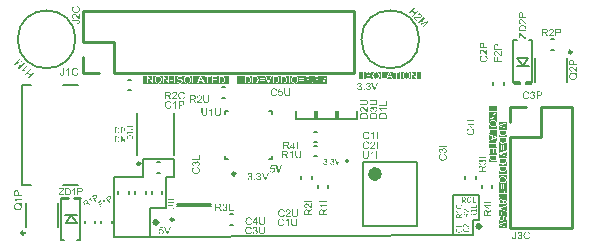
<source format=gto>
G04*
G04 #@! TF.GenerationSoftware,Altium Limited,Altium Designer,24.10.1 (45)*
G04*
G04 Layer_Color=65535*
%FSLAX43Y43*%
%MOMM*%
G71*
G04*
G04 #@! TF.SameCoordinates,D4E83C11-CEE0-4B41-BABA-8FBCDDE4BD80*
G04*
G04*
G04 #@! TF.FilePolarity,Positive*
G04*
G01*
G75*
%ADD10C,0.250*%
%ADD11C,0.600*%
%ADD12C,0.200*%
%ADD13C,0.150*%
%ADD14C,0.254*%
G36*
X41047Y11499D02*
Y10867D01*
X40602D01*
X41047D01*
Y10618D01*
X41046Y10642D01*
X41043Y10664D01*
X41040Y10684D01*
X41036Y10701D01*
X41032Y10715D01*
X41031Y10722D01*
X41029Y10726D01*
X41027Y10730D01*
X41026Y10733D01*
X41025Y10735D01*
Y10736D01*
X41016Y10754D01*
X41006Y10771D01*
X40994Y10785D01*
X40984Y10796D01*
X40975Y10804D01*
X40968Y10811D01*
X40962Y10815D01*
X40961Y10816D01*
X40960D01*
X40945Y10825D01*
X40929Y10832D01*
X40913Y10836D01*
X40899Y10839D01*
X40887Y10841D01*
X40878Y10843D01*
X40874D01*
X40872D01*
X40871D01*
X40870D01*
X40854Y10842D01*
X40839Y10839D01*
X40825Y10836D01*
X40813Y10832D01*
X40804Y10828D01*
X40797Y10824D01*
X40792Y10822D01*
X40790Y10821D01*
X40777Y10811D01*
X40765Y10800D01*
X40755Y10789D01*
X40747Y10778D01*
X40739Y10769D01*
X40735Y10761D01*
X40731Y10755D01*
X40730Y10754D01*
Y10753D01*
X40726Y10746D01*
X40723Y10738D01*
X40716Y10719D01*
X40710Y10698D01*
X40703Y10677D01*
X40698Y10659D01*
X40696Y10651D01*
X40694Y10643D01*
X40692Y10638D01*
X40691Y10633D01*
X40690Y10630D01*
Y10629D01*
X40687Y10614D01*
X40683Y10599D01*
X40679Y10586D01*
X40676Y10575D01*
X40674Y10564D01*
X40671Y10554D01*
X40669Y10546D01*
X40666Y10540D01*
X40664Y10533D01*
X40664Y10529D01*
X40661Y10521D01*
X40660Y10517D01*
X40659Y10516D01*
X40653Y10502D01*
X40647Y10490D01*
X40640Y10480D01*
X40635Y10472D01*
X40629Y10466D01*
X40626Y10462D01*
X40623Y10459D01*
X40622Y10458D01*
X40614Y10452D01*
X40604Y10447D01*
X40595Y10444D01*
X40588Y10442D01*
X40580Y10441D01*
X40575Y10440D01*
X40570D01*
X40569D01*
X40558Y10441D01*
X40548Y10443D01*
X40539Y10445D01*
X40531Y10449D01*
X40524Y10453D01*
X40519Y10456D01*
X40516Y10457D01*
X40515Y10458D01*
X40505Y10466D01*
X40498Y10475D01*
X40492Y10484D01*
X40485Y10493D01*
X40481Y10501D01*
X40478Y10507D01*
X40476Y10512D01*
X40475Y10514D01*
X40470Y10528D01*
X40467Y10542D01*
X40465Y10557D01*
X40463Y10570D01*
X40462Y10581D01*
X40461Y10591D01*
Y10599D01*
X40462Y10619D01*
X40464Y10638D01*
X40467Y10654D01*
X40470Y10669D01*
X40474Y10681D01*
X40477Y10690D01*
X40478Y10693D01*
X40479Y10696D01*
X40480Y10697D01*
Y10698D01*
X40487Y10713D01*
X40495Y10726D01*
X40504Y10737D01*
X40512Y10746D01*
X40518Y10753D01*
X40525Y10758D01*
X40529Y10761D01*
X40529Y10762D01*
X40541Y10768D01*
X40554Y10775D01*
X40568Y10778D01*
X40580Y10782D01*
X40592Y10785D01*
X40601Y10787D01*
X40604D01*
X40607Y10787D01*
X40608D01*
X40609D01*
X40602Y10867D01*
X40578Y10865D01*
X40556Y10861D01*
X40537Y10856D01*
X40519Y10849D01*
X40505Y10843D01*
X40500Y10840D01*
X40495Y10838D01*
X40492Y10836D01*
X40489Y10835D01*
X40487Y10833D01*
X40486D01*
X40468Y10819D01*
X40453Y10804D01*
X40440Y10788D01*
X40429Y10774D01*
X40420Y10761D01*
X40415Y10750D01*
X40413Y10746D01*
X40411Y10743D01*
X40410Y10741D01*
Y10740D01*
X40402Y10717D01*
X40395Y10693D01*
X40392Y10669D01*
X40388Y10646D01*
X40387Y10635D01*
X40386Y10626D01*
Y10617D01*
X40385Y10610D01*
Y10595D01*
X40386Y10570D01*
X40389Y10547D01*
X40394Y10526D01*
X40398Y10508D01*
X40402Y10493D01*
X40405Y10487D01*
X40406Y10481D01*
X40408Y10478D01*
X40409Y10475D01*
X40410Y10473D01*
Y10472D01*
X40420Y10453D01*
X40431Y10436D01*
X40443Y10421D01*
X40455Y10409D01*
X40464Y10400D01*
X40472Y10394D01*
X40478Y10389D01*
X40479Y10388D01*
X40480D01*
X40497Y10378D01*
X40514Y10370D01*
X40529Y10366D01*
X40544Y10362D01*
X40557Y10360D01*
X40567Y10358D01*
X40576D01*
X40594Y10359D01*
X40612Y10362D01*
X40627Y10367D01*
X40640Y10371D01*
X40651Y10377D01*
X40660Y10381D01*
X40664Y10384D01*
X40666Y10385D01*
X40680Y10396D01*
X40693Y10409D01*
X40704Y10423D01*
X40714Y10437D01*
X40722Y10449D01*
X40727Y10459D01*
X40729Y10463D01*
X40731Y10466D01*
X40732Y10468D01*
Y10468D01*
X40736Y10476D01*
X40738Y10485D01*
X40742Y10495D01*
X40746Y10506D01*
X40752Y10530D01*
X40759Y10554D01*
X40762Y10565D01*
X40764Y10575D01*
X40767Y10585D01*
X40769Y10593D01*
X40771Y10600D01*
X40772Y10605D01*
X40773Y10609D01*
Y10610D01*
X40777Y10628D01*
X40781Y10645D01*
X40786Y10660D01*
X40789Y10673D01*
X40794Y10685D01*
X40798Y10695D01*
X40801Y10704D01*
X40804Y10713D01*
X40808Y10719D01*
X40811Y10725D01*
X40812Y10728D01*
X40815Y10732D01*
X40818Y10737D01*
X40819Y10738D01*
X40828Y10746D01*
X40837Y10751D01*
X40847Y10756D01*
X40856Y10759D01*
X40863Y10761D01*
X40870Y10762D01*
X40873D01*
X40875D01*
X40890Y10760D01*
X40903Y10756D01*
X40914Y10750D01*
X40924Y10744D01*
X40932Y10738D01*
X40938Y10733D01*
X40942Y10729D01*
X40943Y10727D01*
X40947Y10720D01*
X40952Y10713D01*
X40959Y10695D01*
X40964Y10677D01*
X40968Y10658D01*
X40970Y10641D01*
X40970Y10634D01*
X40971Y10628D01*
Y10615D01*
X40970Y10590D01*
X40967Y10566D01*
X40961Y10548D01*
X40956Y10532D01*
X40950Y10520D01*
X40945Y10511D01*
X40941Y10506D01*
X40940Y10505D01*
X40927Y10492D01*
X40913Y10481D01*
X40898Y10473D01*
X40884Y10468D01*
X40870Y10464D01*
X40860Y10461D01*
X40855Y10460D01*
X40852Y10459D01*
X40850D01*
X40849D01*
X40856Y10378D01*
X40876Y10380D01*
X40895Y10384D01*
X40912Y10389D01*
X40927Y10395D01*
X40939Y10401D01*
X40948Y10406D01*
X40951Y10407D01*
X40954Y10409D01*
X40955Y10410D01*
X40956D01*
X40971Y10422D01*
X40985Y10435D01*
X40997Y10449D01*
X41007Y10463D01*
X41015Y10475D01*
X41019Y10484D01*
X41021Y10488D01*
X41023Y10491D01*
X41024Y10493D01*
Y10493D01*
X41031Y10514D01*
X41037Y10536D01*
X41042Y10556D01*
X41044Y10576D01*
X41046Y10593D01*
Y10600D01*
X41047Y10606D01*
Y10358D01*
D01*
Y10268D01*
X40385D01*
Y9656D01*
D01*
Y9962D01*
X40387Y9931D01*
X40392Y9903D01*
X40397Y9876D01*
X40401Y9864D01*
X40405Y9853D01*
X40408Y9843D01*
X40412Y9833D01*
X40415Y9826D01*
X40418Y9819D01*
X40420Y9814D01*
X40422Y9809D01*
X40424Y9807D01*
Y9807D01*
X40441Y9781D01*
X40459Y9758D01*
X40479Y9740D01*
X40497Y9724D01*
X40515Y9711D01*
X40521Y9707D01*
X40528Y9703D01*
X40533Y9699D01*
X40537Y9697D01*
X40540Y9696D01*
X40541D01*
X40555Y9688D01*
X40570Y9683D01*
X40600Y9672D01*
X40629Y9665D01*
X40656Y9660D01*
X40668Y9659D01*
X40679Y9658D01*
X40689Y9657D01*
X40698D01*
X40705Y9656D01*
X40714D01*
X40749Y9658D01*
X40782Y9661D01*
X40797Y9664D01*
X40811Y9668D01*
X40824Y9672D01*
X40836Y9674D01*
X40847Y9678D01*
X40858Y9682D01*
X40866Y9684D01*
X40873Y9688D01*
X40879Y9690D01*
X40883Y9692D01*
X40885Y9694D01*
X40886D01*
X40913Y9708D01*
X40937Y9726D01*
X40958Y9745D01*
X40974Y9761D01*
X40987Y9777D01*
X40993Y9784D01*
X40997Y9790D01*
X41000Y9795D01*
X41003Y9799D01*
X41004Y9801D01*
X41005Y9802D01*
X41012Y9816D01*
X41019Y9830D01*
X41030Y9856D01*
X41037Y9884D01*
X41042Y9908D01*
X41043Y9919D01*
X41045Y9930D01*
X41046Y9939D01*
Y9947D01*
X41047Y9953D01*
Y9656D01*
D01*
Y6687D01*
X40385D01*
Y11499D01*
X41047D01*
D02*
G37*
G36*
X40676Y10266D02*
X40647Y10262D01*
X40619Y10257D01*
X40607Y10253D01*
X40595Y10249D01*
X40585Y10247D01*
X40576Y10243D01*
X40567Y10240D01*
X40560Y10237D01*
X40554Y10235D01*
X40551Y10234D01*
X40548Y10232D01*
X40547D01*
X40520Y10216D01*
X40497Y10199D01*
X40477Y10181D01*
X40460Y10163D01*
X40446Y10148D01*
X40441Y10141D01*
X40437Y10136D01*
X40433Y10130D01*
X40431Y10126D01*
X40430Y10125D01*
X40429Y10124D01*
X40421Y10110D01*
X40415Y10096D01*
X40404Y10068D01*
X40396Y10041D01*
X40391Y10016D01*
X40389Y10004D01*
X40388Y9994D01*
X40386Y9985D01*
Y9977D01*
X40385Y9971D01*
Y10268D01*
X40707D01*
X40676Y10266D01*
D02*
G37*
G36*
X41047Y9962D02*
X41046Y9987D01*
X41043Y10010D01*
X41039Y10032D01*
X41033Y10053D01*
X41026Y10073D01*
X41019Y10091D01*
X41010Y10108D01*
X41002Y10123D01*
X40994Y10137D01*
X40985Y10149D01*
X40978Y10159D01*
X40970Y10167D01*
X40965Y10174D01*
X40960Y10179D01*
X40958Y10182D01*
X40957Y10183D01*
X40939Y10198D01*
X40921Y10211D01*
X40900Y10223D01*
X40880Y10232D01*
X40859Y10240D01*
X40838Y10248D01*
X40818Y10253D01*
X40798Y10257D01*
X40780Y10260D01*
X40762Y10263D01*
X40747Y10265D01*
X40734Y10267D01*
X40723D01*
X40714Y10268D01*
X41047D01*
Y9962D01*
D02*
G37*
G36*
X40732Y10180D02*
X40756Y10178D01*
X40779Y10175D01*
X40799Y10171D01*
X40818Y10166D01*
X40835Y10161D01*
X40850Y10154D01*
X40863Y10149D01*
X40875Y10142D01*
X40885Y10137D01*
X40894Y10131D01*
X40900Y10126D01*
X40906Y10122D01*
X40909Y10119D01*
X40911Y10117D01*
X40912Y10116D01*
X40923Y10104D01*
X40933Y10091D01*
X40941Y10078D01*
X40948Y10064D01*
X40954Y10052D01*
X40959Y10039D01*
X40967Y10015D01*
X40969Y10003D01*
X40970Y9993D01*
X40972Y9985D01*
X40973Y9977D01*
X40974Y9970D01*
Y9962D01*
X40973Y9939D01*
X40970Y9917D01*
X40964Y9897D01*
X40958Y9880D01*
X40952Y9867D01*
X40949Y9861D01*
X40947Y9856D01*
X40945Y9852D01*
X40944Y9849D01*
X40942Y9848D01*
Y9847D01*
X40929Y9830D01*
X40914Y9814D01*
X40899Y9800D01*
X40884Y9789D01*
X40872Y9781D01*
X40860Y9774D01*
X40857Y9772D01*
X40854Y9770D01*
X40852Y9770D01*
X40851D01*
X40829Y9760D01*
X40805Y9754D01*
X40783Y9749D01*
X40762Y9746D01*
X40751Y9745D01*
X40743Y9744D01*
X40735D01*
X40728Y9743D01*
X40723D01*
X40719D01*
X40716D01*
X40715D01*
X40693Y9744D01*
X40672Y9745D01*
X40651Y9748D01*
X40633Y9752D01*
X40616Y9757D01*
X40601Y9762D01*
X40586Y9768D01*
X40573Y9773D01*
X40562Y9780D01*
X40552Y9785D01*
X40543Y9790D01*
X40537Y9794D01*
X40531Y9799D01*
X40527Y9802D01*
X40525Y9804D01*
X40524Y9805D01*
X40512Y9817D01*
X40502Y9830D01*
X40493Y9843D01*
X40485Y9856D01*
X40479Y9868D01*
X40474Y9882D01*
X40469Y9894D01*
X40466Y9907D01*
X40463Y9918D01*
X40461Y9929D01*
X40459Y9939D01*
X40458Y9947D01*
Y9953D01*
X40457Y9958D01*
Y9963D01*
X40458Y9980D01*
X40460Y9997D01*
X40464Y10012D01*
X40467Y10027D01*
X40473Y10040D01*
X40479Y10053D01*
X40484Y10065D01*
X40491Y10076D01*
X40497Y10086D01*
X40503Y10094D01*
X40508Y10101D01*
X40514Y10108D01*
X40517Y10113D01*
X40521Y10116D01*
X40523Y10118D01*
X40524Y10119D01*
X40537Y10130D01*
X40551Y10139D01*
X40565Y10148D01*
X40580Y10155D01*
X40596Y10161D01*
X40611Y10166D01*
X40640Y10174D01*
X40653Y10175D01*
X40666Y10177D01*
X40677Y10179D01*
X40687Y10180D01*
X40695Y10181D01*
X40701D01*
X40705D01*
X40706D01*
X40732Y10180D01*
D02*
G37*
G36*
X14807Y14021D02*
X14784Y14018D01*
X14762Y14013D01*
X14740Y14008D01*
X14721Y14000D01*
X14702Y13993D01*
X14686Y13985D01*
X14671Y13976D01*
X14657Y13968D01*
X14645Y13960D01*
X14635Y13952D01*
X14627Y13945D01*
X14620Y13939D01*
X14615Y13935D01*
X14612Y13932D01*
X14611Y13931D01*
X14596Y13913D01*
X14583Y13895D01*
X14571Y13875D01*
X14562Y13854D01*
X14554Y13833D01*
X14546Y13813D01*
X14541Y13792D01*
X14537Y13773D01*
X14533Y13754D01*
X14530Y13737D01*
X14529Y13721D01*
X14527Y13708D01*
Y13697D01*
X14526Y13689D01*
Y13681D01*
X14528Y13650D01*
X14531Y13621D01*
X14537Y13594D01*
X14541Y13582D01*
X14544Y13569D01*
X14547Y13559D01*
X14551Y13550D01*
X14554Y13542D01*
X14556Y13534D01*
X14558Y13529D01*
X14560Y13525D01*
X14562Y13522D01*
Y13521D01*
X14578Y13495D01*
X14594Y13471D01*
X14613Y13451D01*
X14630Y13434D01*
X14646Y13421D01*
X14653Y13415D01*
X14658Y13411D01*
X14664Y13408D01*
X14667Y13405D01*
X14669Y13404D01*
X14670Y13403D01*
X14684Y13396D01*
X14698Y13389D01*
X14726Y13378D01*
X14752Y13371D01*
X14777Y13365D01*
X14789Y13363D01*
X14800Y13362D01*
X14809Y13361D01*
X14817D01*
X14823Y13360D01*
X14199D01*
X14224Y13361D01*
X14247Y13363D01*
X14268Y13368D01*
X14285Y13373D01*
X14300Y13376D01*
X14307Y13379D01*
X14312Y13381D01*
X14316Y13383D01*
X14319Y13384D01*
X14321Y13385D01*
X14322D01*
X14341Y13395D01*
X14358Y13406D01*
X14372Y13418D01*
X14384Y13429D01*
X14394Y13438D01*
X14400Y13447D01*
X14405Y13452D01*
X14406Y13453D01*
Y13454D01*
X14416Y13471D01*
X14423Y13488D01*
X14428Y13504D01*
X14432Y13519D01*
X14433Y13532D01*
X14435Y13542D01*
Y13550D01*
X14434Y13569D01*
X14432Y13586D01*
X14427Y13602D01*
X14422Y13615D01*
X14417Y13626D01*
X14413Y13634D01*
X14409Y13639D01*
X14408Y13641D01*
X14397Y13655D01*
X14384Y13667D01*
X14371Y13679D01*
X14357Y13689D01*
X14345Y13696D01*
X14334Y13702D01*
X14331Y13704D01*
X14328Y13705D01*
X14326Y13706D01*
X14325D01*
X14318Y13710D01*
X14309Y13713D01*
X14298Y13716D01*
X14287Y13720D01*
X14264Y13727D01*
X14240Y13733D01*
X14229Y13736D01*
X14219Y13739D01*
X14209Y13741D01*
X14200Y13743D01*
X14194Y13745D01*
X14188Y13746D01*
X14185Y13747D01*
X14184D01*
X14165Y13752D01*
X14149Y13755D01*
X14134Y13760D01*
X14121Y13764D01*
X14109Y13768D01*
X14099Y13772D01*
X14089Y13776D01*
X14081Y13778D01*
X14075Y13782D01*
X14069Y13785D01*
X14065Y13787D01*
X14062Y13790D01*
X14057Y13792D01*
X14056Y13793D01*
X14048Y13802D01*
X14042Y13812D01*
X14038Y13821D01*
X14035Y13830D01*
X14033Y13838D01*
X14032Y13844D01*
Y13848D01*
Y13850D01*
X14034Y13864D01*
X14038Y13877D01*
X14043Y13888D01*
X14050Y13899D01*
X14055Y13906D01*
X14061Y13912D01*
X14064Y13916D01*
X14066Y13917D01*
X14074Y13922D01*
X14081Y13926D01*
X14099Y13934D01*
X14117Y13938D01*
X14136Y13942D01*
X14152Y13944D01*
X14160Y13945D01*
X14165Y13946D01*
X14178D01*
X14204Y13945D01*
X14227Y13941D01*
X14246Y13936D01*
X14261Y13930D01*
X14273Y13925D01*
X14283Y13919D01*
X14287Y13915D01*
X14289Y13914D01*
X14302Y13901D01*
X14312Y13888D01*
X14321Y13873D01*
X14326Y13858D01*
X14330Y13844D01*
X14333Y13834D01*
X14334Y13829D01*
X14334Y13827D01*
Y13825D01*
Y13824D01*
X14416Y13830D01*
X14414Y13851D01*
X14409Y13869D01*
X14405Y13887D01*
X14398Y13901D01*
X14393Y13913D01*
X14388Y13923D01*
X14386Y13925D01*
X14384Y13928D01*
X14383Y13929D01*
Y13930D01*
X14371Y13946D01*
X14358Y13960D01*
X14345Y13972D01*
X14331Y13981D01*
X14319Y13989D01*
X14309Y13994D01*
X14306Y13996D01*
X14303Y13998D01*
X14301Y13998D01*
X14300D01*
X14280Y14006D01*
X14258Y14011D01*
X14237Y14016D01*
X14218Y14019D01*
X14200Y14021D01*
X14194D01*
X14187Y14022D01*
X14832D01*
X14807Y14021D01*
D02*
G37*
G36*
X14151D02*
X14130Y14018D01*
X14110Y14014D01*
X14092Y14010D01*
X14078Y14007D01*
X14072Y14005D01*
X14067Y14003D01*
X14064Y14001D01*
X14061Y14000D01*
X14059Y13999D01*
X14058D01*
X14040Y13990D01*
X14023Y13980D01*
X14009Y13969D01*
X13998Y13959D01*
X13990Y13949D01*
X13983Y13942D01*
X13979Y13937D01*
X13978Y13936D01*
Y13935D01*
X13968Y13919D01*
X13962Y13903D01*
X13957Y13888D01*
X13954Y13874D01*
X13953Y13862D01*
X13951Y13852D01*
Y13849D01*
Y13846D01*
Y13845D01*
Y13844D01*
X13952Y13828D01*
X13954Y13814D01*
X13958Y13800D01*
X13962Y13788D01*
X13966Y13778D01*
X13969Y13771D01*
X13972Y13766D01*
X13973Y13765D01*
X13982Y13752D01*
X13993Y13740D01*
X14004Y13729D01*
X14015Y13721D01*
X14025Y13714D01*
X14033Y13709D01*
X14039Y13705D01*
X14040Y13704D01*
X14040D01*
X14048Y13701D01*
X14056Y13697D01*
X14075Y13691D01*
X14096Y13684D01*
X14116Y13678D01*
X14135Y13672D01*
X14143Y13670D01*
X14150Y13668D01*
X14156Y13667D01*
X14161Y13666D01*
X14163Y13665D01*
X14164D01*
X14180Y13661D01*
X14195Y13657D01*
X14208Y13654D01*
X14219Y13651D01*
X14230Y13648D01*
X14239Y13645D01*
X14248Y13643D01*
X14254Y13641D01*
X14260Y13639D01*
X14265Y13638D01*
X14273Y13635D01*
X14277Y13634D01*
X14278Y13633D01*
X14292Y13628D01*
X14304Y13621D01*
X14314Y13615D01*
X14322Y13609D01*
X14328Y13604D01*
X14332Y13600D01*
X14334Y13597D01*
X14335Y13596D01*
X14342Y13588D01*
X14346Y13579D01*
X14349Y13569D01*
X14352Y13562D01*
X14353Y13555D01*
X14354Y13549D01*
Y13545D01*
Y13544D01*
X14353Y13533D01*
X14351Y13522D01*
X14348Y13513D01*
X14345Y13506D01*
X14341Y13498D01*
X14338Y13494D01*
X14336Y13490D01*
X14335Y13489D01*
X14328Y13480D01*
X14319Y13472D01*
X14309Y13466D01*
X14301Y13459D01*
X14293Y13456D01*
X14286Y13452D01*
X14282Y13450D01*
X14280Y13449D01*
X14266Y13445D01*
X14251Y13441D01*
X14236Y13439D01*
X14224Y13437D01*
X14212Y13436D01*
X14203Y13435D01*
X14195D01*
X14175Y13436D01*
X14156Y13438D01*
X14139Y13441D01*
X14125Y13445D01*
X14113Y13448D01*
X14103Y13451D01*
X14101Y13452D01*
X14098Y13453D01*
X14097Y13454D01*
X14096D01*
X14081Y13461D01*
X14067Y13470D01*
X14057Y13478D01*
X14048Y13486D01*
X14040Y13493D01*
X14036Y13499D01*
X14033Y13503D01*
X14032Y13504D01*
X14026Y13516D01*
X14019Y13529D01*
X14015Y13543D01*
X14012Y13555D01*
X14009Y13567D01*
X14007Y13575D01*
Y13579D01*
X14006Y13582D01*
Y13582D01*
Y13583D01*
X13927Y13576D01*
X13929Y13553D01*
X13932Y13531D01*
X13938Y13511D01*
X13944Y13494D01*
X13951Y13480D01*
X13954Y13474D01*
X13955Y13470D01*
X13958Y13466D01*
X13959Y13463D01*
X13961Y13461D01*
Y13460D01*
X13975Y13443D01*
X13990Y13427D01*
X14005Y13414D01*
X14020Y13403D01*
X14033Y13395D01*
X14044Y13389D01*
X14048Y13387D01*
X14051Y13385D01*
X14052Y13385D01*
X14053D01*
X14077Y13376D01*
X14101Y13370D01*
X14125Y13366D01*
X14148Y13362D01*
X14159Y13361D01*
X14168Y13361D01*
X14176D01*
X14184Y13360D01*
X12349D01*
X12379Y13361D01*
X12408Y13366D01*
X12434Y13372D01*
X12447Y13375D01*
X12458Y13379D01*
X12468Y13383D01*
X12477Y13386D01*
X12484Y13389D01*
X12491Y13392D01*
X12496Y13395D01*
X12501Y13397D01*
X12503Y13398D01*
X12504D01*
X12530Y13415D01*
X12552Y13434D01*
X12570Y13453D01*
X12586Y13471D01*
X12599Y13489D01*
X12604Y13496D01*
X12607Y13502D01*
X12611Y13508D01*
X12613Y13511D01*
X12615Y13514D01*
Y13515D01*
X12622Y13530D01*
X12628Y13545D01*
X12638Y13574D01*
X12645Y13604D01*
X12650Y13630D01*
X12651Y13643D01*
X12653Y13654D01*
X12654Y13664D01*
Y13672D01*
X12655Y13680D01*
Y13689D01*
X12653Y13724D01*
X12649Y13756D01*
X12646Y13771D01*
X12643Y13786D01*
X12639Y13799D01*
X12636Y13811D01*
X12632Y13822D01*
X12629Y13832D01*
X12626Y13840D01*
X12622Y13848D01*
X12620Y13853D01*
X12618Y13857D01*
X12617Y13860D01*
Y13861D01*
X12602Y13888D01*
X12584Y13912D01*
X12566Y13932D01*
X12549Y13949D01*
X12533Y13962D01*
X12526Y13967D01*
X12520Y13972D01*
X12515Y13974D01*
X12511Y13977D01*
X12509Y13978D01*
X12508Y13979D01*
X12495Y13986D01*
X12481Y13993D01*
X12454Y14004D01*
X12426Y14011D01*
X12402Y14016D01*
X12391Y14018D01*
X12380Y14020D01*
X12372Y14021D01*
X12363D01*
X12357Y14022D01*
X14175D01*
X14151Y14021D01*
D02*
G37*
G36*
X14855Y13948D02*
X14877Y13944D01*
X14897Y13938D01*
X14913Y13933D01*
X14927Y13926D01*
X14933Y13924D01*
X14937Y13922D01*
X14942Y13919D01*
X14945Y13918D01*
X14946Y13916D01*
X14947D01*
X14964Y13903D01*
X14980Y13888D01*
X14994Y13874D01*
X15005Y13859D01*
X15013Y13846D01*
X15020Y13835D01*
X15021Y13831D01*
X15023Y13828D01*
X15024Y13827D01*
Y13826D01*
X15033Y13803D01*
X15040Y13779D01*
X15045Y13757D01*
X15047Y13736D01*
X15049Y13726D01*
X15050Y13717D01*
Y13709D01*
X15051Y13703D01*
Y13697D01*
Y13693D01*
Y13691D01*
Y13690D01*
X15050Y13667D01*
X15048Y13646D01*
X15045Y13626D01*
X15042Y13607D01*
X15036Y13591D01*
X15032Y13575D01*
X15026Y13560D01*
X15020Y13547D01*
X15014Y13536D01*
X15008Y13526D01*
X15004Y13518D01*
X14999Y13511D01*
X14995Y13506D01*
X14992Y13501D01*
X14990Y13499D01*
X14989Y13498D01*
X14977Y13486D01*
X14964Y13476D01*
X14951Y13468D01*
X14938Y13459D01*
X14925Y13453D01*
X14911Y13448D01*
X14899Y13444D01*
X14886Y13440D01*
X14875Y13437D01*
X14864Y13435D01*
X14855Y13434D01*
X14847Y13433D01*
X14840D01*
X14836Y13432D01*
X14831D01*
X14813Y13433D01*
X14797Y13434D01*
X14782Y13438D01*
X14767Y13442D01*
X14753Y13447D01*
X14740Y13453D01*
X14728Y13459D01*
X14717Y13465D01*
X14708Y13471D01*
X14700Y13477D01*
X14692Y13483D01*
X14686Y13488D01*
X14681Y13492D01*
X14677Y13496D01*
X14676Y13497D01*
X14675Y13498D01*
X14664Y13511D01*
X14654Y13525D01*
X14646Y13540D01*
X14639Y13555D01*
X14633Y13570D01*
X14628Y13585D01*
X14620Y13615D01*
X14618Y13628D01*
X14616Y13641D01*
X14615Y13652D01*
X14614Y13661D01*
X14613Y13669D01*
Y13676D01*
Y13680D01*
Y13680D01*
X14614Y13706D01*
X14616Y13730D01*
X14618Y13753D01*
X14623Y13774D01*
X14628Y13792D01*
X14633Y13809D01*
X14640Y13825D01*
X14645Y13838D01*
X14652Y13850D01*
X14657Y13860D01*
X14663Y13868D01*
X14667Y13875D01*
X14672Y13880D01*
X14675Y13884D01*
X14677Y13886D01*
X14677Y13887D01*
X14689Y13898D01*
X14702Y13907D01*
X14715Y13915D01*
X14729Y13923D01*
X14742Y13928D01*
X14755Y13934D01*
X14779Y13941D01*
X14790Y13943D01*
X14800Y13945D01*
X14809Y13947D01*
X14817Y13948D01*
X14824Y13949D01*
X14832D01*
X14855Y13948D01*
D02*
G37*
G36*
X12372D02*
X12394Y13944D01*
X12413Y13938D01*
X12430Y13933D01*
X12444Y13926D01*
X12449Y13924D01*
X12454Y13922D01*
X12459Y13919D01*
X12461Y13918D01*
X12462Y13916D01*
X12463D01*
X12481Y13903D01*
X12496Y13888D01*
X12510Y13874D01*
X12521Y13859D01*
X12530Y13846D01*
X12536Y13835D01*
X12538Y13831D01*
X12540Y13828D01*
X12541Y13827D01*
Y13826D01*
X12550Y13803D01*
X12557Y13779D01*
X12561Y13757D01*
X12564Y13736D01*
X12566Y13726D01*
X12567Y13717D01*
Y13709D01*
X12568Y13703D01*
Y13697D01*
Y13693D01*
Y13691D01*
Y13690D01*
X12567Y13667D01*
X12565Y13646D01*
X12562Y13626D01*
X12558Y13607D01*
X12553Y13591D01*
X12548Y13575D01*
X12543Y13560D01*
X12537Y13547D01*
X12531Y13536D01*
X12525Y13526D01*
X12520Y13518D01*
X12516Y13511D01*
X12511Y13506D01*
X12508Y13501D01*
X12507Y13499D01*
X12506Y13498D01*
X12494Y13486D01*
X12481Y13476D01*
X12468Y13468D01*
X12455Y13459D01*
X12442Y13453D01*
X12428Y13448D01*
X12416Y13444D01*
X12403Y13440D01*
X12392Y13437D01*
X12381Y13435D01*
X12372Y13434D01*
X12363Y13433D01*
X12357D01*
X12352Y13432D01*
X12348D01*
X12330Y13433D01*
X12313Y13434D01*
X12299Y13438D01*
X12284Y13442D01*
X12270Y13447D01*
X12257Y13453D01*
X12245Y13459D01*
X12234Y13465D01*
X12225Y13471D01*
X12216Y13477D01*
X12209Y13483D01*
X12202Y13488D01*
X12198Y13492D01*
X12194Y13496D01*
X12192Y13497D01*
X12191Y13498D01*
X12180Y13511D01*
X12171Y13525D01*
X12163Y13540D01*
X12155Y13555D01*
X12150Y13570D01*
X12144Y13585D01*
X12137Y13615D01*
X12135Y13628D01*
X12133Y13641D01*
X12131Y13652D01*
X12130Y13661D01*
X12129Y13669D01*
Y13676D01*
Y13680D01*
Y13680D01*
X12130Y13706D01*
X12132Y13730D01*
X12135Y13753D01*
X12140Y13774D01*
X12144Y13792D01*
X12150Y13809D01*
X12156Y13825D01*
X12162Y13838D01*
X12168Y13850D01*
X12174Y13860D01*
X12179Y13868D01*
X12184Y13875D01*
X12189Y13880D01*
X12191Y13884D01*
X12193Y13886D01*
X12194Y13887D01*
X12206Y13898D01*
X12219Y13907D01*
X12232Y13915D01*
X12246Y13923D01*
X12259Y13928D01*
X12272Y13934D01*
X12296Y13941D01*
X12307Y13943D01*
X12317Y13945D01*
X12325Y13947D01*
X12334Y13948D01*
X12340Y13949D01*
X12349D01*
X12372Y13948D01*
D02*
G37*
G36*
X18308Y13360D02*
X14832D01*
X14862Y13361D01*
X14891Y13366D01*
X14918Y13372D01*
X14930Y13375D01*
X14941Y13379D01*
X14951Y13383D01*
X14960Y13386D01*
X14968Y13389D01*
X14974Y13392D01*
X14980Y13395D01*
X14984Y13397D01*
X14986Y13398D01*
X14987D01*
X15013Y13415D01*
X15035Y13434D01*
X15054Y13453D01*
X15069Y13471D01*
X15082Y13489D01*
X15087Y13496D01*
X15091Y13502D01*
X15094Y13508D01*
X15096Y13511D01*
X15098Y13514D01*
Y13515D01*
X15106Y13530D01*
X15111Y13545D01*
X15121Y13574D01*
X15129Y13604D01*
X15133Y13630D01*
X15134Y13643D01*
X15136Y13654D01*
X15137Y13664D01*
Y13672D01*
X15138Y13680D01*
Y13689D01*
X15136Y13724D01*
X15132Y13756D01*
X15130Y13771D01*
X15126Y13786D01*
X15122Y13799D01*
X15119Y13811D01*
X15116Y13822D01*
X15112Y13832D01*
X15109Y13840D01*
X15106Y13848D01*
X15104Y13853D01*
X15102Y13857D01*
X15100Y13860D01*
Y13861D01*
X15085Y13888D01*
X15068Y13912D01*
X15049Y13932D01*
X15033Y13949D01*
X15017Y13962D01*
X15009Y13967D01*
X15004Y13972D01*
X14998Y13974D01*
X14995Y13977D01*
X14993Y13978D01*
X14992Y13979D01*
X14978Y13986D01*
X14964Y13993D01*
X14937Y14004D01*
X14910Y14011D01*
X14885Y14016D01*
X14874Y14018D01*
X14863Y14020D01*
X14855Y14021D01*
X14847D01*
X14840Y14022D01*
X18308D01*
Y13360D01*
D02*
G37*
G36*
X12324Y14021D02*
X12300Y14018D01*
X12278Y14013D01*
X12257Y14008D01*
X12238Y14000D01*
X12219Y13993D01*
X12202Y13985D01*
X12188Y13976D01*
X12174Y13968D01*
X12162Y13960D01*
X12152Y13952D01*
X12143Y13945D01*
X12137Y13939D01*
X12131Y13935D01*
X12128Y13932D01*
X12128Y13931D01*
X12113Y13913D01*
X12100Y13895D01*
X12088Y13875D01*
X12079Y13854D01*
X12070Y13833D01*
X12063Y13813D01*
X12057Y13792D01*
X12054Y13773D01*
X12050Y13754D01*
X12047Y13737D01*
X12045Y13721D01*
X12043Y13708D01*
Y13697D01*
X12042Y13689D01*
Y13681D01*
X12044Y13650D01*
X12048Y13621D01*
X12054Y13594D01*
X12057Y13582D01*
X12061Y13569D01*
X12064Y13559D01*
X12067Y13550D01*
X12070Y13542D01*
X12073Y13534D01*
X12075Y13529D01*
X12077Y13525D01*
X12079Y13522D01*
Y13521D01*
X12094Y13495D01*
X12111Y13471D01*
X12129Y13451D01*
X12147Y13434D01*
X12163Y13421D01*
X12169Y13415D01*
X12175Y13411D01*
X12180Y13408D01*
X12184Y13405D01*
X12186Y13404D01*
X12187Y13403D01*
X12201Y13396D01*
X12214Y13389D01*
X12242Y13378D01*
X12269Y13371D01*
X12294Y13365D01*
X12306Y13363D01*
X12316Y13362D01*
X12325Y13361D01*
X12334D01*
X12339Y13360D01*
X11105D01*
Y14022D01*
X12349D01*
X12324Y14021D01*
D02*
G37*
G36*
X23928Y13948D02*
X23950Y13944D01*
X23970Y13938D01*
X23986Y13933D01*
X24000Y13926D01*
X24006Y13924D01*
X24010Y13922D01*
X24015Y13919D01*
X24018Y13918D01*
X24019Y13916D01*
X24019D01*
X24037Y13903D01*
X24053Y13888D01*
X24067Y13874D01*
X24078Y13859D01*
X24086Y13846D01*
X24092Y13835D01*
X24094Y13831D01*
X24096Y13828D01*
X24097Y13827D01*
Y13826D01*
X24106Y13803D01*
X24113Y13779D01*
X24117Y13757D01*
X24120Y13736D01*
X24122Y13726D01*
X24123Y13717D01*
Y13709D01*
X24124Y13703D01*
Y13697D01*
Y13693D01*
Y13691D01*
Y13690D01*
X24123Y13667D01*
X24121Y13646D01*
X24118Y13626D01*
X24115Y13607D01*
X24109Y13591D01*
X24105Y13575D01*
X24099Y13560D01*
X24093Y13547D01*
X24087Y13536D01*
X24081Y13526D01*
X24077Y13518D01*
X24072Y13511D01*
X24068Y13506D01*
X24065Y13501D01*
X24063Y13499D01*
X24062Y13498D01*
X24050Y13486D01*
X24037Y13476D01*
X24024Y13468D01*
X24011Y13459D01*
X23998Y13453D01*
X23984Y13448D01*
X23972Y13444D01*
X23959Y13440D01*
X23948Y13437D01*
X23937Y13435D01*
X23928Y13434D01*
X23920Y13433D01*
X23913D01*
X23909Y13432D01*
X23904D01*
X23886Y13433D01*
X23870Y13434D01*
X23855Y13438D01*
X23840Y13442D01*
X23826Y13447D01*
X23813Y13453D01*
X23801Y13459D01*
X23790Y13465D01*
X23781Y13471D01*
X23773Y13477D01*
X23765Y13483D01*
X23759Y13488D01*
X23754Y13492D01*
X23750Y13496D01*
X23749Y13497D01*
X23748Y13498D01*
X23737Y13511D01*
X23727Y13525D01*
X23719Y13540D01*
X23712Y13555D01*
X23706Y13570D01*
X23700Y13585D01*
X23693Y13615D01*
X23691Y13628D01*
X23689Y13641D01*
X23688Y13652D01*
X23687Y13661D01*
X23686Y13669D01*
Y13676D01*
Y13680D01*
Y13680D01*
X23687Y13706D01*
X23688Y13730D01*
X23691Y13753D01*
X23696Y13774D01*
X23700Y13792D01*
X23706Y13809D01*
X23712Y13825D01*
X23718Y13838D01*
X23725Y13850D01*
X23730Y13860D01*
X23736Y13868D01*
X23740Y13875D01*
X23745Y13880D01*
X23748Y13884D01*
X23749Y13886D01*
X23750Y13887D01*
X23762Y13898D01*
X23775Y13907D01*
X23788Y13915D01*
X23802Y13923D01*
X23815Y13928D01*
X23828Y13934D01*
X23852Y13941D01*
X23863Y13943D01*
X23873Y13945D01*
X23882Y13947D01*
X23890Y13948D01*
X23896Y13949D01*
X23905D01*
X23928Y13948D01*
D02*
G37*
G36*
X23880Y14021D02*
X23857Y14018D01*
X23835Y14013D01*
X23813Y14008D01*
X23794Y14000D01*
X23775Y13993D01*
X23759Y13985D01*
X23744Y13976D01*
X23730Y13968D01*
X23718Y13960D01*
X23708Y13952D01*
X23700Y13945D01*
X23693Y13939D01*
X23688Y13935D01*
X23685Y13932D01*
X23684Y13931D01*
X23669Y13913D01*
X23656Y13895D01*
X23644Y13875D01*
X23635Y13854D01*
X23627Y13833D01*
X23619Y13813D01*
X23614Y13792D01*
X23610Y13773D01*
X23606Y13754D01*
X23603Y13737D01*
X23602Y13721D01*
X23600Y13708D01*
Y13697D01*
X23599Y13689D01*
Y13681D01*
X23601Y13650D01*
X23604Y13621D01*
X23610Y13594D01*
X23614Y13582D01*
X23617Y13569D01*
X23620Y13559D01*
X23624Y13550D01*
X23627Y13542D01*
X23629Y13534D01*
X23631Y13529D01*
X23633Y13525D01*
X23635Y13522D01*
Y13521D01*
X23651Y13495D01*
X23667Y13471D01*
X23686Y13451D01*
X23703Y13434D01*
X23719Y13421D01*
X23725Y13415D01*
X23731Y13411D01*
X23737Y13408D01*
X23740Y13405D01*
X23742Y13404D01*
X23743Y13403D01*
X23757Y13396D01*
X23771Y13389D01*
X23798Y13378D01*
X23825Y13371D01*
X23850Y13365D01*
X23862Y13363D01*
X23872Y13362D01*
X23882Y13361D01*
X23890D01*
X23896Y13360D01*
X19013D01*
Y13371D01*
Y14010D01*
X19261Y13371D01*
X19350D01*
X19599Y14010D01*
X19513D01*
X19339Y13545D01*
X19332Y13526D01*
X19325Y13508D01*
X19320Y13490D01*
X19315Y13474D01*
X19311Y13460D01*
X19308Y13450D01*
X19307Y13447D01*
X19306Y13444D01*
X19305Y13442D01*
Y13441D01*
X19294Y13478D01*
X19288Y13496D01*
X19283Y13511D01*
X19278Y13525D01*
X19276Y13531D01*
X19276Y13536D01*
X19274Y13540D01*
X19273Y13543D01*
X19272Y13545D01*
Y13545D01*
X19105Y14010D01*
X19013D01*
Y14022D01*
X23905D01*
X23880Y14021D01*
D02*
G37*
G36*
X26605Y14010D02*
X26519D01*
X26346Y13545D01*
X26338Y13526D01*
X26332Y13508D01*
X26326Y13490D01*
X26322Y13474D01*
X26317Y13460D01*
X26314Y13450D01*
X26313Y13447D01*
X26312Y13444D01*
X26311Y13442D01*
Y13441D01*
X26300Y13478D01*
X26295Y13496D01*
X26289Y13511D01*
X26285Y13525D01*
X26283Y13531D01*
X26282Y13536D01*
X26280Y13540D01*
X26279Y13543D01*
X26278Y13545D01*
Y13545D01*
X26112Y14010D01*
X26019D01*
X26267Y13371D01*
X26356D01*
X26605Y14010D01*
Y13371D01*
Y13360D01*
X25759D01*
X25777Y13361D01*
X25793Y13362D01*
X25808Y13365D01*
X25823Y13369D01*
X25837Y13373D01*
X25849Y13378D01*
X25861Y13384D01*
X25871Y13389D01*
X25882Y13394D01*
X25890Y13399D01*
X25897Y13404D01*
X25903Y13409D01*
X25907Y13412D01*
X25911Y13415D01*
X25913Y13417D01*
X25914Y13418D01*
X25925Y13429D01*
X25934Y13441D01*
X25943Y13453D01*
X25950Y13465D01*
X25955Y13476D01*
X25961Y13488D01*
X25968Y13510D01*
X25970Y13520D01*
X25972Y13530D01*
X25974Y13538D01*
X25975Y13545D01*
X25976Y13551D01*
Y13559D01*
X25975Y13582D01*
X25971Y13602D01*
X25966Y13619D01*
X25960Y13634D01*
X25955Y13646D01*
X25949Y13655D01*
X25945Y13661D01*
X25944Y13663D01*
X25931Y13677D01*
X25918Y13689D01*
X25903Y13698D01*
X25888Y13705D01*
X25875Y13711D01*
X25865Y13715D01*
X25861Y13716D01*
X25858Y13716D01*
X25857Y13717D01*
X25856D01*
X25871Y13726D01*
X25884Y13734D01*
X25895Y13743D01*
X25905Y13752D01*
X25912Y13759D01*
X25918Y13765D01*
X25920Y13769D01*
X25921Y13771D01*
X25929Y13784D01*
X25934Y13797D01*
X25939Y13810D01*
X25942Y13822D01*
X25943Y13832D01*
X25944Y13839D01*
Y13845D01*
Y13847D01*
X25943Y13863D01*
X25941Y13878D01*
X25937Y13892D01*
X25932Y13904D01*
X25928Y13914D01*
X25924Y13923D01*
X25921Y13927D01*
X25920Y13929D01*
X25911Y13943D01*
X25900Y13955D01*
X25889Y13965D01*
X25878Y13974D01*
X25869Y13981D01*
X25860Y13986D01*
X25855Y13989D01*
X25854Y13990D01*
X25853D01*
X25836Y13998D01*
X25820Y14003D01*
X25803Y14008D01*
X25788Y14010D01*
X25776Y14012D01*
X25766Y14013D01*
X25743D01*
X25730Y14011D01*
X25705Y14007D01*
X25684Y13999D01*
X25665Y13992D01*
X25657Y13987D01*
X25650Y13984D01*
X25644Y13980D01*
X25639Y13976D01*
X25636Y13974D01*
X25633Y13972D01*
X25631Y13971D01*
X25630Y13970D01*
X25612Y13952D01*
X25599Y13933D01*
X25587Y13912D01*
X25578Y13892D01*
X25573Y13875D01*
X25570Y13867D01*
X25568Y13861D01*
X25567Y13855D01*
X25566Y13851D01*
X25565Y13849D01*
Y13848D01*
X25644Y13834D01*
X25648Y13854D01*
X25653Y13872D01*
X25660Y13887D01*
X25666Y13899D01*
X25673Y13908D01*
X25678Y13914D01*
X25682Y13919D01*
X25683Y13920D01*
X25695Y13929D01*
X25708Y13937D01*
X25720Y13941D01*
X25732Y13945D01*
X25743Y13947D01*
X25751Y13949D01*
X25759D01*
X25775Y13948D01*
X25790Y13944D01*
X25803Y13939D01*
X25814Y13935D01*
X25822Y13929D01*
X25829Y13925D01*
X25833Y13921D01*
X25834Y13920D01*
X25845Y13909D01*
X25852Y13897D01*
X25857Y13885D01*
X25860Y13874D01*
X25862Y13863D01*
X25864Y13856D01*
Y13851D01*
Y13850D01*
Y13849D01*
Y13839D01*
X25862Y13829D01*
X25857Y13814D01*
X25851Y13800D01*
X25844Y13788D01*
X25836Y13779D01*
X25830Y13773D01*
X25825Y13769D01*
X25824Y13768D01*
X25823D01*
X25808Y13760D01*
X25793Y13753D01*
X25777Y13749D01*
X25763Y13746D01*
X25751Y13744D01*
X25741Y13742D01*
X25729D01*
X25725Y13743D01*
X25721D01*
X25711Y13674D01*
X25723Y13677D01*
X25735Y13679D01*
X25744Y13680D01*
X25752Y13681D01*
X25759Y13682D01*
X25767D01*
X25786Y13680D01*
X25804Y13677D01*
X25820Y13671D01*
X25833Y13665D01*
X25843Y13658D01*
X25850Y13653D01*
X25855Y13649D01*
X25857Y13647D01*
X25869Y13633D01*
X25878Y13618D01*
X25884Y13604D01*
X25888Y13589D01*
X25891Y13577D01*
X25892Y13567D01*
X25893Y13563D01*
Y13560D01*
Y13558D01*
Y13557D01*
X25891Y13537D01*
X25886Y13519D01*
X25881Y13503D01*
X25873Y13489D01*
X25866Y13478D01*
X25860Y13470D01*
X25856Y13464D01*
X25854Y13462D01*
X25839Y13449D01*
X25823Y13440D01*
X25808Y13434D01*
X25793Y13429D01*
X25780Y13426D01*
X25770Y13425D01*
X25766Y13424D01*
X25760D01*
X25744Y13425D01*
X25728Y13429D01*
X25714Y13434D01*
X25703Y13439D01*
X25694Y13444D01*
X25686Y13448D01*
X25683Y13452D01*
X25681Y13453D01*
X25670Y13466D01*
X25661Y13481D01*
X25652Y13496D01*
X25646Y13513D01*
X25641Y13527D01*
X25639Y13533D01*
X25638Y13539D01*
X25637Y13544D01*
X25636Y13547D01*
X25636Y13549D01*
Y13550D01*
X25557Y13540D01*
X25559Y13525D01*
X25562Y13511D01*
X25570Y13485D01*
X25580Y13463D01*
X25586Y13454D01*
X25591Y13445D01*
X25597Y13436D01*
X25602Y13430D01*
X25607Y13423D01*
X25612Y13419D01*
X25614Y13415D01*
X25617Y13412D01*
X25619Y13410D01*
X25620Y13410D01*
X25631Y13401D01*
X25642Y13393D01*
X25653Y13386D01*
X25665Y13381D01*
X25688Y13372D01*
X25710Y13366D01*
X25721Y13364D01*
X25730Y13362D01*
X25738Y13361D01*
X25746Y13361D01*
X25751Y13360D01*
X25013D01*
X25031Y13361D01*
X25047Y13362D01*
X25062Y13365D01*
X25077Y13369D01*
X25091Y13373D01*
X25103Y13378D01*
X25115Y13384D01*
X25125Y13389D01*
X25135Y13394D01*
X25144Y13399D01*
X25151Y13404D01*
X25157Y13409D01*
X25161Y13412D01*
X25165Y13415D01*
X25167Y13417D01*
X25168Y13418D01*
X25179Y13429D01*
X25188Y13441D01*
X25196Y13453D01*
X25204Y13465D01*
X25209Y13476D01*
X25215Y13488D01*
X25222Y13510D01*
X25224Y13520D01*
X25226Y13530D01*
X25228Y13538D01*
X25229Y13545D01*
X25230Y13551D01*
Y13559D01*
X25229Y13582D01*
X25225Y13602D01*
X25220Y13619D01*
X25214Y13634D01*
X25208Y13646D01*
X25203Y13655D01*
X25199Y13661D01*
X25198Y13663D01*
X25185Y13677D01*
X25171Y13689D01*
X25157Y13698D01*
X25142Y13705D01*
X25129Y13711D01*
X25119Y13715D01*
X25115Y13716D01*
X25112Y13716D01*
X25110Y13717D01*
X25110D01*
X25125Y13726D01*
X25138Y13734D01*
X25149Y13743D01*
X25159Y13752D01*
X25166Y13759D01*
X25171Y13765D01*
X25174Y13769D01*
X25175Y13771D01*
X25183Y13784D01*
X25188Y13797D01*
X25193Y13810D01*
X25195Y13822D01*
X25197Y13832D01*
X25198Y13839D01*
Y13845D01*
Y13847D01*
X25197Y13863D01*
X25195Y13878D01*
X25191Y13892D01*
X25186Y13904D01*
X25182Y13914D01*
X25178Y13923D01*
X25175Y13927D01*
X25174Y13929D01*
X25165Y13943D01*
X25154Y13955D01*
X25143Y13965D01*
X25132Y13974D01*
X25122Y13981D01*
X25114Y13986D01*
X25109Y13989D01*
X25108Y13990D01*
X25107D01*
X25090Y13998D01*
X25073Y14003D01*
X25057Y14008D01*
X25042Y14010D01*
X25030Y14012D01*
X25020Y14013D01*
X24997D01*
X24984Y14011D01*
X24959Y14007D01*
X24938Y13999D01*
X24919Y13992D01*
X24911Y13987D01*
X24904Y13984D01*
X24898Y13980D01*
X24893Y13976D01*
X24889Y13974D01*
X24887Y13972D01*
X24885Y13971D01*
X24884Y13970D01*
X24866Y13952D01*
X24852Y13933D01*
X24841Y13912D01*
X24832Y13892D01*
X24827Y13875D01*
X24824Y13867D01*
X24822Y13861D01*
X24821Y13855D01*
X24820Y13851D01*
X24819Y13849D01*
Y13848D01*
X24898Y13834D01*
X24901Y13854D01*
X24907Y13872D01*
X24913Y13887D01*
X24920Y13899D01*
X24926Y13908D01*
X24932Y13914D01*
X24936Y13919D01*
X24937Y13920D01*
X24949Y13929D01*
X24962Y13937D01*
X24974Y13941D01*
X24986Y13945D01*
X24997Y13947D01*
X25005Y13949D01*
X25012D01*
X25029Y13948D01*
X25044Y13944D01*
X25057Y13939D01*
X25068Y13935D01*
X25076Y13929D01*
X25083Y13925D01*
X25087Y13921D01*
X25088Y13920D01*
X25098Y13909D01*
X25106Y13897D01*
X25110Y13885D01*
X25114Y13874D01*
X25116Y13863D01*
X25118Y13856D01*
Y13851D01*
Y13850D01*
Y13849D01*
Y13839D01*
X25116Y13829D01*
X25111Y13814D01*
X25105Y13800D01*
X25097Y13788D01*
X25090Y13779D01*
X25084Y13773D01*
X25079Y13769D01*
X25078Y13768D01*
X25077D01*
X25061Y13760D01*
X25047Y13753D01*
X25031Y13749D01*
X25017Y13746D01*
X25005Y13744D01*
X24995Y13742D01*
X24983D01*
X24979Y13743D01*
X24975D01*
X24965Y13674D01*
X24977Y13677D01*
X24988Y13679D01*
X24998Y13680D01*
X25006Y13681D01*
X25012Y13682D01*
X25021D01*
X25040Y13680D01*
X25058Y13677D01*
X25073Y13671D01*
X25086Y13665D01*
X25097Y13658D01*
X25104Y13653D01*
X25109Y13649D01*
X25110Y13647D01*
X25122Y13633D01*
X25132Y13618D01*
X25138Y13604D01*
X25142Y13589D01*
X25145Y13577D01*
X25146Y13567D01*
X25146Y13563D01*
Y13560D01*
Y13558D01*
Y13557D01*
X25145Y13537D01*
X25140Y13519D01*
X25134Y13503D01*
X25127Y13489D01*
X25120Y13478D01*
X25114Y13470D01*
X25110Y13464D01*
X25108Y13462D01*
X25093Y13449D01*
X25077Y13440D01*
X25061Y13434D01*
X25047Y13429D01*
X25034Y13426D01*
X25024Y13425D01*
X25020Y13424D01*
X25014D01*
X24998Y13425D01*
X24982Y13429D01*
X24968Y13434D01*
X24957Y13439D01*
X24948Y13444D01*
X24940Y13448D01*
X24937Y13452D01*
X24935Y13453D01*
X24924Y13466D01*
X24914Y13481D01*
X24906Y13496D01*
X24900Y13513D01*
X24895Y13527D01*
X24893Y13533D01*
X24892Y13539D01*
X24891Y13544D01*
X24890Y13547D01*
X24889Y13549D01*
Y13550D01*
X24811Y13540D01*
X24813Y13525D01*
X24816Y13511D01*
X24824Y13485D01*
X24834Y13463D01*
X24840Y13454D01*
X24845Y13445D01*
X24851Y13436D01*
X24856Y13430D01*
X24861Y13423D01*
X24865Y13419D01*
X24868Y13415D01*
X24871Y13412D01*
X24873Y13410D01*
X24874Y13410D01*
X24885Y13401D01*
X24896Y13393D01*
X24907Y13386D01*
X24919Y13381D01*
X24942Y13372D01*
X24964Y13366D01*
X24975Y13364D01*
X24984Y13362D01*
X24992Y13361D01*
X24999Y13361D01*
X25005Y13360D01*
X23905D01*
X23935Y13361D01*
X23964Y13366D01*
X23991Y13372D01*
X24003Y13375D01*
X24014Y13379D01*
X24024Y13383D01*
X24033Y13386D01*
X24041Y13389D01*
X24047Y13392D01*
X24053Y13395D01*
X24057Y13397D01*
X24059Y13398D01*
X24060D01*
X24086Y13415D01*
X24108Y13434D01*
X24127Y13453D01*
X24142Y13471D01*
X24155Y13489D01*
X24160Y13496D01*
X24164Y13502D01*
X24167Y13508D01*
X24169Y13511D01*
X24171Y13514D01*
Y13515D01*
X24178Y13530D01*
X24184Y13545D01*
X24194Y13574D01*
X24202Y13604D01*
X24206Y13630D01*
X24207Y13643D01*
X24209Y13654D01*
X24210Y13664D01*
Y13672D01*
X24211Y13680D01*
Y13689D01*
X24209Y13724D01*
X24205Y13756D01*
X24203Y13771D01*
X24199Y13786D01*
X24195Y13799D01*
X24192Y13811D01*
X24189Y13822D01*
X24185Y13832D01*
X24182Y13840D01*
X24178Y13848D01*
X24177Y13853D01*
X24175Y13857D01*
X24173Y13860D01*
Y13861D01*
X24158Y13888D01*
X24141Y13912D01*
X24122Y13932D01*
X24105Y13949D01*
X24090Y13962D01*
X24082Y13967D01*
X24077Y13972D01*
X24071Y13974D01*
X24068Y13977D01*
X24066Y13978D01*
X24065Y13979D01*
X24051Y13986D01*
X24037Y13993D01*
X24010Y14004D01*
X23982Y14011D01*
X23958Y14016D01*
X23947Y14018D01*
X23936Y14020D01*
X23928Y14021D01*
X23920D01*
X23913Y14022D01*
X26605D01*
Y14010D01*
D02*
G37*
G36*
X27111Y6973D02*
X27121Y6972D01*
X27133Y6970D01*
X27146Y6966D01*
X27160Y6962D01*
X27173Y6956D01*
X27174D01*
X27174Y6955D01*
X27179Y6953D01*
X27185Y6948D01*
X27193Y6943D01*
X27202Y6936D01*
X27211Y6928D01*
X27219Y6918D01*
X27227Y6907D01*
X27228Y6905D01*
X27230Y6902D01*
X27233Y6895D01*
X27236Y6887D01*
X27240Y6877D01*
X27243Y6866D01*
X27245Y6854D01*
X27246Y6841D01*
Y6840D01*
Y6835D01*
X27245Y6829D01*
X27244Y6821D01*
X27242Y6812D01*
X27238Y6801D01*
X27233Y6791D01*
X27228Y6781D01*
X27227Y6779D01*
X27225Y6776D01*
X27220Y6771D01*
X27214Y6765D01*
X27207Y6758D01*
X27198Y6751D01*
X27188Y6744D01*
X27175Y6738D01*
X27176D01*
X27177Y6737D01*
X27179Y6736D01*
X27182Y6735D01*
X27191Y6732D01*
X27201Y6728D01*
X27213Y6722D01*
X27225Y6715D01*
X27236Y6705D01*
X27246Y6694D01*
X27247Y6693D01*
X27250Y6688D01*
X27254Y6681D01*
X27259Y6671D01*
X27263Y6659D01*
X27267Y6645D01*
X27270Y6629D01*
X27271Y6611D01*
Y6611D01*
Y6608D01*
Y6605D01*
X27270Y6600D01*
X27270Y6594D01*
X27268Y6588D01*
X27267Y6580D01*
X27265Y6572D01*
X27259Y6554D01*
X27255Y6545D01*
X27250Y6536D01*
X27245Y6526D01*
X27238Y6517D01*
X27230Y6507D01*
X27222Y6498D01*
X27221Y6497D01*
X27219Y6496D01*
X27216Y6494D01*
X27213Y6491D01*
X27208Y6487D01*
X27202Y6483D01*
X27196Y6479D01*
X27188Y6475D01*
X27179Y6471D01*
X27170Y6466D01*
X27160Y6463D01*
X27149Y6459D01*
X27137Y6456D01*
X27125Y6454D01*
X27112Y6452D01*
X27098Y6452D01*
X27092D01*
X27087Y6452D01*
X27081Y6453D01*
X27075Y6454D01*
X27067Y6455D01*
X27059Y6457D01*
X27041Y6461D01*
X27023Y6469D01*
X27013Y6473D01*
X27004Y6478D01*
X26995Y6485D01*
X26987Y6492D01*
X26986Y6492D01*
X26984Y6494D01*
X26982Y6496D01*
X26980Y6499D01*
X26976Y6503D01*
X26972Y6508D01*
X26968Y6513D01*
X26964Y6520D01*
X26959Y6527D01*
X26955Y6534D01*
X26947Y6552D01*
X26940Y6573D01*
X26938Y6584D01*
X26936Y6596D01*
X26999Y6604D01*
Y6603D01*
X27000Y6602D01*
X27001Y6599D01*
X27001Y6595D01*
X27002Y6591D01*
X27004Y6585D01*
X27007Y6574D01*
X27012Y6561D01*
X27019Y6548D01*
X27026Y6537D01*
X27035Y6526D01*
X27037Y6526D01*
X27040Y6523D01*
X27046Y6519D01*
X27053Y6515D01*
X27062Y6511D01*
X27073Y6507D01*
X27086Y6504D01*
X27099Y6503D01*
X27103D01*
X27106Y6504D01*
X27114Y6505D01*
X27125Y6507D01*
X27137Y6511D01*
X27149Y6516D01*
X27162Y6523D01*
X27174Y6534D01*
X27175Y6535D01*
X27179Y6540D01*
X27183Y6546D01*
X27189Y6555D01*
X27195Y6566D01*
X27199Y6579D01*
X27203Y6594D01*
X27205Y6610D01*
Y6611D01*
Y6612D01*
Y6614D01*
X27204Y6617D01*
X27203Y6625D01*
X27201Y6635D01*
X27198Y6647D01*
X27193Y6659D01*
X27185Y6670D01*
X27176Y6681D01*
X27174Y6683D01*
X27171Y6686D01*
X27165Y6690D01*
X27157Y6696D01*
X27146Y6701D01*
X27134Y6705D01*
X27120Y6708D01*
X27104Y6710D01*
X27097D01*
X27092Y6709D01*
X27086Y6708D01*
X27078Y6707D01*
X27069Y6705D01*
X27060Y6703D01*
X27067Y6758D01*
X27071D01*
X27074Y6758D01*
X27083D01*
X27092Y6759D01*
X27101Y6761D01*
X27112Y6763D01*
X27125Y6766D01*
X27137Y6772D01*
X27149Y6778D01*
X27150D01*
X27151Y6779D01*
X27154Y6782D01*
X27160Y6787D01*
X27165Y6794D01*
X27171Y6803D01*
X27177Y6815D01*
X27180Y6827D01*
X27182Y6834D01*
Y6843D01*
Y6843D01*
Y6844D01*
Y6849D01*
X27180Y6854D01*
X27179Y6863D01*
X27176Y6871D01*
X27172Y6881D01*
X27166Y6891D01*
X27158Y6900D01*
X27157Y6900D01*
X27154Y6903D01*
X27148Y6907D01*
X27142Y6911D01*
X27133Y6915D01*
X27123Y6919D01*
X27111Y6922D01*
X27097Y6922D01*
X27092D01*
X27085Y6921D01*
X27076Y6919D01*
X27066Y6917D01*
X27057Y6913D01*
X27046Y6907D01*
X27037Y6900D01*
X27036Y6899D01*
X27033Y6895D01*
X27029Y6890D01*
X27024Y6883D01*
X27018Y6873D01*
X27013Y6861D01*
X27009Y6847D01*
X27006Y6831D01*
X26943Y6842D01*
Y6843D01*
X26944Y6845D01*
X26944Y6848D01*
X26945Y6852D01*
X26947Y6857D01*
X26949Y6863D01*
X26953Y6877D01*
X26961Y6894D01*
X26970Y6910D01*
X26981Y6925D01*
X26995Y6939D01*
X26995Y6940D01*
X26997Y6941D01*
X26999Y6942D01*
X27002Y6945D01*
X27006Y6948D01*
X27011Y6951D01*
X27016Y6953D01*
X27023Y6957D01*
X27038Y6963D01*
X27055Y6969D01*
X27075Y6973D01*
X27085Y6974D01*
X27103D01*
X27111Y6973D01*
D02*
G37*
G36*
X26515D02*
X26525Y6972D01*
X26536Y6970D01*
X26550Y6966D01*
X26563Y6962D01*
X26576Y6956D01*
X26577D01*
X26578Y6955D01*
X26582Y6953D01*
X26589Y6948D01*
X26596Y6943D01*
X26605Y6936D01*
X26614Y6928D01*
X26623Y6918D01*
X26630Y6907D01*
X26631Y6905D01*
X26633Y6902D01*
X26636Y6895D01*
X26640Y6887D01*
X26644Y6877D01*
X26647Y6866D01*
X26649Y6854D01*
X26649Y6841D01*
Y6840D01*
Y6835D01*
X26649Y6829D01*
X26647Y6821D01*
X26645Y6812D01*
X26641Y6801D01*
X26637Y6791D01*
X26631Y6781D01*
X26630Y6779D01*
X26628Y6776D01*
X26624Y6771D01*
X26618Y6765D01*
X26610Y6758D01*
X26601Y6751D01*
X26591Y6744D01*
X26579Y6738D01*
X26579D01*
X26581Y6737D01*
X26583Y6736D01*
X26586Y6735D01*
X26594Y6732D01*
X26604Y6728D01*
X26616Y6722D01*
X26628Y6715D01*
X26639Y6705D01*
X26649Y6694D01*
X26650Y6693D01*
X26653Y6688D01*
X26658Y6681D01*
X26662Y6671D01*
X26667Y6659D01*
X26671Y6645D01*
X26674Y6629D01*
X26675Y6611D01*
Y6611D01*
Y6608D01*
Y6605D01*
X26674Y6600D01*
X26673Y6594D01*
X26672Y6588D01*
X26670Y6580D01*
X26669Y6572D01*
X26663Y6554D01*
X26658Y6545D01*
X26654Y6536D01*
X26648Y6526D01*
X26641Y6517D01*
X26634Y6507D01*
X26625Y6498D01*
X26624Y6497D01*
X26623Y6496D01*
X26620Y6494D01*
X26616Y6491D01*
X26612Y6487D01*
X26606Y6483D01*
X26599Y6479D01*
X26591Y6475D01*
X26583Y6471D01*
X26573Y6466D01*
X26564Y6463D01*
X26553Y6459D01*
X26541Y6456D01*
X26528Y6454D01*
X26516Y6452D01*
X26502Y6452D01*
X26495D01*
X26491Y6452D01*
X26485Y6453D01*
X26478Y6454D01*
X26471Y6455D01*
X26462Y6457D01*
X26445Y6461D01*
X26426Y6469D01*
X26417Y6473D01*
X26408Y6478D01*
X26399Y6485D01*
X26390Y6492D01*
X26389Y6492D01*
X26388Y6494D01*
X26386Y6496D01*
X26383Y6499D01*
X26380Y6503D01*
X26376Y6508D01*
X26372Y6513D01*
X26367Y6520D01*
X26363Y6527D01*
X26358Y6534D01*
X26350Y6552D01*
X26344Y6573D01*
X26341Y6584D01*
X26340Y6596D01*
X26403Y6604D01*
Y6603D01*
X26403Y6602D01*
X26404Y6599D01*
X26405Y6595D01*
X26406Y6591D01*
X26407Y6585D01*
X26411Y6574D01*
X26416Y6561D01*
X26423Y6548D01*
X26430Y6537D01*
X26439Y6526D01*
X26440Y6526D01*
X26443Y6523D01*
X26449Y6519D01*
X26457Y6515D01*
X26465Y6511D01*
X26477Y6507D01*
X26489Y6504D01*
X26502Y6503D01*
X26507D01*
X26510Y6504D01*
X26518Y6505D01*
X26528Y6507D01*
X26540Y6511D01*
X26553Y6516D01*
X26565Y6523D01*
X26577Y6534D01*
X26579Y6535D01*
X26582Y6540D01*
X26587Y6546D01*
X26593Y6555D01*
X26598Y6566D01*
X26603Y6579D01*
X26607Y6594D01*
X26608Y6610D01*
Y6611D01*
Y6612D01*
Y6614D01*
X26607Y6617D01*
X26607Y6625D01*
X26604Y6635D01*
X26601Y6647D01*
X26596Y6659D01*
X26589Y6670D01*
X26579Y6681D01*
X26578Y6683D01*
X26574Y6686D01*
X26568Y6690D01*
X26560Y6696D01*
X26550Y6701D01*
X26537Y6705D01*
X26523Y6708D01*
X26508Y6710D01*
X26501D01*
X26496Y6709D01*
X26489Y6708D01*
X26482Y6707D01*
X26473Y6705D01*
X26463Y6703D01*
X26471Y6758D01*
X26474D01*
X26477Y6758D01*
X26487D01*
X26495Y6759D01*
X26505Y6761D01*
X26516Y6763D01*
X26528Y6766D01*
X26540Y6772D01*
X26553Y6778D01*
X26553D01*
X26554Y6779D01*
X26558Y6782D01*
X26563Y6787D01*
X26569Y6794D01*
X26575Y6803D01*
X26580Y6815D01*
X26584Y6827D01*
X26585Y6834D01*
Y6843D01*
Y6843D01*
Y6844D01*
Y6849D01*
X26584Y6854D01*
X26582Y6863D01*
X26579Y6871D01*
X26576Y6881D01*
X26570Y6891D01*
X26562Y6900D01*
X26561Y6900D01*
X26557Y6903D01*
X26552Y6907D01*
X26545Y6911D01*
X26536Y6915D01*
X26526Y6919D01*
X26514Y6922D01*
X26501Y6922D01*
X26495D01*
X26488Y6921D01*
X26479Y6919D01*
X26470Y6917D01*
X26460Y6913D01*
X26450Y6907D01*
X26440Y6900D01*
X26440Y6899D01*
X26437Y6895D01*
X26432Y6890D01*
X26427Y6883D01*
X26422Y6873D01*
X26417Y6861D01*
X26412Y6847D01*
X26409Y6831D01*
X26346Y6842D01*
Y6843D01*
X26347Y6845D01*
X26348Y6848D01*
X26349Y6852D01*
X26350Y6857D01*
X26352Y6863D01*
X26357Y6877D01*
X26364Y6894D01*
X26373Y6910D01*
X26384Y6925D01*
X26398Y6939D01*
X26399Y6940D01*
X26400Y6941D01*
X26403Y6942D01*
X26406Y6945D01*
X26409Y6948D01*
X26414Y6951D01*
X26420Y6953D01*
X26426Y6957D01*
X26441Y6963D01*
X26458Y6969D01*
X26478Y6973D01*
X26488Y6974D01*
X26507D01*
X26515Y6973D01*
D02*
G37*
G36*
X27575Y6460D02*
X27504D01*
X27306Y6972D01*
X27380D01*
X27513Y6600D01*
Y6599D01*
X27514Y6598D01*
X27514Y6596D01*
X27516Y6593D01*
X27517Y6588D01*
X27518Y6584D01*
X27522Y6573D01*
X27526Y6560D01*
X27531Y6546D01*
X27539Y6517D01*
Y6517D01*
X27540Y6519D01*
X27541Y6521D01*
X27542Y6524D01*
X27544Y6532D01*
X27548Y6543D01*
X27551Y6556D01*
X27556Y6570D01*
X27561Y6585D01*
X27567Y6600D01*
X27706Y6972D01*
X27774D01*
X27575Y6460D01*
D02*
G37*
G36*
X26844D02*
X26772D01*
Y6532D01*
X26844D01*
Y6460D01*
D02*
G37*
G36*
X41209Y9858D02*
Y9769D01*
X41849Y9519D01*
Y10105D01*
X41860D01*
Y5520D01*
X41198D01*
X41520D01*
X41488Y5518D01*
X41460Y5514D01*
X41432Y5508D01*
X41420Y5505D01*
X41408Y5501D01*
X41398Y5498D01*
X41388Y5495D01*
X41380Y5492D01*
X41373Y5489D01*
X41367Y5487D01*
X41363Y5485D01*
X41361Y5484D01*
X41360D01*
X41333Y5468D01*
X41310Y5451D01*
X41290Y5433D01*
X41273Y5415D01*
X41259Y5399D01*
X41253Y5393D01*
X41250Y5387D01*
X41246Y5382D01*
X41243Y5378D01*
X41242Y5376D01*
X41241Y5375D01*
X41234Y5361D01*
X41228Y5348D01*
X41216Y5320D01*
X41209Y5293D01*
X41204Y5268D01*
X41202Y5256D01*
X41201Y5246D01*
X41199Y5237D01*
Y5228D01*
X41198Y5223D01*
Y5214D01*
X41200Y5183D01*
X41204Y5154D01*
X41210Y5128D01*
X41214Y5116D01*
X41217Y5104D01*
X41221Y5094D01*
X41225Y5085D01*
X41228Y5078D01*
X41230Y5071D01*
X41233Y5066D01*
X41235Y5061D01*
X41237Y5059D01*
Y5058D01*
X41253Y5032D01*
X41272Y5010D01*
X41291Y4992D01*
X41310Y4976D01*
X41327Y4963D01*
X41334Y4958D01*
X41340Y4955D01*
X41346Y4951D01*
X41350Y4949D01*
X41352Y4947D01*
X41353D01*
X41368Y4940D01*
X41383Y4934D01*
X41413Y4924D01*
X41442Y4917D01*
X41469Y4912D01*
X41481Y4911D01*
X41492Y4909D01*
X41502Y4908D01*
X41511D01*
X41518Y4907D01*
X41527D01*
X41562Y4909D01*
X41595Y4913D01*
X41609Y4916D01*
X41624Y4920D01*
X41637Y4923D01*
X41649Y4926D01*
X41660Y4930D01*
X41670Y4933D01*
X41679Y4936D01*
X41686Y4940D01*
X41692Y4942D01*
X41695Y4944D01*
X41698Y4945D01*
X41699D01*
X41726Y4960D01*
X41750Y4978D01*
X41770Y4996D01*
X41787Y5013D01*
X41800Y5029D01*
X41805Y5036D01*
X41810Y5042D01*
X41813Y5047D01*
X41816Y5051D01*
X41817Y5053D01*
X41817Y5054D01*
X41825Y5067D01*
X41831Y5081D01*
X41842Y5108D01*
X41850Y5136D01*
X41854Y5160D01*
X41856Y5171D01*
X41858Y5182D01*
X41859Y5190D01*
Y5199D01*
X41860Y5205D01*
Y4907D01*
D01*
Y1121D01*
X41209D01*
X41849D01*
Y1708D01*
X41209Y1460D01*
Y1371D01*
X41849Y1121D01*
X41209D01*
D01*
X41198D01*
Y10105D01*
X41209D01*
D01*
X41849D01*
X41209Y9858D01*
D02*
G37*
G36*
X41849Y9605D02*
X41384Y9779D01*
X41364Y9786D01*
X41346Y9793D01*
X41328Y9798D01*
X41313Y9803D01*
X41299Y9808D01*
X41289Y9810D01*
X41285Y9811D01*
X41282Y9812D01*
X41280Y9813D01*
X41279D01*
X41316Y9824D01*
X41334Y9830D01*
X41350Y9835D01*
X41363Y9840D01*
X41369Y9842D01*
X41375Y9843D01*
X41378Y9845D01*
X41381Y9846D01*
X41383Y9847D01*
X41384D01*
X41849Y10013D01*
Y9605D01*
D02*
G37*
G36*
X41860Y5214D02*
X41859Y5238D01*
X41856Y5262D01*
X41852Y5284D01*
X41846Y5305D01*
X41839Y5324D01*
X41831Y5343D01*
X41823Y5360D01*
X41815Y5374D01*
X41806Y5388D01*
X41798Y5400D01*
X41791Y5410D01*
X41783Y5419D01*
X41778Y5425D01*
X41773Y5431D01*
X41770Y5434D01*
X41769Y5435D01*
X41752Y5449D01*
X41733Y5462D01*
X41713Y5474D01*
X41693Y5484D01*
X41671Y5492D01*
X41651Y5499D01*
X41631Y5505D01*
X41611Y5508D01*
X41593Y5512D01*
X41575Y5515D01*
X41560Y5517D01*
X41547Y5519D01*
X41535D01*
X41527Y5520D01*
X41860D01*
Y5214D01*
D02*
G37*
G36*
X41545Y5432D02*
X41569Y5430D01*
X41592Y5427D01*
X41612Y5422D01*
X41631Y5418D01*
X41647Y5412D01*
X41663Y5406D01*
X41676Y5400D01*
X41688Y5394D01*
X41698Y5388D01*
X41707Y5383D01*
X41713Y5378D01*
X41719Y5373D01*
X41722Y5371D01*
X41724Y5369D01*
X41725Y5368D01*
X41736Y5356D01*
X41745Y5343D01*
X41754Y5330D01*
X41761Y5316D01*
X41767Y5303D01*
X41772Y5290D01*
X41780Y5266D01*
X41781Y5255D01*
X41783Y5245D01*
X41785Y5237D01*
X41786Y5228D01*
X41787Y5222D01*
Y5214D01*
X41786Y5190D01*
X41782Y5168D01*
X41777Y5149D01*
X41771Y5132D01*
X41765Y5118D01*
X41762Y5113D01*
X41760Y5108D01*
X41757Y5104D01*
X41756Y5101D01*
X41755Y5100D01*
Y5099D01*
X41742Y5081D01*
X41727Y5066D01*
X41712Y5052D01*
X41697Y5041D01*
X41684Y5032D01*
X41673Y5026D01*
X41670Y5024D01*
X41667Y5022D01*
X41665Y5021D01*
X41664D01*
X41642Y5012D01*
X41618Y5005D01*
X41596Y5001D01*
X41574Y4998D01*
X41564Y4996D01*
X41556Y4995D01*
X41547D01*
X41541Y4994D01*
X41535D01*
X41532D01*
X41529D01*
X41528D01*
X41506Y4995D01*
X41485Y4997D01*
X41464Y5000D01*
X41446Y5004D01*
X41429Y5009D01*
X41413Y5014D01*
X41399Y5019D01*
X41386Y5025D01*
X41375Y5031D01*
X41364Y5037D01*
X41356Y5042D01*
X41350Y5046D01*
X41344Y5051D01*
X41339Y5054D01*
X41338Y5055D01*
X41337Y5056D01*
X41325Y5068D01*
X41314Y5081D01*
X41306Y5094D01*
X41298Y5107D01*
X41291Y5120D01*
X41287Y5134D01*
X41282Y5146D01*
X41278Y5159D01*
X41276Y5170D01*
X41274Y5181D01*
X41272Y5190D01*
X41271Y5199D01*
Y5205D01*
X41270Y5210D01*
Y5214D01*
X41271Y5232D01*
X41273Y5249D01*
X41277Y5263D01*
X41280Y5278D01*
X41286Y5292D01*
X41291Y5305D01*
X41297Y5317D01*
X41303Y5328D01*
X41310Y5337D01*
X41315Y5346D01*
X41321Y5353D01*
X41327Y5360D01*
X41330Y5364D01*
X41334Y5368D01*
X41336Y5370D01*
X41337Y5371D01*
X41350Y5382D01*
X41363Y5391D01*
X41378Y5399D01*
X41393Y5407D01*
X41409Y5412D01*
X41424Y5418D01*
X41453Y5425D01*
X41466Y5427D01*
X41479Y5429D01*
X41490Y5431D01*
X41499Y5432D01*
X41508Y5433D01*
X41514D01*
X41518D01*
X41519D01*
X41545Y5432D01*
D02*
G37*
G36*
X41849Y1207D02*
X41384Y1381D01*
X41364Y1389D01*
X41346Y1395D01*
X41328Y1401D01*
X41313Y1405D01*
X41299Y1410D01*
X41289Y1413D01*
X41285Y1414D01*
X41282Y1415D01*
X41280Y1415D01*
X41279D01*
X41316Y1427D01*
X41334Y1432D01*
X41350Y1438D01*
X41363Y1442D01*
X41369Y1444D01*
X41375Y1445D01*
X41378Y1447D01*
X41381Y1448D01*
X41383Y1449D01*
X41384D01*
X41849Y1615D01*
Y1207D01*
D02*
G37*
G36*
X30770Y14373D02*
X30747Y14370D01*
X30724Y14366D01*
X30703Y14360D01*
X30684Y14353D01*
X30665Y14346D01*
X30649Y14337D01*
X30634Y14329D01*
X30620Y14321D01*
X30608Y14312D01*
X30598Y14305D01*
X30589Y14297D01*
X30583Y14292D01*
X30577Y14287D01*
X30575Y14285D01*
X30574Y14284D01*
X30559Y14266D01*
X30546Y14248D01*
X30534Y14227D01*
X30525Y14207D01*
X30516Y14186D01*
X30509Y14165D01*
X30503Y14145D01*
X30500Y14125D01*
X30496Y14107D01*
X30493Y14089D01*
X30491Y14074D01*
X30490Y14061D01*
Y14050D01*
X30489Y14041D01*
Y14374D01*
X30795D01*
X30770Y14373D01*
D02*
G37*
G36*
X33402Y14300D02*
X33424Y14297D01*
X33444Y14291D01*
X33460Y14285D01*
X33474Y14279D01*
X33480Y14276D01*
X33484Y14274D01*
X33489Y14272D01*
X33492Y14271D01*
X33493Y14269D01*
X33493D01*
X33511Y14256D01*
X33527Y14241D01*
X33541Y14226D01*
X33552Y14211D01*
X33560Y14199D01*
X33566Y14187D01*
X33568Y14184D01*
X33570Y14181D01*
X33571Y14179D01*
Y14178D01*
X33580Y14156D01*
X33587Y14132D01*
X33591Y14110D01*
X33594Y14089D01*
X33596Y14078D01*
X33597Y14070D01*
Y14062D01*
X33598Y14055D01*
Y14050D01*
Y14046D01*
Y14043D01*
Y14042D01*
X33597Y14020D01*
X33595Y13999D01*
X33592Y13978D01*
X33589Y13960D01*
X33583Y13943D01*
X33578Y13928D01*
X33573Y13913D01*
X33567Y13900D01*
X33561Y13889D01*
X33555Y13879D01*
X33551Y13870D01*
X33546Y13864D01*
X33542Y13858D01*
X33539Y13854D01*
X33537Y13852D01*
X33536Y13851D01*
X33524Y13839D01*
X33511Y13829D01*
X33498Y13820D01*
X33485Y13812D01*
X33472Y13806D01*
X33458Y13801D01*
X33446Y13796D01*
X33433Y13793D01*
X33422Y13790D01*
X33411Y13788D01*
X33402Y13786D01*
X33394Y13785D01*
X33387D01*
X33382Y13784D01*
X33378D01*
X33360Y13785D01*
X33344Y13787D01*
X33329Y13791D01*
X33314Y13795D01*
X33300Y13800D01*
X33287Y13806D01*
X33275Y13811D01*
X33264Y13818D01*
X33255Y13824D01*
X33247Y13830D01*
X33239Y13835D01*
X33233Y13841D01*
X33228Y13844D01*
X33224Y13848D01*
X33223Y13850D01*
X33222Y13851D01*
X33211Y13864D01*
X33201Y13878D01*
X33193Y13892D01*
X33186Y13907D01*
X33180Y13923D01*
X33174Y13938D01*
X33167Y13967D01*
X33165Y13980D01*
X33163Y13993D01*
X33162Y14004D01*
X33161Y14014D01*
X33160Y14022D01*
Y14028D01*
Y14032D01*
Y14033D01*
X33161Y14059D01*
X33162Y14083D01*
X33165Y14106D01*
X33170Y14126D01*
X33174Y14145D01*
X33180Y14162D01*
X33186Y14177D01*
X33192Y14190D01*
X33199Y14202D01*
X33204Y14212D01*
X33210Y14221D01*
X33214Y14227D01*
X33219Y14233D01*
X33222Y14236D01*
X33223Y14238D01*
X33224Y14239D01*
X33236Y14250D01*
X33249Y14260D01*
X33262Y14268D01*
X33276Y14275D01*
X33289Y14281D01*
X33302Y14286D01*
X33326Y14294D01*
X33337Y14296D01*
X33347Y14297D01*
X33356Y14299D01*
X33364Y14300D01*
X33370Y14301D01*
X33379D01*
X33402Y14300D01*
D02*
G37*
G36*
X30818D02*
X30840Y14297D01*
X30859Y14291D01*
X30876Y14285D01*
X30890Y14279D01*
X30895Y14276D01*
X30900Y14274D01*
X30905Y14272D01*
X30907Y14271D01*
X30908Y14269D01*
X30909D01*
X30927Y14256D01*
X30943Y14241D01*
X30956Y14226D01*
X30968Y14211D01*
X30976Y14199D01*
X30982Y14187D01*
X30984Y14184D01*
X30986Y14181D01*
X30987Y14179D01*
Y14178D01*
X30996Y14156D01*
X31003Y14132D01*
X31007Y14110D01*
X31010Y14089D01*
X31012Y14078D01*
X31013Y14070D01*
Y14062D01*
X31014Y14055D01*
Y14050D01*
Y14046D01*
Y14043D01*
Y14042D01*
X31013Y14020D01*
X31011Y13999D01*
X31008Y13978D01*
X31005Y13960D01*
X30999Y13943D01*
X30994Y13928D01*
X30989Y13913D01*
X30983Y13900D01*
X30977Y13889D01*
X30971Y13879D01*
X30967Y13870D01*
X30962Y13864D01*
X30957Y13858D01*
X30955Y13854D01*
X30953Y13852D01*
X30952Y13851D01*
X30940Y13839D01*
X30927Y13829D01*
X30914Y13820D01*
X30901Y13812D01*
X30888Y13806D01*
X30874Y13801D01*
X30862Y13796D01*
X30849Y13793D01*
X30838Y13790D01*
X30827Y13788D01*
X30818Y13786D01*
X30809Y13785D01*
X30803D01*
X30798Y13784D01*
X30794D01*
X30776Y13785D01*
X30760Y13787D01*
X30745Y13791D01*
X30730Y13795D01*
X30716Y13800D01*
X30703Y13806D01*
X30691Y13811D01*
X30680Y13818D01*
X30671Y13824D01*
X30662Y13830D01*
X30655Y13835D01*
X30649Y13841D01*
X30644Y13844D01*
X30640Y13848D01*
X30638Y13850D01*
X30637Y13851D01*
X30626Y13864D01*
X30617Y13878D01*
X30609Y13892D01*
X30601Y13907D01*
X30596Y13923D01*
X30590Y13938D01*
X30583Y13967D01*
X30581Y13980D01*
X30579Y13993D01*
X30577Y14004D01*
X30576Y14014D01*
X30576Y14022D01*
Y14028D01*
Y14032D01*
Y14033D01*
X30576Y14059D01*
X30578Y14083D01*
X30581Y14106D01*
X30586Y14126D01*
X30590Y14145D01*
X30596Y14162D01*
X30602Y14177D01*
X30608Y14190D01*
X30614Y14202D01*
X30620Y14212D01*
X30625Y14221D01*
X30630Y14227D01*
X30635Y14233D01*
X30637Y14236D01*
X30639Y14238D01*
X30640Y14239D01*
X30652Y14250D01*
X30665Y14260D01*
X30678Y14268D01*
X30692Y14275D01*
X30705Y14281D01*
X30718Y14286D01*
X30742Y14294D01*
X30753Y14296D01*
X30763Y14297D01*
X30772Y14299D01*
X30780Y14300D01*
X30786Y14301D01*
X30795D01*
X30818Y14300D01*
D02*
G37*
G36*
X33685Y14374D02*
X34619D01*
Y13712D01*
X29351D01*
Y14374D01*
X29890D01*
D01*
X30138D01*
X30114Y14373D01*
X30093Y14370D01*
X30073Y14367D01*
X30055Y14363D01*
X30041Y14359D01*
X30035Y14358D01*
X30030Y14356D01*
X30026Y14354D01*
X30024Y14353D01*
X30022Y14352D01*
X30021D01*
X30002Y14343D01*
X29986Y14333D01*
X29972Y14321D01*
X29961Y14311D01*
X29952Y14302D01*
X29946Y14295D01*
X29941Y14289D01*
X29940Y14288D01*
Y14287D01*
X29931Y14272D01*
X29925Y14256D01*
X29920Y14240D01*
X29917Y14226D01*
X29915Y14214D01*
X29914Y14205D01*
Y14201D01*
Y14199D01*
Y14198D01*
Y14197D01*
X29914Y14181D01*
X29917Y14166D01*
X29921Y14152D01*
X29925Y14140D01*
X29928Y14131D01*
X29932Y14124D01*
X29935Y14119D01*
X29936Y14117D01*
X29945Y14104D01*
X29956Y14092D01*
X29967Y14082D01*
X29978Y14074D01*
X29988Y14066D01*
X29996Y14062D01*
X30001Y14058D01*
X30002Y14057D01*
X30003D01*
X30011Y14053D01*
X30019Y14050D01*
X30037Y14043D01*
X30059Y14037D01*
X30079Y14030D01*
X30098Y14025D01*
X30106Y14023D01*
X30113Y14021D01*
X30119Y14019D01*
X30123Y14018D01*
X30126Y14017D01*
X30127D01*
X30143Y14014D01*
X30158Y14010D01*
X30171Y14006D01*
X30182Y14003D01*
X30193Y14001D01*
X30202Y13998D01*
X30210Y13996D01*
X30217Y13993D01*
X30223Y13991D01*
X30228Y13991D01*
X30235Y13988D01*
X30240Y13987D01*
X30241Y13986D01*
X30255Y13980D01*
X30267Y13974D01*
X30277Y13967D01*
X30284Y13962D01*
X30291Y13956D01*
X30294Y13953D01*
X30297Y13950D01*
X30298Y13949D01*
X30305Y13941D01*
X30309Y13931D01*
X30312Y13922D01*
X30315Y13915D01*
X30316Y13907D01*
X30317Y13902D01*
Y13897D01*
Y13896D01*
X30316Y13885D01*
X30314Y13875D01*
X30311Y13866D01*
X30307Y13858D01*
X30304Y13851D01*
X30301Y13846D01*
X30299Y13843D01*
X30298Y13842D01*
X30291Y13832D01*
X30282Y13825D01*
X30272Y13819D01*
X30264Y13812D01*
X30256Y13808D01*
X30249Y13805D01*
X30245Y13803D01*
X30243Y13802D01*
X30229Y13797D01*
X30214Y13794D01*
X30199Y13792D01*
X30186Y13790D01*
X30175Y13789D01*
X30166Y13788D01*
X30158D01*
X30137Y13789D01*
X30119Y13791D01*
X30102Y13794D01*
X30087Y13797D01*
X30075Y13801D01*
X30066Y13804D01*
X30063Y13805D01*
X30061Y13806D01*
X30060Y13807D01*
X30059D01*
X30044Y13814D01*
X30030Y13822D01*
X30020Y13831D01*
X30011Y13839D01*
X30003Y13845D01*
X29999Y13852D01*
X29996Y13856D01*
X29995Y13856D01*
X29988Y13868D01*
X29982Y13881D01*
X29978Y13895D01*
X29975Y13907D01*
X29972Y13919D01*
X29970Y13928D01*
Y13931D01*
X29969Y13934D01*
Y13935D01*
Y13936D01*
X29890Y13929D01*
X29891Y13905D01*
X29895Y13883D01*
X29901Y13864D01*
X29907Y13846D01*
X29914Y13832D01*
X29916Y13827D01*
X29918Y13822D01*
X29921Y13819D01*
X29922Y13816D01*
X29924Y13814D01*
Y13813D01*
X29938Y13795D01*
X29952Y13780D01*
X29968Y13767D01*
X29983Y13756D01*
X29996Y13747D01*
X30007Y13742D01*
X30011Y13740D01*
X30013Y13738D01*
X30015Y13737D01*
X30016D01*
X30039Y13729D01*
X30063Y13722D01*
X30087Y13719D01*
X30110Y13715D01*
X30122Y13714D01*
X30131Y13713D01*
X30139D01*
X30147Y13712D01*
X30161D01*
X30186Y13713D01*
X30209Y13716D01*
X30231Y13721D01*
X30248Y13725D01*
X30263Y13729D01*
X30270Y13732D01*
X30275Y13733D01*
X30279Y13735D01*
X30282Y13736D01*
X30283Y13737D01*
X30284D01*
X30304Y13747D01*
X30320Y13758D01*
X30335Y13770D01*
X30347Y13782D01*
X30356Y13791D01*
X30363Y13799D01*
X30368Y13805D01*
X30368Y13806D01*
Y13807D01*
X30379Y13824D01*
X30386Y13841D01*
X30391Y13856D01*
X30394Y13871D01*
X30396Y13884D01*
X30398Y13894D01*
Y13747D01*
Y13903D01*
X30397Y13921D01*
X30394Y13939D01*
X30390Y13954D01*
X30385Y13967D01*
X30380Y13978D01*
X30376Y13987D01*
X30372Y13991D01*
X30371Y13993D01*
X30360Y14007D01*
X30347Y14020D01*
X30333Y14031D01*
X30319Y14041D01*
X30307Y14049D01*
X30297Y14054D01*
X30294Y14056D01*
X30291Y14058D01*
X30289Y14059D01*
X30288D01*
X30281Y14063D01*
X30271Y14065D01*
X30261Y14069D01*
X30250Y14073D01*
X30227Y14079D01*
X30203Y14086D01*
X30192Y14089D01*
X30182Y14091D01*
X30171Y14094D01*
X30163Y14096D01*
X30157Y14098D01*
X30151Y14099D01*
X30147Y14100D01*
X30147D01*
X30128Y14104D01*
X30111Y14108D01*
X30097Y14113D01*
X30084Y14116D01*
X30072Y14121D01*
X30061Y14125D01*
X30052Y14128D01*
X30044Y14131D01*
X30037Y14135D01*
X30032Y14138D01*
X30028Y14139D01*
X30024Y14142D01*
X30020Y14145D01*
X30019Y14146D01*
X30011Y14155D01*
X30005Y14164D01*
X30000Y14174D01*
X29998Y14183D01*
X29996Y14190D01*
X29995Y14197D01*
Y14200D01*
Y14202D01*
X29997Y14217D01*
X30000Y14230D01*
X30006Y14241D01*
X30012Y14251D01*
X30018Y14259D01*
X30024Y14265D01*
X30027Y14269D01*
X30029Y14270D01*
X30037Y14274D01*
X30044Y14279D01*
X30061Y14286D01*
X30080Y14291D01*
X30098Y14295D01*
X30115Y14297D01*
X30122Y14297D01*
X30128Y14298D01*
X30141D01*
X30167Y14297D01*
X30190Y14294D01*
X30208Y14288D01*
X30224Y14283D01*
X30236Y14277D01*
X30245Y14272D01*
X30250Y14268D01*
X30252Y14267D01*
X30265Y14254D01*
X30275Y14240D01*
X30283Y14225D01*
X30289Y14211D01*
X30293Y14197D01*
X30295Y14187D01*
X30296Y14182D01*
X30297Y14179D01*
Y14177D01*
Y14176D01*
X30379Y14183D01*
X30377Y14203D01*
X30372Y14222D01*
X30368Y14239D01*
X30361Y14254D01*
X30355Y14266D01*
X30351Y14275D01*
X30349Y14278D01*
X30347Y14281D01*
X30346Y14282D01*
Y14283D01*
X30334Y14298D01*
X30321Y14312D01*
X30307Y14324D01*
X30294Y14334D01*
X30282Y14342D01*
X30272Y14346D01*
X30269Y14348D01*
X30266Y14350D01*
X30264Y14351D01*
X30263D01*
X30243Y14358D01*
X30221Y14364D01*
X30200Y14369D01*
X30181Y14371D01*
X30163Y14373D01*
X30157D01*
X30150Y14374D01*
X30398D01*
D01*
X30489D01*
Y13712D01*
Y14034D01*
X30490Y14003D01*
X30494Y13974D01*
X30500Y13946D01*
X30503Y13934D01*
X30507Y13922D01*
X30510Y13912D01*
X30514Y13903D01*
X30516Y13894D01*
X30519Y13887D01*
X30521Y13881D01*
X30523Y13878D01*
X30525Y13875D01*
Y13874D01*
X30540Y13847D01*
X30557Y13824D01*
X30576Y13804D01*
X30593Y13787D01*
X30609Y13773D01*
X30615Y13768D01*
X30621Y13764D01*
X30626Y13760D01*
X30630Y13758D01*
X30632Y13757D01*
X30633Y13756D01*
X30647Y13748D01*
X30661Y13742D01*
X30688Y13731D01*
X30715Y13723D01*
X30740Y13718D01*
X30752Y13716D01*
X30762Y13715D01*
X30772Y13713D01*
X30780D01*
X30785Y13712D01*
X30795D01*
X30825Y13714D01*
X30854Y13719D01*
X30881Y13724D01*
X30893Y13728D01*
X30904Y13732D01*
X30914Y13735D01*
X30923Y13739D01*
X30931Y13742D01*
X30937Y13745D01*
X30943Y13747D01*
X30947Y13749D01*
X30949Y13751D01*
X30950D01*
X30976Y13768D01*
X30998Y13786D01*
X31017Y13806D01*
X31032Y13824D01*
X31045Y13842D01*
X31050Y13848D01*
X31054Y13855D01*
X31057Y13860D01*
X31059Y13864D01*
X31061Y13867D01*
Y13868D01*
X31068Y13882D01*
X31074Y13897D01*
X31084Y13927D01*
X31091Y13956D01*
X31096Y13983D01*
X31097Y13995D01*
X31099Y14006D01*
X31100Y14016D01*
Y14025D01*
X31101Y14032D01*
Y13756D01*
Y14041D01*
X31099Y14076D01*
X31095Y14109D01*
X31092Y14124D01*
X31089Y14138D01*
X31085Y14151D01*
X31082Y14163D01*
X31078Y14174D01*
X31075Y14185D01*
X31072Y14193D01*
X31068Y14200D01*
X31066Y14206D01*
X31065Y14210D01*
X31063Y14212D01*
Y14213D01*
X31048Y14240D01*
X31030Y14264D01*
X31012Y14285D01*
X30995Y14301D01*
X30980Y14314D01*
X30972Y14320D01*
X30967Y14324D01*
X30961Y14327D01*
X30957Y14330D01*
X30956Y14331D01*
X30955Y14332D01*
X30941Y14339D01*
X30927Y14346D01*
X30900Y14357D01*
X30872Y14364D01*
X30848Y14369D01*
X30837Y14370D01*
X30826Y14372D01*
X30818Y14373D01*
X30809D01*
X30803Y14374D01*
X31101D01*
D01*
X33073D01*
D01*
X33379D01*
X33354Y14373D01*
X33331Y14370D01*
X33309Y14366D01*
X33287Y14360D01*
X33268Y14353D01*
X33249Y14346D01*
X33233Y14337D01*
X33218Y14329D01*
X33204Y14321D01*
X33192Y14312D01*
X33182Y14305D01*
X33174Y14297D01*
X33167Y14292D01*
X33162Y14287D01*
X33159Y14285D01*
X33158Y14284D01*
X33143Y14266D01*
X33130Y14248D01*
X33118Y14227D01*
X33109Y14207D01*
X33100Y14186D01*
X33093Y14165D01*
X33088Y14145D01*
X33084Y14125D01*
X33080Y14107D01*
X33077Y14089D01*
X33076Y14074D01*
X33074Y14061D01*
Y14050D01*
X33073Y14041D01*
Y13712D01*
Y14034D01*
X33075Y14003D01*
X33078Y13974D01*
X33084Y13946D01*
X33088Y13934D01*
X33091Y13922D01*
X33094Y13912D01*
X33098Y13903D01*
X33100Y13894D01*
X33103Y13887D01*
X33105Y13881D01*
X33107Y13878D01*
X33109Y13875D01*
Y13874D01*
X33125Y13847D01*
X33141Y13824D01*
X33160Y13804D01*
X33177Y13787D01*
X33193Y13773D01*
X33199Y13768D01*
X33205Y13764D01*
X33211Y13760D01*
X33214Y13758D01*
X33216Y13757D01*
X33217Y13756D01*
X33231Y13748D01*
X33245Y13742D01*
X33272Y13731D01*
X33299Y13723D01*
X33324Y13718D01*
X33336Y13716D01*
X33346Y13715D01*
X33356Y13713D01*
X33364D01*
X33370Y13712D01*
X33379D01*
X33409Y13714D01*
X33438Y13719D01*
X33465Y13724D01*
X33477Y13728D01*
X33488Y13732D01*
X33498Y13735D01*
X33507Y13739D01*
X33515Y13742D01*
X33521Y13745D01*
X33527Y13747D01*
X33531Y13749D01*
X33533Y13751D01*
X33534D01*
X33560Y13768D01*
X33582Y13786D01*
X33601Y13806D01*
X33616Y13824D01*
X33629Y13842D01*
X33634Y13848D01*
X33638Y13855D01*
X33641Y13860D01*
X33643Y13864D01*
X33645Y13867D01*
Y13868D01*
X33652Y13882D01*
X33658Y13897D01*
X33668Y13927D01*
X33676Y13956D01*
X33680Y13983D01*
X33681Y13995D01*
X33683Y14006D01*
X33684Y14016D01*
Y14025D01*
X33685Y14032D01*
Y13739D01*
Y14041D01*
X33683Y14076D01*
X33679Y14109D01*
X33676Y14124D01*
X33673Y14138D01*
X33669Y14151D01*
X33666Y14163D01*
X33663Y14174D01*
X33659Y14185D01*
X33656Y14193D01*
X33652Y14200D01*
X33651Y14206D01*
X33649Y14210D01*
X33647Y14212D01*
Y14213D01*
X33632Y14240D01*
X33615Y14264D01*
X33596Y14285D01*
X33579Y14301D01*
X33564Y14314D01*
X33556Y14320D01*
X33551Y14324D01*
X33545Y14327D01*
X33542Y14330D01*
X33540Y14331D01*
X33539Y14332D01*
X33525Y14339D01*
X33511Y14346D01*
X33484Y14357D01*
X33456Y14364D01*
X33432Y14369D01*
X33421Y14370D01*
X33410Y14372D01*
X33402Y14373D01*
X33394D01*
X33387Y14374D01*
X33685D01*
D01*
D02*
G37*
G36*
X13195Y595D02*
X13106D01*
X12858Y1235D01*
X12951D01*
X13117Y770D01*
Y769D01*
X13118Y767D01*
X13119Y764D01*
X13121Y761D01*
X13122Y755D01*
X13124Y750D01*
X13128Y736D01*
X13134Y720D01*
X13139Y703D01*
X13151Y666D01*
Y666D01*
X13151Y668D01*
X13152Y671D01*
X13153Y675D01*
X13156Y685D01*
X13161Y699D01*
X13165Y715D01*
X13171Y732D01*
X13177Y751D01*
X13185Y770D01*
X13359Y1235D01*
X13445D01*
X13195Y595D01*
D02*
G37*
G36*
X12789Y1152D02*
X12533D01*
X12499Y979D01*
X12500Y980D01*
X12502Y981D01*
X12504Y983D01*
X12509Y985D01*
X12514Y988D01*
X12521Y992D01*
X12536Y999D01*
X12554Y1007D01*
X12575Y1013D01*
X12597Y1018D01*
X12608Y1020D01*
X12628D01*
X12634Y1019D01*
X12641Y1018D01*
X12649Y1017D01*
X12659Y1015D01*
X12669Y1012D01*
X12691Y1006D01*
X12703Y1001D01*
X12715Y995D01*
X12727Y988D01*
X12739Y981D01*
X12750Y972D01*
X12761Y961D01*
X12762Y961D01*
X12764Y959D01*
X12767Y956D01*
X12771Y951D01*
X12775Y945D01*
X12780Y938D01*
X12785Y930D01*
X12791Y921D01*
X12796Y911D01*
X12801Y899D01*
X12806Y887D01*
X12810Y874D01*
X12814Y860D01*
X12817Y844D01*
X12819Y828D01*
X12820Y812D01*
Y811D01*
Y808D01*
Y803D01*
X12819Y797D01*
X12818Y789D01*
X12817Y781D01*
X12815Y771D01*
X12813Y761D01*
X12808Y737D01*
X12798Y712D01*
X12793Y699D01*
X12785Y687D01*
X12778Y674D01*
X12769Y662D01*
X12768Y661D01*
X12766Y658D01*
X12762Y654D01*
X12758Y650D01*
X12751Y644D01*
X12744Y637D01*
X12735Y630D01*
X12724Y623D01*
X12713Y616D01*
X12700Y609D01*
X12686Y603D01*
X12672Y596D01*
X12656Y592D01*
X12638Y588D01*
X12620Y585D01*
X12600Y584D01*
X12592D01*
X12586Y585D01*
X12578Y586D01*
X12570Y587D01*
X12560Y588D01*
X12550Y591D01*
X12526Y596D01*
X12503Y605D01*
X12491Y610D01*
X12479Y617D01*
X12468Y624D01*
X12457Y632D01*
X12456Y633D01*
X12454Y634D01*
X12453Y638D01*
X12449Y642D01*
X12444Y646D01*
X12440Y652D01*
X12434Y659D01*
X12429Y667D01*
X12424Y676D01*
X12418Y686D01*
X12408Y708D01*
X12400Y734D01*
X12397Y748D01*
X12395Y763D01*
X12477Y769D01*
Y768D01*
Y766D01*
X12478Y764D01*
X12479Y759D01*
X12482Y749D01*
X12486Y735D01*
X12491Y721D01*
X12499Y705D01*
X12508Y691D01*
X12519Y679D01*
X12521Y678D01*
X12525Y674D01*
X12532Y669D01*
X12542Y664D01*
X12553Y658D01*
X12567Y654D01*
X12583Y650D01*
X12600Y649D01*
X12606D01*
X12610Y650D01*
X12621Y651D01*
X12634Y654D01*
X12649Y659D01*
X12665Y666D01*
X12682Y678D01*
X12689Y684D01*
X12697Y691D01*
X12698Y692D01*
X12698Y693D01*
X12700Y696D01*
X12703Y699D01*
X12710Y709D01*
X12717Y722D01*
X12723Y738D01*
X12730Y757D01*
X12735Y780D01*
X12736Y792D01*
Y805D01*
Y806D01*
Y808D01*
Y812D01*
X12735Y816D01*
Y822D01*
X12735Y828D01*
X12732Y843D01*
X12727Y861D01*
X12721Y878D01*
X12711Y895D01*
X12698Y911D01*
Y911D01*
X12697Y912D01*
X12692Y917D01*
X12684Y924D01*
X12673Y931D01*
X12658Y937D01*
X12641Y944D01*
X12622Y948D01*
X12611Y950D01*
X12593D01*
X12586Y949D01*
X12576Y948D01*
X12565Y946D01*
X12554Y943D01*
X12542Y938D01*
X12530Y933D01*
X12529Y932D01*
X12526Y930D01*
X12520Y925D01*
X12513Y921D01*
X12505Y914D01*
X12498Y906D01*
X12490Y898D01*
X12483Y887D01*
X12409Y898D01*
X12471Y1227D01*
X12789D01*
Y1152D01*
D02*
G37*
G36*
X30162Y13440D02*
X30174Y13439D01*
X30189Y13436D01*
X30205Y13431D01*
X30222Y13426D01*
X30239Y13418D01*
X30240D01*
X30241Y13417D01*
X30246Y13415D01*
X30254Y13409D01*
X30264Y13403D01*
X30275Y13393D01*
X30286Y13383D01*
X30297Y13371D01*
X30306Y13357D01*
X30307Y13355D01*
X30310Y13351D01*
X30314Y13342D01*
X30318Y13332D01*
X30323Y13320D01*
X30327Y13306D01*
X30329Y13291D01*
X30330Y13275D01*
Y13273D01*
Y13268D01*
X30329Y13260D01*
X30328Y13250D01*
X30325Y13238D01*
X30320Y13225D01*
X30315Y13212D01*
X30307Y13199D01*
X30306Y13197D01*
X30303Y13194D01*
X30298Y13187D01*
X30291Y13180D01*
X30281Y13171D01*
X30270Y13162D01*
X30257Y13154D01*
X30242Y13146D01*
X30242D01*
X30244Y13145D01*
X30247Y13144D01*
X30251Y13143D01*
X30261Y13139D01*
X30274Y13134D01*
X30289Y13126D01*
X30303Y13117D01*
X30317Y13105D01*
X30330Y13091D01*
X30331Y13089D01*
X30335Y13084D01*
X30340Y13074D01*
X30346Y13062D01*
X30352Y13048D01*
X30357Y13030D01*
X30361Y13010D01*
X30362Y12987D01*
Y12987D01*
Y12984D01*
Y12979D01*
X30361Y12974D01*
X30360Y12966D01*
X30358Y12958D01*
X30356Y12949D01*
X30354Y12938D01*
X30347Y12916D01*
X30341Y12904D01*
X30336Y12893D01*
X30328Y12881D01*
X30320Y12869D01*
X30311Y12857D01*
X30300Y12846D01*
X30299Y12845D01*
X30297Y12843D01*
X30293Y12840D01*
X30289Y12837D01*
X30283Y12832D01*
X30276Y12828D01*
X30267Y12822D01*
X30257Y12817D01*
X30247Y12812D01*
X30235Y12806D01*
X30223Y12802D01*
X30209Y12797D01*
X30194Y12793D01*
X30179Y12791D01*
X30163Y12789D01*
X30145Y12788D01*
X30137D01*
X30132Y12789D01*
X30124Y12790D01*
X30116Y12791D01*
X30107Y12792D01*
X30096Y12794D01*
X30074Y12800D01*
X30051Y12809D01*
X30039Y12815D01*
X30028Y12821D01*
X30017Y12829D01*
X30006Y12838D01*
X30005Y12839D01*
X30003Y12840D01*
X30000Y12843D01*
X29997Y12847D01*
X29993Y12852D01*
X29988Y12858D01*
X29983Y12864D01*
X29977Y12873D01*
X29972Y12882D01*
X29966Y12891D01*
X29956Y12913D01*
X29948Y12939D01*
X29945Y12953D01*
X29943Y12968D01*
X30022Y12978D01*
Y12977D01*
X30022Y12975D01*
X30023Y12972D01*
X30024Y12967D01*
X30025Y12962D01*
X30027Y12955D01*
X30032Y12941D01*
X30038Y12925D01*
X30046Y12909D01*
X30056Y12894D01*
X30067Y12881D01*
X30069Y12880D01*
X30072Y12877D01*
X30080Y12872D01*
X30089Y12867D01*
X30100Y12862D01*
X30114Y12857D01*
X30130Y12853D01*
X30146Y12852D01*
X30152D01*
X30156Y12853D01*
X30166Y12854D01*
X30179Y12857D01*
X30193Y12862D01*
X30209Y12868D01*
X30225Y12877D01*
X30240Y12890D01*
X30242Y12892D01*
X30246Y12898D01*
X30252Y12906D01*
X30259Y12917D01*
X30267Y12931D01*
X30272Y12947D01*
X30277Y12965D01*
X30279Y12986D01*
Y12987D01*
Y12988D01*
Y12991D01*
X30278Y12995D01*
X30277Y13005D01*
X30274Y13017D01*
X30270Y13032D01*
X30264Y13047D01*
X30254Y13061D01*
X30242Y13075D01*
X30241Y13077D01*
X30236Y13081D01*
X30229Y13086D01*
X30218Y13093D01*
X30205Y13099D01*
X30190Y13105D01*
X30172Y13109D01*
X30153Y13110D01*
X30144D01*
X30138Y13109D01*
X30130Y13109D01*
X30120Y13107D01*
X30109Y13105D01*
X30097Y13102D01*
X30107Y13171D01*
X30111D01*
X30115Y13171D01*
X30127D01*
X30137Y13172D01*
X30149Y13174D01*
X30163Y13177D01*
X30179Y13182D01*
X30193Y13188D01*
X30209Y13196D01*
X30210D01*
X30211Y13197D01*
X30216Y13201D01*
X30222Y13208D01*
X30230Y13216D01*
X30237Y13228D01*
X30243Y13242D01*
X30248Y13257D01*
X30250Y13267D01*
Y13277D01*
Y13278D01*
Y13279D01*
Y13284D01*
X30248Y13292D01*
X30246Y13302D01*
X30242Y13313D01*
X30238Y13325D01*
X30230Y13337D01*
X30220Y13348D01*
X30219Y13349D01*
X30215Y13353D01*
X30208Y13357D01*
X30200Y13363D01*
X30189Y13367D01*
X30176Y13372D01*
X30161Y13376D01*
X30144Y13377D01*
X30137D01*
X30129Y13375D01*
X30118Y13373D01*
X30106Y13369D01*
X30094Y13365D01*
X30081Y13357D01*
X30069Y13348D01*
X30068Y13347D01*
X30064Y13342D01*
X30058Y13336D01*
X30052Y13327D01*
X30046Y13315D01*
X30039Y13300D01*
X30034Y13282D01*
X30030Y13262D01*
X29951Y13276D01*
Y13277D01*
X29952Y13280D01*
X29953Y13283D01*
X29954Y13289D01*
X29956Y13295D01*
X29959Y13303D01*
X29964Y13320D01*
X29973Y13341D01*
X29985Y13361D01*
X29998Y13380D01*
X30016Y13398D01*
X30017Y13399D01*
X30019Y13400D01*
X30022Y13402D01*
X30025Y13404D01*
X30030Y13408D01*
X30036Y13412D01*
X30043Y13416D01*
X30051Y13420D01*
X30070Y13428D01*
X30091Y13435D01*
X30116Y13440D01*
X30129Y13441D01*
X30152D01*
X30162Y13440D01*
D02*
G37*
G36*
X29416D02*
X29428Y13439D01*
X29443Y13436D01*
X29459Y13431D01*
X29476Y13426D01*
X29493Y13418D01*
X29494D01*
X29495Y13417D01*
X29500Y13415D01*
X29508Y13409D01*
X29518Y13403D01*
X29529Y13393D01*
X29540Y13383D01*
X29551Y13371D01*
X29560Y13357D01*
X29561Y13355D01*
X29564Y13351D01*
X29568Y13342D01*
X29572Y13332D01*
X29577Y13320D01*
X29580Y13306D01*
X29583Y13291D01*
X29584Y13275D01*
Y13273D01*
Y13268D01*
X29583Y13260D01*
X29581Y13250D01*
X29579Y13238D01*
X29574Y13225D01*
X29568Y13212D01*
X29561Y13199D01*
X29560Y13197D01*
X29557Y13194D01*
X29552Y13187D01*
X29544Y13180D01*
X29535Y13171D01*
X29524Y13162D01*
X29511Y13154D01*
X29495Y13146D01*
X29496D01*
X29498Y13145D01*
X29501Y13144D01*
X29505Y13143D01*
X29515Y13139D01*
X29528Y13134D01*
X29543Y13126D01*
X29557Y13117D01*
X29571Y13105D01*
X29584Y13091D01*
X29585Y13089D01*
X29589Y13084D01*
X29594Y13074D01*
X29600Y13062D01*
X29605Y13048D01*
X29611Y13030D01*
X29615Y13010D01*
X29616Y12987D01*
Y12987D01*
Y12984D01*
Y12979D01*
X29615Y12974D01*
X29614Y12966D01*
X29612Y12958D01*
X29610Y12949D01*
X29608Y12938D01*
X29601Y12916D01*
X29595Y12904D01*
X29590Y12893D01*
X29582Y12881D01*
X29574Y12869D01*
X29565Y12857D01*
X29554Y12846D01*
X29553Y12845D01*
X29551Y12843D01*
X29547Y12840D01*
X29543Y12837D01*
X29537Y12832D01*
X29530Y12828D01*
X29521Y12822D01*
X29511Y12817D01*
X29501Y12812D01*
X29489Y12806D01*
X29477Y12802D01*
X29463Y12797D01*
X29448Y12793D01*
X29433Y12791D01*
X29417Y12789D01*
X29399Y12788D01*
X29391D01*
X29385Y12789D01*
X29378Y12790D01*
X29370Y12791D01*
X29360Y12792D01*
X29350Y12794D01*
X29328Y12800D01*
X29305Y12809D01*
X29293Y12815D01*
X29282Y12821D01*
X29271Y12829D01*
X29260Y12838D01*
X29259Y12839D01*
X29257Y12840D01*
X29254Y12843D01*
X29251Y12847D01*
X29247Y12852D01*
X29242Y12858D01*
X29237Y12864D01*
X29231Y12873D01*
X29225Y12882D01*
X29220Y12891D01*
X29210Y12913D01*
X29201Y12939D01*
X29199Y12953D01*
X29197Y12968D01*
X29275Y12978D01*
Y12977D01*
X29276Y12975D01*
X29277Y12972D01*
X29278Y12967D01*
X29279Y12962D01*
X29281Y12955D01*
X29286Y12941D01*
X29292Y12925D01*
X29300Y12909D01*
X29310Y12894D01*
X29321Y12881D01*
X29323Y12880D01*
X29326Y12877D01*
X29334Y12872D01*
X29343Y12867D01*
X29354Y12862D01*
X29368Y12857D01*
X29384Y12853D01*
X29400Y12852D01*
X29406D01*
X29409Y12853D01*
X29420Y12854D01*
X29433Y12857D01*
X29447Y12862D01*
X29463Y12868D01*
X29479Y12877D01*
X29494Y12890D01*
X29495Y12892D01*
X29500Y12898D01*
X29506Y12906D01*
X29513Y12917D01*
X29520Y12931D01*
X29526Y12947D01*
X29531Y12965D01*
X29532Y12986D01*
Y12987D01*
Y12988D01*
Y12991D01*
X29531Y12995D01*
X29531Y13005D01*
X29528Y13017D01*
X29524Y13032D01*
X29518Y13047D01*
X29508Y13061D01*
X29496Y13075D01*
X29495Y13077D01*
X29490Y13081D01*
X29482Y13086D01*
X29472Y13093D01*
X29459Y13099D01*
X29444Y13105D01*
X29426Y13109D01*
X29407Y13110D01*
X29398D01*
X29392Y13109D01*
X29384Y13109D01*
X29374Y13107D01*
X29363Y13105D01*
X29351Y13102D01*
X29360Y13171D01*
X29365D01*
X29369Y13171D01*
X29381D01*
X29391Y13172D01*
X29403Y13174D01*
X29417Y13177D01*
X29433Y13182D01*
X29447Y13188D01*
X29463Y13196D01*
X29464D01*
X29465Y13197D01*
X29470Y13201D01*
X29476Y13208D01*
X29483Y13216D01*
X29491Y13228D01*
X29497Y13242D01*
X29502Y13257D01*
X29504Y13267D01*
Y13277D01*
Y13278D01*
Y13279D01*
Y13284D01*
X29502Y13292D01*
X29500Y13302D01*
X29496Y13313D01*
X29492Y13325D01*
X29484Y13337D01*
X29474Y13348D01*
X29473Y13349D01*
X29469Y13353D01*
X29462Y13357D01*
X29454Y13363D01*
X29443Y13367D01*
X29430Y13372D01*
X29415Y13376D01*
X29398Y13377D01*
X29391D01*
X29383Y13375D01*
X29372Y13373D01*
X29360Y13369D01*
X29347Y13365D01*
X29335Y13357D01*
X29323Y13348D01*
X29322Y13347D01*
X29318Y13342D01*
X29312Y13336D01*
X29306Y13327D01*
X29299Y13315D01*
X29293Y13300D01*
X29287Y13282D01*
X29284Y13262D01*
X29205Y13276D01*
Y13277D01*
X29206Y13280D01*
X29207Y13283D01*
X29208Y13289D01*
X29210Y13295D01*
X29213Y13303D01*
X29218Y13320D01*
X29227Y13341D01*
X29238Y13361D01*
X29252Y13380D01*
X29270Y13398D01*
X29271Y13399D01*
X29273Y13400D01*
X29275Y13402D01*
X29279Y13404D01*
X29284Y13408D01*
X29290Y13412D01*
X29297Y13416D01*
X29305Y13420D01*
X29323Y13428D01*
X29345Y13435D01*
X29370Y13440D01*
X29383Y13441D01*
X29406D01*
X29416Y13440D01*
D02*
G37*
G36*
X30742Y12799D02*
X30653D01*
X30405Y13439D01*
X30498D01*
X30664Y12974D01*
Y12973D01*
X30665Y12971D01*
X30666Y12968D01*
X30668Y12964D01*
X30669Y12959D01*
X30671Y12953D01*
X30675Y12939D01*
X30681Y12924D01*
X30686Y12906D01*
X30697Y12869D01*
Y12870D01*
X30698Y12872D01*
X30699Y12875D01*
X30700Y12878D01*
X30703Y12889D01*
X30708Y12902D01*
X30712Y12918D01*
X30718Y12936D01*
X30724Y12954D01*
X30732Y12974D01*
X30905Y13439D01*
X30991D01*
X30742Y12799D01*
D02*
G37*
G36*
X29827D02*
X29738D01*
Y12889D01*
X29827D01*
Y12799D01*
D02*
G37*
G36*
X20879Y5809D02*
X20891Y5807D01*
X20906Y5804D01*
X20922Y5800D01*
X20939Y5794D01*
X20956Y5787D01*
X20956D01*
X20957Y5786D01*
X20963Y5783D01*
X20971Y5778D01*
X20981Y5771D01*
X20992Y5762D01*
X21003Y5752D01*
X21014Y5740D01*
X21023Y5726D01*
X21024Y5724D01*
X21027Y5719D01*
X21030Y5711D01*
X21035Y5701D01*
X21040Y5689D01*
X21043Y5675D01*
X21046Y5659D01*
X21047Y5643D01*
Y5642D01*
Y5636D01*
X21046Y5629D01*
X21044Y5618D01*
X21042Y5606D01*
X21037Y5594D01*
X21031Y5581D01*
X21024Y5568D01*
X21023Y5566D01*
X21020Y5562D01*
X21015Y5556D01*
X21007Y5548D01*
X20998Y5540D01*
X20987Y5531D01*
X20974Y5522D01*
X20958Y5514D01*
X20959D01*
X20961Y5513D01*
X20964Y5512D01*
X20968Y5511D01*
X20978Y5508D01*
X20991Y5502D01*
X21006Y5495D01*
X21020Y5485D01*
X21034Y5473D01*
X21047Y5459D01*
X21048Y5458D01*
X21052Y5452D01*
X21057Y5443D01*
X21063Y5431D01*
X21068Y5416D01*
X21074Y5398D01*
X21078Y5378D01*
X21079Y5356D01*
Y5355D01*
Y5352D01*
Y5348D01*
X21078Y5342D01*
X21077Y5335D01*
X21075Y5326D01*
X21073Y5317D01*
X21071Y5307D01*
X21064Y5285D01*
X21058Y5273D01*
X21053Y5262D01*
X21045Y5250D01*
X21037Y5238D01*
X21028Y5226D01*
X21017Y5214D01*
X21016Y5214D01*
X21014Y5212D01*
X21010Y5209D01*
X21006Y5205D01*
X21000Y5201D01*
X20993Y5196D01*
X20984Y5190D01*
X20974Y5186D01*
X20964Y5180D01*
X20952Y5175D01*
X20940Y5170D01*
X20926Y5165D01*
X20911Y5162D01*
X20895Y5159D01*
X20880Y5157D01*
X20862Y5156D01*
X20854D01*
X20848Y5157D01*
X20841Y5158D01*
X20833Y5159D01*
X20823Y5161D01*
X20813Y5163D01*
X20791Y5168D01*
X20768Y5177D01*
X20756Y5183D01*
X20745Y5189D01*
X20734Y5198D01*
X20723Y5206D01*
X20722Y5207D01*
X20720Y5209D01*
X20717Y5212D01*
X20714Y5215D01*
X20710Y5220D01*
X20705Y5226D01*
X20699Y5233D01*
X20694Y5241D01*
X20688Y5251D01*
X20683Y5260D01*
X20673Y5282D01*
X20664Y5308D01*
X20662Y5322D01*
X20660Y5336D01*
X20738Y5347D01*
Y5346D01*
X20739Y5344D01*
X20740Y5340D01*
X20741Y5336D01*
X20742Y5330D01*
X20744Y5324D01*
X20748Y5310D01*
X20755Y5293D01*
X20763Y5277D01*
X20773Y5263D01*
X20784Y5250D01*
X20785Y5249D01*
X20789Y5245D01*
X20797Y5240D01*
X20806Y5236D01*
X20817Y5230D01*
X20831Y5226D01*
X20846Y5222D01*
X20863Y5221D01*
X20869D01*
X20872Y5222D01*
X20883Y5223D01*
X20895Y5226D01*
X20910Y5230D01*
X20926Y5237D01*
X20942Y5246D01*
X20956Y5259D01*
X20958Y5261D01*
X20963Y5266D01*
X20969Y5275D01*
X20976Y5286D01*
X20983Y5300D01*
X20989Y5315D01*
X20993Y5334D01*
X20995Y5354D01*
Y5355D01*
Y5357D01*
Y5360D01*
X20994Y5363D01*
X20993Y5373D01*
X20991Y5385D01*
X20987Y5400D01*
X20981Y5415D01*
X20971Y5430D01*
X20959Y5444D01*
X20957Y5446D01*
X20953Y5449D01*
X20945Y5455D01*
X20935Y5461D01*
X20922Y5468D01*
X20907Y5473D01*
X20889Y5477D01*
X20870Y5479D01*
X20861D01*
X20855Y5478D01*
X20846Y5477D01*
X20837Y5475D01*
X20826Y5473D01*
X20814Y5471D01*
X20823Y5540D01*
X20828D01*
X20832Y5539D01*
X20844D01*
X20854Y5541D01*
X20866Y5543D01*
X20880Y5545D01*
X20895Y5550D01*
X20910Y5557D01*
X20926Y5565D01*
X20927D01*
X20928Y5566D01*
X20932Y5569D01*
X20939Y5576D01*
X20946Y5584D01*
X20954Y5596D01*
X20960Y5610D01*
X20965Y5626D01*
X20967Y5635D01*
Y5645D01*
Y5646D01*
Y5647D01*
Y5653D01*
X20965Y5660D01*
X20963Y5670D01*
X20959Y5681D01*
X20955Y5693D01*
X20947Y5705D01*
X20937Y5716D01*
X20936Y5717D01*
X20932Y5721D01*
X20925Y5726D01*
X20917Y5731D01*
X20906Y5736D01*
X20893Y5741D01*
X20878Y5744D01*
X20861Y5745D01*
X20854D01*
X20846Y5743D01*
X20834Y5741D01*
X20822Y5738D01*
X20810Y5733D01*
X20797Y5726D01*
X20785Y5716D01*
X20785Y5716D01*
X20781Y5711D01*
X20775Y5704D01*
X20769Y5695D01*
X20762Y5683D01*
X20756Y5668D01*
X20750Y5651D01*
X20747Y5630D01*
X20668Y5644D01*
Y5645D01*
X20669Y5648D01*
X20670Y5652D01*
X20671Y5657D01*
X20673Y5664D01*
X20675Y5671D01*
X20681Y5689D01*
X20690Y5709D01*
X20701Y5729D01*
X20715Y5749D01*
X20733Y5766D01*
X20734Y5767D01*
X20736Y5768D01*
X20738Y5770D01*
X20742Y5773D01*
X20747Y5777D01*
X20753Y5780D01*
X20760Y5784D01*
X20768Y5789D01*
X20786Y5796D01*
X20808Y5803D01*
X20833Y5808D01*
X20846Y5810D01*
X20869D01*
X20879Y5809D01*
D02*
G37*
G36*
X20133D02*
X20145Y5807D01*
X20160Y5804D01*
X20176Y5800D01*
X20193Y5794D01*
X20209Y5787D01*
X20210D01*
X20211Y5786D01*
X20217Y5783D01*
X20225Y5778D01*
X20234Y5771D01*
X20246Y5762D01*
X20257Y5752D01*
X20268Y5740D01*
X20277Y5726D01*
X20278Y5724D01*
X20281Y5719D01*
X20284Y5711D01*
X20289Y5701D01*
X20294Y5689D01*
X20297Y5675D01*
X20300Y5659D01*
X20301Y5643D01*
Y5642D01*
Y5636D01*
X20300Y5629D01*
X20298Y5618D01*
X20295Y5606D01*
X20291Y5594D01*
X20285Y5581D01*
X20278Y5568D01*
X20277Y5566D01*
X20274Y5562D01*
X20269Y5556D01*
X20261Y5548D01*
X20252Y5540D01*
X20241Y5531D01*
X20228Y5522D01*
X20212Y5514D01*
X20213D01*
X20215Y5513D01*
X20218Y5512D01*
X20221Y5511D01*
X20232Y5508D01*
X20245Y5502D01*
X20259Y5495D01*
X20274Y5485D01*
X20288Y5473D01*
X20301Y5459D01*
X20302Y5458D01*
X20306Y5452D01*
X20311Y5443D01*
X20317Y5431D01*
X20322Y5416D01*
X20328Y5398D01*
X20331Y5378D01*
X20332Y5356D01*
Y5355D01*
Y5352D01*
Y5348D01*
X20331Y5342D01*
X20331Y5335D01*
X20329Y5326D01*
X20327Y5317D01*
X20325Y5307D01*
X20318Y5285D01*
X20312Y5273D01*
X20307Y5262D01*
X20299Y5250D01*
X20291Y5238D01*
X20282Y5226D01*
X20270Y5214D01*
X20270Y5214D01*
X20268Y5212D01*
X20264Y5209D01*
X20259Y5205D01*
X20254Y5201D01*
X20246Y5196D01*
X20238Y5190D01*
X20228Y5186D01*
X20218Y5180D01*
X20206Y5175D01*
X20194Y5170D01*
X20180Y5165D01*
X20165Y5162D01*
X20149Y5159D01*
X20134Y5157D01*
X20116Y5156D01*
X20108D01*
X20102Y5157D01*
X20095Y5158D01*
X20086Y5159D01*
X20077Y5161D01*
X20067Y5163D01*
X20045Y5168D01*
X20022Y5177D01*
X20010Y5183D01*
X19999Y5189D01*
X19988Y5198D01*
X19976Y5206D01*
X19976Y5207D01*
X19974Y5209D01*
X19971Y5212D01*
X19968Y5215D01*
X19964Y5220D01*
X19959Y5226D01*
X19953Y5233D01*
X19948Y5241D01*
X19942Y5251D01*
X19937Y5260D01*
X19927Y5282D01*
X19918Y5308D01*
X19915Y5322D01*
X19914Y5336D01*
X19992Y5347D01*
Y5346D01*
X19993Y5344D01*
X19994Y5340D01*
X19995Y5336D01*
X19996Y5330D01*
X19998Y5324D01*
X20002Y5310D01*
X20009Y5293D01*
X20017Y5277D01*
X20026Y5263D01*
X20037Y5250D01*
X20039Y5249D01*
X20043Y5245D01*
X20050Y5240D01*
X20060Y5236D01*
X20071Y5230D01*
X20085Y5226D01*
X20100Y5222D01*
X20117Y5221D01*
X20123D01*
X20126Y5222D01*
X20136Y5223D01*
X20149Y5226D01*
X20164Y5230D01*
X20180Y5237D01*
X20196Y5246D01*
X20210Y5259D01*
X20212Y5261D01*
X20217Y5266D01*
X20222Y5275D01*
X20230Y5286D01*
X20237Y5300D01*
X20243Y5315D01*
X20247Y5334D01*
X20249Y5354D01*
Y5355D01*
Y5357D01*
Y5360D01*
X20248Y5363D01*
X20247Y5373D01*
X20245Y5385D01*
X20241Y5400D01*
X20234Y5415D01*
X20225Y5430D01*
X20213Y5444D01*
X20211Y5446D01*
X20207Y5449D01*
X20199Y5455D01*
X20189Y5461D01*
X20176Y5468D01*
X20160Y5473D01*
X20143Y5477D01*
X20123Y5479D01*
X20115D01*
X20109Y5478D01*
X20100Y5477D01*
X20091Y5475D01*
X20080Y5473D01*
X20068Y5471D01*
X20077Y5540D01*
X20082D01*
X20086Y5539D01*
X20098D01*
X20108Y5541D01*
X20120Y5543D01*
X20134Y5545D01*
X20149Y5550D01*
X20164Y5557D01*
X20180Y5565D01*
X20181D01*
X20182Y5566D01*
X20186Y5569D01*
X20193Y5576D01*
X20200Y5584D01*
X20208Y5596D01*
X20214Y5610D01*
X20219Y5626D01*
X20221Y5635D01*
Y5645D01*
Y5646D01*
Y5647D01*
Y5653D01*
X20219Y5660D01*
X20217Y5670D01*
X20213Y5681D01*
X20209Y5693D01*
X20201Y5705D01*
X20191Y5716D01*
X20190Y5717D01*
X20185Y5721D01*
X20179Y5726D01*
X20171Y5731D01*
X20160Y5736D01*
X20147Y5741D01*
X20132Y5744D01*
X20115Y5745D01*
X20108D01*
X20099Y5743D01*
X20088Y5741D01*
X20076Y5738D01*
X20064Y5733D01*
X20051Y5726D01*
X20039Y5716D01*
X20038Y5716D01*
X20035Y5711D01*
X20029Y5704D01*
X20023Y5695D01*
X20016Y5683D01*
X20010Y5668D01*
X20004Y5651D01*
X20001Y5630D01*
X19922Y5644D01*
Y5645D01*
X19923Y5648D01*
X19924Y5652D01*
X19925Y5657D01*
X19927Y5664D01*
X19929Y5671D01*
X19935Y5689D01*
X19944Y5709D01*
X19955Y5729D01*
X19969Y5749D01*
X19987Y5766D01*
X19988Y5767D01*
X19989Y5768D01*
X19992Y5770D01*
X19996Y5773D01*
X20001Y5777D01*
X20007Y5780D01*
X20013Y5784D01*
X20022Y5789D01*
X20040Y5796D01*
X20062Y5803D01*
X20086Y5808D01*
X20099Y5810D01*
X20123D01*
X20133Y5809D01*
D02*
G37*
G36*
X21459Y5167D02*
X21370D01*
X21122Y5807D01*
X21214D01*
X21381Y5342D01*
Y5341D01*
X21382Y5339D01*
X21383Y5336D01*
X21385Y5333D01*
X21385Y5327D01*
X21387Y5322D01*
X21392Y5308D01*
X21398Y5292D01*
X21403Y5275D01*
X21414Y5238D01*
Y5238D01*
X21415Y5240D01*
X21416Y5243D01*
X21417Y5247D01*
X21420Y5257D01*
X21424Y5271D01*
X21429Y5287D01*
X21434Y5304D01*
X21441Y5323D01*
X21448Y5342D01*
X21622Y5807D01*
X21708D01*
X21459Y5167D01*
D02*
G37*
G36*
X20544D02*
X20454D01*
Y5257D01*
X20544D01*
Y5167D01*
D02*
G37*
G36*
X22618Y5828D02*
X22530D01*
X22282Y6467D01*
X22374D01*
X22541Y6002D01*
Y6002D01*
X22542Y6000D01*
X22543Y5997D01*
X22544Y5993D01*
X22545Y5988D01*
X22547Y5982D01*
X22552Y5968D01*
X22557Y5953D01*
X22563Y5935D01*
X22574Y5898D01*
Y5899D01*
X22575Y5901D01*
X22576Y5904D01*
X22577Y5907D01*
X22580Y5917D01*
X22584Y5931D01*
X22589Y5947D01*
X22594Y5965D01*
X22601Y5983D01*
X22608Y6002D01*
X22782Y6467D01*
X22868D01*
X22618Y5828D01*
D02*
G37*
G36*
X22212Y6384D02*
X21956D01*
X21922Y6211D01*
X21923Y6212D01*
X21925Y6213D01*
X21928Y6215D01*
X21932Y6218D01*
X21938Y6221D01*
X21944Y6224D01*
X21959Y6232D01*
X21978Y6239D01*
X21998Y6246D01*
X22020Y6250D01*
X22031Y6252D01*
X22052D01*
X22057Y6251D01*
X22065Y6250D01*
X22073Y6249D01*
X22082Y6247D01*
X22092Y6245D01*
X22114Y6238D01*
X22126Y6234D01*
X22139Y6227D01*
X22151Y6221D01*
X22163Y6213D01*
X22174Y6204D01*
X22185Y6194D01*
X22186Y6193D01*
X22188Y6191D01*
X22190Y6188D01*
X22194Y6184D01*
X22199Y6177D01*
X22203Y6171D01*
X22209Y6162D01*
X22214Y6153D01*
X22219Y6143D01*
X22224Y6132D01*
X22229Y6119D01*
X22234Y6106D01*
X22237Y6092D01*
X22240Y6076D01*
X22242Y6061D01*
X22243Y6044D01*
Y6043D01*
Y6040D01*
Y6036D01*
X22242Y6029D01*
X22241Y6022D01*
X22240Y6014D01*
X22238Y6003D01*
X22236Y5993D01*
X22231Y5969D01*
X22222Y5944D01*
X22216Y5931D01*
X22209Y5919D01*
X22201Y5906D01*
X22192Y5894D01*
X22191Y5893D01*
X22189Y5891D01*
X22186Y5887D01*
X22181Y5882D01*
X22175Y5877D01*
X22167Y5869D01*
X22158Y5863D01*
X22148Y5855D01*
X22137Y5848D01*
X22124Y5842D01*
X22110Y5835D01*
X22095Y5829D01*
X22079Y5824D01*
X22062Y5820D01*
X22043Y5818D01*
X22024Y5817D01*
X22016D01*
X22009Y5818D01*
X22002Y5818D01*
X21993Y5819D01*
X21983Y5820D01*
X21973Y5823D01*
X21950Y5829D01*
X21927Y5837D01*
X21915Y5842D01*
X21903Y5849D01*
X21892Y5856D01*
X21881Y5865D01*
X21880Y5866D01*
X21878Y5867D01*
X21876Y5870D01*
X21872Y5874D01*
X21868Y5879D01*
X21863Y5884D01*
X21857Y5891D01*
X21853Y5900D01*
X21847Y5908D01*
X21842Y5918D01*
X21832Y5940D01*
X21823Y5966D01*
X21820Y5980D01*
X21819Y5995D01*
X21901Y6002D01*
Y6001D01*
Y5999D01*
X21902Y5996D01*
X21903Y5991D01*
X21906Y5981D01*
X21909Y5967D01*
X21915Y5953D01*
X21922Y5938D01*
X21931Y5924D01*
X21942Y5911D01*
X21944Y5910D01*
X21948Y5906D01*
X21955Y5902D01*
X21966Y5896D01*
X21977Y5891D01*
X21991Y5886D01*
X22006Y5882D01*
X22024Y5881D01*
X22029D01*
X22033Y5882D01*
X22044Y5883D01*
X22057Y5887D01*
X22073Y5891D01*
X22089Y5899D01*
X22105Y5910D01*
X22113Y5916D01*
X22120Y5924D01*
X22121Y5925D01*
X22122Y5926D01*
X22124Y5928D01*
X22126Y5931D01*
X22133Y5941D01*
X22140Y5954D01*
X22147Y5970D01*
X22153Y5989D01*
X22158Y6013D01*
X22160Y6025D01*
Y6038D01*
Y6038D01*
Y6040D01*
Y6044D01*
X22159Y6049D01*
Y6054D01*
X22158Y6061D01*
X22155Y6075D01*
X22151Y6093D01*
X22144Y6111D01*
X22135Y6127D01*
X22122Y6143D01*
Y6144D01*
X22120Y6145D01*
X22115Y6149D01*
X22107Y6156D01*
X22096Y6163D01*
X22081Y6170D01*
X22065Y6176D01*
X22045Y6181D01*
X22034Y6183D01*
X22016D01*
X22009Y6182D01*
X22000Y6181D01*
X21989Y6178D01*
X21978Y6175D01*
X21966Y6171D01*
X21954Y6165D01*
X21953Y6164D01*
X21949Y6162D01*
X21943Y6158D01*
X21936Y6153D01*
X21929Y6147D01*
X21921Y6138D01*
X21913Y6130D01*
X21906Y6120D01*
X21832Y6130D01*
X21894Y6459D01*
X22212D01*
Y6384D01*
D02*
G37*
G36*
X9368Y9642D02*
X9374D01*
X9382Y9641D01*
X9400Y9638D01*
X9419Y9634D01*
X9440Y9628D01*
X9460Y9619D01*
X9479Y9607D01*
X9479D01*
X9480Y9605D01*
X9486Y9600D01*
X9493Y9592D01*
X9502Y9581D01*
X9510Y9566D01*
X9517Y9548D01*
X9523Y9527D01*
X9524Y9516D01*
X9525Y9504D01*
Y9465D01*
Y9464D01*
Y9462D01*
Y9459D01*
X9524Y9454D01*
X9523Y9449D01*
X9522Y9442D01*
X9518Y9427D01*
X9513Y9411D01*
X9504Y9394D01*
X9499Y9386D01*
X9492Y9377D01*
X9484Y9369D01*
X9476Y9362D01*
X9475D01*
X9474Y9360D01*
X9471Y9358D01*
X9467Y9356D01*
X9462Y9353D01*
X9456Y9350D01*
X9449Y9347D01*
X9442Y9343D01*
X9432Y9340D01*
X9422Y9337D01*
X9411Y9333D01*
X9399Y9330D01*
X9386Y9328D01*
X9373Y9327D01*
X9343Y9325D01*
X9263D01*
Y9144D01*
X9209D01*
Y9643D01*
X9362D01*
X9368Y9642D01*
D02*
G37*
G36*
X8879D02*
X8888Y9641D01*
X8898Y9640D01*
X8908Y9638D01*
X8919Y9636D01*
X8943Y9630D01*
X8956Y9625D01*
X8968Y9621D01*
X8980Y9614D01*
X8992Y9607D01*
X9003Y9598D01*
X9013Y9589D01*
X9014Y9588D01*
X9015Y9586D01*
X9018Y9584D01*
X9022Y9579D01*
X9026Y9574D01*
X9030Y9567D01*
X9035Y9560D01*
X9039Y9551D01*
X9044Y9541D01*
X9049Y9530D01*
X9053Y9518D01*
X9057Y9505D01*
X9061Y9491D01*
X9063Y9476D01*
X9064Y9460D01*
X9065Y9443D01*
Y9356D01*
Y9355D01*
Y9352D01*
Y9347D01*
X9064Y9340D01*
X9063Y9331D01*
X9062Y9322D01*
X9061Y9311D01*
X9058Y9300D01*
X9051Y9275D01*
X9047Y9262D01*
X9041Y9249D01*
X9035Y9236D01*
X9026Y9224D01*
X9018Y9212D01*
X9008Y9201D01*
X9007Y9200D01*
X9005Y9198D01*
X9002Y9195D01*
X8998Y9193D01*
X8991Y9188D01*
X8985Y9183D01*
X8976Y9178D01*
X8966Y9173D01*
X8955Y9168D01*
X8943Y9162D01*
X8930Y9157D01*
X8915Y9154D01*
X8900Y9150D01*
X8883Y9147D01*
X8865Y9145D01*
X8845Y9144D01*
X8721D01*
Y9643D01*
X8873D01*
X8879Y9642D01*
D02*
G37*
G36*
X9548Y8385D02*
X9484D01*
X9244Y8816D01*
Y8385D01*
X9195D01*
Y8883D01*
X9261D01*
Y8882D01*
X9500Y8453D01*
Y8883D01*
X9548D01*
Y8385D01*
D02*
G37*
G36*
X8865Y8882D02*
X8873Y8881D01*
X8883Y8880D01*
X8894Y8878D01*
X8905Y8876D01*
X8929Y8870D01*
X8942Y8865D01*
X8954Y8861D01*
X8966Y8854D01*
X8978Y8847D01*
X8989Y8839D01*
X8999Y8829D01*
X9000Y8828D01*
X9001Y8827D01*
X9004Y8824D01*
X9007Y8819D01*
X9011Y8814D01*
X9016Y8807D01*
X9020Y8800D01*
X9025Y8791D01*
X9029Y8781D01*
X9034Y8770D01*
X9039Y8758D01*
X9042Y8745D01*
X9046Y8731D01*
X9049Y8717D01*
X9050Y8700D01*
X9051Y8683D01*
Y8596D01*
Y8595D01*
Y8592D01*
Y8587D01*
X9050Y8580D01*
X9049Y8571D01*
X9048Y8562D01*
X9046Y8551D01*
X9043Y8540D01*
X9037Y8515D01*
X9032Y8502D01*
X9027Y8489D01*
X9020Y8476D01*
X9012Y8464D01*
X9004Y8452D01*
X8993Y8441D01*
X8992Y8440D01*
X8991Y8438D01*
X8988Y8435D01*
X8983Y8433D01*
X8977Y8428D01*
X8970Y8423D01*
X8962Y8418D01*
X8952Y8413D01*
X8941Y8408D01*
X8929Y8402D01*
X8916Y8398D01*
X8901Y8394D01*
X8885Y8390D01*
X8869Y8387D01*
X8850Y8386D01*
X8831Y8385D01*
X8707D01*
Y8883D01*
X8858D01*
X8865Y8882D01*
D02*
G37*
G36*
X43087Y19402D02*
X43093Y19401D01*
X43101Y19400D01*
X43111Y19398D01*
X43121Y19396D01*
X43142Y19390D01*
X43153Y19386D01*
X43165Y19380D01*
X43177Y19374D01*
X43188Y19367D01*
X43199Y19359D01*
X43210Y19350D01*
X43211Y19349D01*
X43213Y19347D01*
X43216Y19344D01*
X43219Y19340D01*
X43223Y19334D01*
X43228Y19327D01*
X43234Y19317D01*
X43238Y19307D01*
X43244Y19295D01*
X43249Y19281D01*
X43254Y19267D01*
X43258Y19249D01*
X43261Y19231D01*
X43264Y19210D01*
X43266Y19187D01*
X43267Y19163D01*
Y18999D01*
X43527D01*
Y18914D01*
X42887D01*
Y19177D01*
X42888Y19191D01*
X42889Y19207D01*
X42890Y19223D01*
X42892Y19239D01*
X42893Y19253D01*
Y19255D01*
X42895Y19261D01*
X42897Y19269D01*
X42900Y19281D01*
X42904Y19293D01*
X42910Y19305D01*
X42916Y19319D01*
X42924Y19331D01*
X42925Y19333D01*
X42928Y19337D01*
X42933Y19342D01*
X42940Y19350D01*
X42948Y19358D01*
X42959Y19367D01*
X42971Y19376D01*
X42985Y19383D01*
X42987Y19384D01*
X42991Y19386D01*
X43000Y19390D01*
X43011Y19393D01*
X43024Y19396D01*
X43039Y19400D01*
X43055Y19402D01*
X43073Y19403D01*
X43074D01*
X43076D01*
X43080D01*
X43087Y19402D01*
D02*
G37*
G36*
X43527Y18374D02*
X43526D01*
X43522D01*
X43517D01*
X43509Y18374D01*
X43501Y18375D01*
X43492Y18377D01*
X43482Y18379D01*
X43472Y18383D01*
X43471D01*
X43470Y18384D01*
X43465Y18386D01*
X43456Y18389D01*
X43445Y18395D01*
X43432Y18402D01*
X43418Y18411D01*
X43403Y18422D01*
X43387Y18435D01*
X43386D01*
X43385Y18436D01*
X43380Y18441D01*
X43371Y18449D01*
X43359Y18461D01*
X43345Y18475D01*
X43329Y18493D01*
X43310Y18514D01*
X43291Y18537D01*
X43290Y18538D01*
X43287Y18542D01*
X43283Y18547D01*
X43277Y18554D01*
X43270Y18562D01*
X43261Y18572D01*
X43252Y18582D01*
X43242Y18594D01*
X43220Y18618D01*
X43198Y18641D01*
X43186Y18652D01*
X43175Y18662D01*
X43165Y18671D01*
X43155Y18679D01*
X43154D01*
X43153Y18680D01*
X43150Y18682D01*
X43147Y18684D01*
X43137Y18691D01*
X43125Y18698D01*
X43110Y18705D01*
X43094Y18711D01*
X43076Y18715D01*
X43060Y18717D01*
X43059D01*
X43058D01*
X43052Y18716D01*
X43043Y18715D01*
X43033Y18712D01*
X43020Y18708D01*
X43007Y18702D01*
X42994Y18693D01*
X42981Y18682D01*
X42979Y18680D01*
X42976Y18676D01*
X42971Y18669D01*
X42965Y18659D01*
X42959Y18646D01*
X42953Y18631D01*
X42950Y18614D01*
X42949Y18594D01*
Y18589D01*
X42950Y18585D01*
X42951Y18574D01*
X42953Y18561D01*
X42957Y18547D01*
X42964Y18532D01*
X42972Y18517D01*
X42983Y18503D01*
X42985Y18501D01*
X42990Y18497D01*
X42997Y18492D01*
X43008Y18486D01*
X43021Y18480D01*
X43038Y18474D01*
X43056Y18471D01*
X43077Y18469D01*
X43069Y18388D01*
X43068D01*
X43065Y18389D01*
X43061D01*
X43054Y18390D01*
X43047Y18392D01*
X43039Y18394D01*
X43028Y18397D01*
X43018Y18399D01*
X42996Y18407D01*
X42974Y18418D01*
X42963Y18424D01*
X42952Y18433D01*
X42941Y18441D01*
X42932Y18450D01*
X42931Y18451D01*
X42930Y18453D01*
X42928Y18456D01*
X42925Y18460D01*
X42921Y18466D01*
X42917Y18472D01*
X42913Y18480D01*
X42908Y18489D01*
X42904Y18499D01*
X42899Y18510D01*
X42895Y18522D01*
X42892Y18535D01*
X42889Y18549D01*
X42886Y18564D01*
X42885Y18580D01*
X42884Y18596D01*
Y18606D01*
X42885Y18612D01*
X42886Y18619D01*
X42887Y18629D01*
X42889Y18639D01*
X42891Y18649D01*
X42897Y18673D01*
X42906Y18697D01*
X42912Y18709D01*
X42918Y18721D01*
X42927Y18732D01*
X42936Y18742D01*
X42937Y18743D01*
X42938Y18745D01*
X42941Y18747D01*
X42945Y18751D01*
X42950Y18755D01*
X42956Y18760D01*
X42963Y18765D01*
X42971Y18770D01*
X42989Y18779D01*
X43011Y18789D01*
X43022Y18792D01*
X43035Y18794D01*
X43048Y18796D01*
X43062Y18797D01*
X43063D01*
X43068D01*
X43076Y18796D01*
X43086Y18795D01*
X43097Y18793D01*
X43110Y18790D01*
X43124Y18786D01*
X43137Y18780D01*
X43139Y18779D01*
X43144Y18778D01*
X43151Y18774D01*
X43161Y18768D01*
X43173Y18761D01*
X43186Y18752D01*
X43200Y18741D01*
X43216Y18728D01*
X43218Y18726D01*
X43223Y18721D01*
X43228Y18717D01*
X43233Y18712D01*
X43238Y18706D01*
X43246Y18699D01*
X43253Y18692D01*
X43261Y18682D01*
X43271Y18673D01*
X43281Y18662D01*
X43291Y18650D01*
X43303Y18637D01*
X43315Y18622D01*
X43328Y18607D01*
X43329Y18607D01*
X43331Y18605D01*
X43333Y18601D01*
X43337Y18596D01*
X43343Y18591D01*
X43348Y18584D01*
X43360Y18570D01*
X43374Y18554D01*
X43388Y18539D01*
X43400Y18526D01*
X43405Y18521D01*
X43409Y18516D01*
X43410Y18515D01*
X43413Y18512D01*
X43417Y18509D01*
X43422Y18504D01*
X43429Y18499D01*
X43435Y18494D01*
X43451Y18483D01*
Y18798D01*
X43527D01*
Y18374D01*
D02*
G37*
G36*
X43222Y18300D02*
X43230D01*
X43247Y18299D01*
X43268Y18296D01*
X43289Y18293D01*
X43311Y18288D01*
X43333Y18283D01*
X43334D01*
X43336Y18282D01*
X43339Y18281D01*
X43343Y18280D01*
X43353Y18276D01*
X43366Y18271D01*
X43381Y18265D01*
X43395Y18258D01*
X43411Y18249D01*
X43426Y18239D01*
X43428Y18239D01*
X43432Y18235D01*
X43439Y18229D01*
X43447Y18222D01*
X43456Y18214D01*
X43466Y18203D01*
X43476Y18193D01*
X43484Y18181D01*
X43485Y18179D01*
X43488Y18176D01*
X43492Y18169D01*
X43496Y18160D01*
X43502Y18149D01*
X43506Y18136D01*
X43512Y18121D01*
X43517Y18104D01*
Y18103D01*
X43517Y18100D01*
X43518Y18097D01*
X43519Y18088D01*
X43521Y18075D01*
X43523Y18060D01*
X43525Y18043D01*
X43526Y18023D01*
X43527Y18002D01*
Y17772D01*
X42887D01*
Y18018D01*
X42888Y18034D01*
X42889Y18053D01*
X42891Y18071D01*
X42893Y18090D01*
X42896Y18105D01*
Y18106D01*
X42897Y18108D01*
Y18111D01*
X42899Y18115D01*
X42902Y18125D01*
X42906Y18138D01*
X42913Y18153D01*
X42921Y18168D01*
X42930Y18184D01*
X42942Y18199D01*
X42943Y18200D01*
X42944Y18201D01*
X42947Y18203D01*
X42950Y18207D01*
X42959Y18216D01*
X42972Y18227D01*
X42988Y18239D01*
X43006Y18252D01*
X43027Y18264D01*
X43051Y18275D01*
X43052D01*
X43054Y18276D01*
X43058Y18277D01*
X43063Y18278D01*
X43070Y18281D01*
X43077Y18283D01*
X43086Y18285D01*
X43096Y18288D01*
X43106Y18290D01*
X43118Y18292D01*
X43144Y18297D01*
X43173Y18300D01*
X43204Y18300D01*
X43205D01*
X43207D01*
X43211D01*
X43216D01*
X43222Y18300D01*
D02*
G37*
G36*
X43527Y17173D02*
X43448D01*
X43039Y17502D01*
X43039D01*
X43038Y17504D01*
X43032Y17508D01*
X43024Y17515D01*
X43014Y17523D01*
X43002Y17533D01*
X42989Y17544D01*
X42976Y17556D01*
X42963Y17568D01*
Y17210D01*
X42887D01*
Y17670D01*
X42963D01*
X43406Y17308D01*
X43451Y17271D01*
Y17680D01*
X43527D01*
Y17173D01*
D02*
G37*
G36*
X46247Y17996D02*
X46263Y17995D01*
X46279Y17994D01*
X46295Y17992D01*
X46309Y17990D01*
X46311D01*
X46317Y17989D01*
X46326Y17987D01*
X46337Y17984D01*
X46349Y17979D01*
X46362Y17974D01*
X46376Y17967D01*
X46388Y17960D01*
X46389Y17959D01*
X46393Y17956D01*
X46399Y17951D01*
X46406Y17944D01*
X46414Y17936D01*
X46423Y17925D01*
X46432Y17913D01*
X46439Y17899D01*
X46440Y17897D01*
X46442Y17892D01*
X46446Y17884D01*
X46450Y17873D01*
X46452Y17860D01*
X46456Y17845D01*
X46458Y17829D01*
X46459Y17811D01*
Y17810D01*
Y17807D01*
Y17804D01*
X46458Y17797D01*
X46457Y17791D01*
X46456Y17782D01*
X46454Y17773D01*
X46452Y17763D01*
X46446Y17742D01*
X46442Y17731D01*
X46437Y17719D01*
X46430Y17707D01*
X46424Y17695D01*
X46415Y17684D01*
X46406Y17673D01*
X46405Y17672D01*
X46403Y17671D01*
X46401Y17668D01*
X46396Y17665D01*
X46390Y17660D01*
X46383Y17656D01*
X46374Y17650D01*
X46364Y17646D01*
X46352Y17640D01*
X46338Y17634D01*
X46323Y17630D01*
X46305Y17626D01*
X46287Y17622D01*
X46266Y17620D01*
X46243Y17618D01*
X46219Y17617D01*
X46056D01*
Y17357D01*
X45971D01*
Y17997D01*
X46233D01*
X46247Y17996D01*
D02*
G37*
G36*
X45668Y17999D02*
X45676Y17998D01*
X45685Y17997D01*
X45695Y17995D01*
X45705Y17993D01*
X45729Y17987D01*
X45753Y17978D01*
X45765Y17972D01*
X45777Y17965D01*
X45788Y17957D01*
X45799Y17948D01*
X45800Y17947D01*
X45801Y17946D01*
X45803Y17942D01*
X45807Y17939D01*
X45812Y17934D01*
X45816Y17928D01*
X45821Y17921D01*
X45826Y17913D01*
X45836Y17895D01*
X45845Y17873D01*
X45849Y17862D01*
X45850Y17849D01*
X45852Y17836D01*
X45853Y17822D01*
Y17820D01*
Y17816D01*
X45852Y17808D01*
X45851Y17798D01*
X45850Y17787D01*
X45846Y17774D01*
X45842Y17760D01*
X45837Y17746D01*
X45836Y17745D01*
X45834Y17740D01*
X45830Y17732D01*
X45825Y17722D01*
X45817Y17711D01*
X45808Y17697D01*
X45797Y17683D01*
X45784Y17668D01*
X45782Y17666D01*
X45777Y17660D01*
X45773Y17656D01*
X45768Y17651D01*
X45763Y17646D01*
X45755Y17638D01*
X45748Y17631D01*
X45739Y17622D01*
X45729Y17613D01*
X45718Y17603D01*
X45706Y17593D01*
X45693Y17581D01*
X45678Y17569D01*
X45664Y17556D01*
X45663Y17555D01*
X45661Y17553D01*
X45657Y17550D01*
X45653Y17547D01*
X45647Y17541D01*
X45641Y17536D01*
X45626Y17524D01*
X45610Y17510D01*
X45595Y17496D01*
X45582Y17484D01*
X45577Y17479D01*
X45572Y17475D01*
X45571Y17474D01*
X45568Y17471D01*
X45565Y17467D01*
X45560Y17462D01*
X45556Y17455D01*
X45550Y17449D01*
X45539Y17433D01*
X45854D01*
Y17357D01*
X45430D01*
Y17358D01*
Y17362D01*
Y17367D01*
X45431Y17375D01*
X45432Y17383D01*
X45433Y17392D01*
X45435Y17401D01*
X45439Y17412D01*
Y17413D01*
X45440Y17414D01*
X45442Y17419D01*
X45445Y17427D01*
X45451Y17438D01*
X45458Y17451D01*
X45468Y17466D01*
X45478Y17481D01*
X45491Y17497D01*
Y17498D01*
X45493Y17499D01*
X45497Y17504D01*
X45506Y17512D01*
X45518Y17524D01*
X45531Y17538D01*
X45549Y17555D01*
X45570Y17573D01*
X45593Y17593D01*
X45594Y17594D01*
X45598Y17597D01*
X45604Y17601D01*
X45610Y17607D01*
X45618Y17614D01*
X45629Y17622D01*
X45639Y17632D01*
X45651Y17642D01*
X45674Y17664D01*
X45697Y17686D01*
X45708Y17697D01*
X45718Y17708D01*
X45727Y17719D01*
X45735Y17729D01*
Y17730D01*
X45737Y17731D01*
X45739Y17733D01*
X45740Y17737D01*
X45747Y17747D01*
X45754Y17759D01*
X45761Y17774D01*
X45767Y17790D01*
X45771Y17807D01*
X45773Y17824D01*
Y17825D01*
Y17826D01*
X45772Y17831D01*
X45771Y17841D01*
X45768Y17851D01*
X45764Y17864D01*
X45758Y17877D01*
X45750Y17890D01*
X45739Y17903D01*
X45737Y17904D01*
X45732Y17908D01*
X45726Y17913D01*
X45715Y17919D01*
X45703Y17925D01*
X45688Y17930D01*
X45670Y17934D01*
X45651Y17935D01*
X45645D01*
X45641Y17934D01*
X45630Y17933D01*
X45617Y17930D01*
X45604Y17927D01*
X45588Y17920D01*
X45573Y17912D01*
X45559Y17901D01*
X45557Y17899D01*
X45554Y17894D01*
X45548Y17887D01*
X45543Y17876D01*
X45536Y17863D01*
X45531Y17846D01*
X45527Y17828D01*
X45525Y17806D01*
X45445Y17815D01*
Y17816D01*
X45445Y17818D01*
Y17823D01*
X45446Y17830D01*
X45448Y17837D01*
X45450Y17845D01*
X45453Y17855D01*
X45456Y17866D01*
X45463Y17888D01*
X45474Y17910D01*
X45481Y17921D01*
X45489Y17932D01*
X45497Y17942D01*
X45507Y17952D01*
X45507Y17953D01*
X45509Y17953D01*
X45512Y17956D01*
X45517Y17959D01*
X45522Y17963D01*
X45529Y17966D01*
X45536Y17971D01*
X45545Y17976D01*
X45556Y17980D01*
X45567Y17985D01*
X45579Y17989D01*
X45592Y17992D01*
X45605Y17995D01*
X45620Y17998D01*
X45636Y17999D01*
X45653Y18000D01*
X45662D01*
X45668Y17999D01*
D02*
G37*
G36*
X45133Y17996D02*
X45141D01*
X45161Y17995D01*
X45181Y17992D01*
X45203Y17990D01*
X45224Y17985D01*
X45234Y17982D01*
X45242Y17979D01*
X45243D01*
X45244Y17978D01*
X45249Y17976D01*
X45258Y17972D01*
X45268Y17965D01*
X45279Y17957D01*
X45291Y17946D01*
X45302Y17933D01*
X45313Y17918D01*
Y17917D01*
X45314Y17916D01*
X45318Y17911D01*
X45322Y17902D01*
X45327Y17890D01*
X45332Y17876D01*
X45336Y17859D01*
X45339Y17842D01*
X45340Y17822D01*
Y17821D01*
Y17819D01*
Y17816D01*
X45339Y17811D01*
Y17805D01*
X45338Y17798D01*
X45335Y17782D01*
X45329Y17764D01*
X45322Y17745D01*
X45311Y17725D01*
X45303Y17716D01*
X45296Y17707D01*
X45295Y17706D01*
X45294Y17705D01*
X45291Y17702D01*
X45287Y17699D01*
X45283Y17695D01*
X45277Y17692D01*
X45270Y17687D01*
X45262Y17682D01*
X45253Y17677D01*
X45243Y17672D01*
X45232Y17667D01*
X45220Y17662D01*
X45206Y17659D01*
X45192Y17654D01*
X45176Y17651D01*
X45160Y17648D01*
X45162Y17647D01*
X45165Y17646D01*
X45171Y17642D01*
X45178Y17638D01*
X45195Y17628D01*
X45203Y17622D01*
X45211Y17616D01*
X45212Y17614D01*
X45217Y17610D01*
X45225Y17602D01*
X45234Y17593D01*
X45244Y17580D01*
X45256Y17566D01*
X45268Y17549D01*
X45281Y17531D01*
X45391Y17357D01*
X45286D01*
X45201Y17490D01*
Y17491D01*
X45200Y17493D01*
X45198Y17496D01*
X45195Y17500D01*
X45188Y17510D01*
X45180Y17523D01*
X45170Y17536D01*
X45160Y17551D01*
X45150Y17565D01*
X45140Y17578D01*
X45139Y17579D01*
X45137Y17583D01*
X45132Y17588D01*
X45126Y17595D01*
X45112Y17609D01*
X45104Y17615D01*
X45097Y17621D01*
X45096Y17622D01*
X45094Y17622D01*
X45090Y17624D01*
X45085Y17627D01*
X45079Y17630D01*
X45073Y17633D01*
X45058Y17637D01*
X45057D01*
X45055Y17638D01*
X45052D01*
X45047Y17639D01*
X45041Y17640D01*
X45033D01*
X45023Y17641D01*
X44914D01*
Y17357D01*
X44829D01*
Y17997D01*
X45126D01*
X45133Y17996D01*
D02*
G37*
G36*
X47358Y15384D02*
X47365Y15383D01*
X47373Y15382D01*
X47382Y15380D01*
X47393Y15378D01*
X47414Y15372D01*
X47425Y15368D01*
X47437Y15362D01*
X47449Y15356D01*
X47460Y15349D01*
X47471Y15341D01*
X47482Y15332D01*
X47483Y15331D01*
X47485Y15329D01*
X47488Y15326D01*
X47491Y15322D01*
X47495Y15316D01*
X47500Y15309D01*
X47505Y15299D01*
X47510Y15289D01*
X47516Y15277D01*
X47521Y15263D01*
X47526Y15249D01*
X47529Y15231D01*
X47533Y15213D01*
X47536Y15192D01*
X47538Y15169D01*
X47539Y15145D01*
Y14981D01*
X47798D01*
Y14896D01*
X47159D01*
Y15159D01*
X47160Y15173D01*
X47161Y15188D01*
X47161Y15205D01*
X47163Y15221D01*
X47165Y15235D01*
Y15237D01*
X47167Y15243D01*
X47169Y15251D01*
X47172Y15262D01*
X47176Y15274D01*
X47182Y15287D01*
X47188Y15301D01*
X47196Y15313D01*
X47197Y15315D01*
X47199Y15319D01*
X47205Y15324D01*
X47211Y15332D01*
X47220Y15340D01*
X47231Y15348D01*
X47243Y15358D01*
X47257Y15365D01*
X47259Y15366D01*
X47263Y15368D01*
X47271Y15372D01*
X47283Y15375D01*
X47296Y15378D01*
X47310Y15382D01*
X47327Y15384D01*
X47345Y15384D01*
X47345D01*
X47348D01*
X47352D01*
X47358Y15384D01*
D02*
G37*
G36*
X47798Y14355D02*
X47798D01*
X47794D01*
X47788D01*
X47781Y14356D01*
X47773Y14357D01*
X47763Y14359D01*
X47754Y14361D01*
X47744Y14365D01*
X47743D01*
X47742Y14366D01*
X47737Y14367D01*
X47728Y14371D01*
X47717Y14377D01*
X47704Y14384D01*
X47689Y14393D01*
X47675Y14404D01*
X47659Y14416D01*
X47658D01*
X47657Y14418D01*
X47651Y14423D01*
X47643Y14431D01*
X47631Y14443D01*
X47617Y14457D01*
X47601Y14475D01*
X47582Y14496D01*
X47563Y14519D01*
X47562Y14520D01*
X47559Y14524D01*
X47554Y14529D01*
X47549Y14536D01*
X47541Y14544D01*
X47533Y14554D01*
X47524Y14564D01*
X47514Y14576D01*
X47492Y14600D01*
X47469Y14623D01*
X47458Y14634D01*
X47447Y14644D01*
X47437Y14653D01*
X47427Y14661D01*
X47426D01*
X47425Y14662D01*
X47422Y14664D01*
X47418Y14666D01*
X47408Y14673D01*
X47396Y14680D01*
X47382Y14686D01*
X47366Y14693D01*
X47348Y14697D01*
X47332Y14698D01*
X47331D01*
X47330D01*
X47324Y14698D01*
X47315Y14697D01*
X47305Y14694D01*
X47292Y14690D01*
X47279Y14684D01*
X47266Y14675D01*
X47253Y14664D01*
X47251Y14662D01*
X47247Y14658D01*
X47243Y14651D01*
X47236Y14641D01*
X47231Y14628D01*
X47225Y14613D01*
X47222Y14596D01*
X47221Y14576D01*
Y14571D01*
X47222Y14567D01*
X47222Y14556D01*
X47225Y14543D01*
X47229Y14529D01*
X47235Y14514D01*
X47244Y14499D01*
X47255Y14485D01*
X47257Y14483D01*
X47261Y14479D01*
X47269Y14474D01*
X47280Y14468D01*
X47293Y14462D01*
X47309Y14456D01*
X47328Y14453D01*
X47349Y14451D01*
X47341Y14370D01*
X47340D01*
X47337Y14371D01*
X47333D01*
X47326Y14372D01*
X47319Y14374D01*
X47310Y14376D01*
X47300Y14379D01*
X47290Y14381D01*
X47268Y14389D01*
X47246Y14400D01*
X47235Y14406D01*
X47223Y14415D01*
X47213Y14423D01*
X47204Y14432D01*
X47203Y14433D01*
X47202Y14435D01*
X47199Y14438D01*
X47197Y14442D01*
X47193Y14448D01*
X47189Y14454D01*
X47185Y14462D01*
X47180Y14471D01*
X47175Y14481D01*
X47171Y14492D01*
X47167Y14504D01*
X47163Y14517D01*
X47161Y14531D01*
X47158Y14546D01*
X47157Y14562D01*
X47156Y14578D01*
Y14588D01*
X47157Y14594D01*
X47158Y14601D01*
X47159Y14611D01*
X47161Y14621D01*
X47162Y14631D01*
X47169Y14655D01*
X47178Y14679D01*
X47184Y14691D01*
X47190Y14703D01*
X47198Y14714D01*
X47208Y14724D01*
X47209Y14725D01*
X47210Y14727D01*
X47213Y14729D01*
X47217Y14733D01*
X47222Y14737D01*
X47228Y14742D01*
X47235Y14747D01*
X47243Y14752D01*
X47260Y14761D01*
X47283Y14771D01*
X47294Y14774D01*
X47307Y14776D01*
X47320Y14778D01*
X47333Y14779D01*
X47335D01*
X47340D01*
X47347Y14778D01*
X47357Y14777D01*
X47369Y14775D01*
X47382Y14771D01*
X47395Y14768D01*
X47409Y14762D01*
X47411Y14761D01*
X47416Y14759D01*
X47423Y14756D01*
X47433Y14750D01*
X47444Y14743D01*
X47458Y14734D01*
X47472Y14722D01*
X47488Y14710D01*
X47490Y14708D01*
X47495Y14703D01*
X47500Y14698D01*
X47504Y14694D01*
X47510Y14688D01*
X47517Y14681D01*
X47525Y14673D01*
X47533Y14664D01*
X47542Y14655D01*
X47553Y14644D01*
X47563Y14632D01*
X47575Y14619D01*
X47587Y14604D01*
X47600Y14589D01*
X47601Y14588D01*
X47602Y14587D01*
X47605Y14583D01*
X47609Y14578D01*
X47614Y14573D01*
X47620Y14566D01*
X47632Y14551D01*
X47646Y14536D01*
X47660Y14521D01*
X47672Y14508D01*
X47676Y14502D01*
X47681Y14498D01*
X47682Y14497D01*
X47685Y14494D01*
X47688Y14490D01*
X47694Y14486D01*
X47700Y14481D01*
X47707Y14476D01*
X47723Y14465D01*
Y14780D01*
X47798D01*
Y14355D01*
D02*
G37*
G36*
X47848Y14272D02*
Y14271D01*
X47847Y14269D01*
X47846Y14266D01*
X47844Y14260D01*
X47841Y14254D01*
X47837Y14246D01*
X47834Y14238D01*
X47829Y14229D01*
X47818Y14208D01*
X47805Y14185D01*
X47788Y14160D01*
X47770Y14134D01*
Y14134D01*
X47772Y14132D01*
X47774Y14127D01*
X47776Y14122D01*
X47779Y14115D01*
X47783Y14108D01*
X47786Y14098D01*
X47789Y14088D01*
X47793Y14077D01*
X47797Y14065D01*
X47803Y14038D01*
X47808Y14009D01*
X47809Y13993D01*
X47810Y13977D01*
Y13969D01*
X47809Y13963D01*
Y13955D01*
X47808Y13946D01*
X47806Y13936D01*
X47804Y13925D01*
X47799Y13901D01*
X47792Y13874D01*
X47782Y13846D01*
X47775Y13833D01*
X47768Y13819D01*
X47767Y13818D01*
X47766Y13816D01*
X47763Y13813D01*
X47761Y13808D01*
X47756Y13802D01*
X47750Y13795D01*
X47737Y13779D01*
X47721Y13762D01*
X47700Y13744D01*
X47677Y13727D01*
X47651Y13711D01*
X47650D01*
X47647Y13709D01*
X47643Y13707D01*
X47638Y13705D01*
X47630Y13703D01*
X47622Y13699D01*
X47612Y13695D01*
X47601Y13693D01*
X47589Y13689D01*
X47576Y13685D01*
X47562Y13682D01*
X47546Y13679D01*
X47514Y13675D01*
X47480Y13673D01*
X47479D01*
X47475D01*
X47470D01*
X47464Y13674D01*
X47455D01*
X47445Y13675D01*
X47434Y13676D01*
X47422Y13678D01*
X47395Y13682D01*
X47367Y13689D01*
X47336Y13698D01*
X47307Y13711D01*
X47306Y13712D01*
X47303Y13713D01*
X47299Y13715D01*
X47294Y13718D01*
X47287Y13722D01*
X47280Y13727D01*
X47262Y13740D01*
X47244Y13754D01*
X47224Y13774D01*
X47205Y13795D01*
X47188Y13820D01*
X47187Y13821D01*
X47186Y13824D01*
X47185Y13828D01*
X47182Y13833D01*
X47179Y13840D01*
X47175Y13847D01*
X47172Y13856D01*
X47168Y13866D01*
X47164Y13878D01*
X47161Y13890D01*
X47154Y13917D01*
X47149Y13947D01*
X47148Y13963D01*
Y13987D01*
X47149Y13994D01*
Y14002D01*
X47149Y14011D01*
X47151Y14022D01*
X47153Y14033D01*
X47158Y14057D01*
X47165Y14085D01*
X47176Y14111D01*
X47183Y14125D01*
X47190Y14139D01*
X47191Y14140D01*
X47192Y14142D01*
X47195Y14146D01*
X47198Y14151D01*
X47202Y14157D01*
X47208Y14164D01*
X47221Y14180D01*
X47237Y14196D01*
X47258Y14215D01*
X47282Y14232D01*
X47308Y14247D01*
X47309D01*
X47312Y14249D01*
X47316Y14251D01*
X47321Y14253D01*
X47329Y14257D01*
X47337Y14259D01*
X47347Y14263D01*
X47358Y14267D01*
X47370Y14269D01*
X47383Y14273D01*
X47397Y14277D01*
X47412Y14280D01*
X47444Y14283D01*
X47479Y14285D01*
X47480D01*
X47482D01*
X47486D01*
X47492D01*
X47499Y14284D01*
X47507D01*
X47516Y14283D01*
X47526Y14282D01*
X47548Y14280D01*
X47572Y14275D01*
X47597Y14269D01*
X47621Y14261D01*
X47622D01*
X47624Y14260D01*
X47627Y14258D01*
X47631Y14257D01*
X47637Y14254D01*
X47643Y14251D01*
X47658Y14244D01*
X47676Y14233D01*
X47694Y14220D01*
X47713Y14206D01*
X47731Y14189D01*
Y14190D01*
X47733Y14192D01*
X47735Y14195D01*
X47737Y14199D01*
X47741Y14204D01*
X47745Y14210D01*
X47753Y14224D01*
X47763Y14241D01*
X47774Y14259D01*
X47782Y14279D01*
X47790Y14297D01*
X47848Y14272D01*
D02*
G37*
G36*
X40978Y16714D02*
X40985Y16713D01*
X40993Y16713D01*
X41002Y16711D01*
X41013Y16709D01*
X41034Y16702D01*
X41045Y16699D01*
X41057Y16693D01*
X41069Y16687D01*
X41080Y16680D01*
X41091Y16672D01*
X41102Y16663D01*
X41103Y16662D01*
X41105Y16660D01*
X41108Y16657D01*
X41111Y16652D01*
X41115Y16647D01*
X41120Y16640D01*
X41125Y16630D01*
X41130Y16620D01*
X41136Y16608D01*
X41141Y16594D01*
X41146Y16579D01*
X41149Y16562D01*
X41153Y16543D01*
X41156Y16523D01*
X41158Y16500D01*
X41159Y16476D01*
Y16312D01*
X41418D01*
Y16227D01*
X40779D01*
Y16490D01*
X40780Y16504D01*
X40781Y16519D01*
X40781Y16536D01*
X40783Y16552D01*
X40785Y16566D01*
Y16567D01*
X40787Y16574D01*
X40789Y16582D01*
X40792Y16593D01*
X40796Y16605D01*
X40802Y16618D01*
X40808Y16632D01*
X40816Y16644D01*
X40817Y16646D01*
X40819Y16650D01*
X40825Y16655D01*
X40831Y16663D01*
X40840Y16671D01*
X40851Y16679D01*
X40863Y16689D01*
X40877Y16696D01*
X40879Y16697D01*
X40883Y16699D01*
X40891Y16702D01*
X40903Y16706D01*
X40916Y16709D01*
X40930Y16713D01*
X40947Y16714D01*
X40965Y16715D01*
X40965D01*
X40968D01*
X40972D01*
X40978Y16714D01*
D02*
G37*
G36*
X41418Y15686D02*
X41418D01*
X41414D01*
X41408D01*
X41401Y15687D01*
X41393Y15688D01*
X41383Y15690D01*
X41374Y15692D01*
X41364Y15696D01*
X41363D01*
X41362Y15696D01*
X41357Y15698D01*
X41348Y15702D01*
X41337Y15708D01*
X41324Y15715D01*
X41309Y15724D01*
X41295Y15734D01*
X41279Y15747D01*
X41278D01*
X41277Y15749D01*
X41271Y15754D01*
X41263Y15762D01*
X41251Y15774D01*
X41237Y15788D01*
X41221Y15806D01*
X41202Y15827D01*
X41183Y15850D01*
X41182Y15851D01*
X41179Y15855D01*
X41174Y15860D01*
X41169Y15867D01*
X41161Y15875D01*
X41153Y15885D01*
X41144Y15895D01*
X41134Y15907D01*
X41112Y15930D01*
X41089Y15954D01*
X41078Y15965D01*
X41067Y15975D01*
X41057Y15984D01*
X41047Y15991D01*
X41046D01*
X41045Y15993D01*
X41042Y15995D01*
X41038Y15997D01*
X41028Y16003D01*
X41016Y16011D01*
X41002Y16017D01*
X40986Y16024D01*
X40968Y16027D01*
X40952Y16029D01*
X40951D01*
X40950D01*
X40944Y16028D01*
X40935Y16027D01*
X40925Y16025D01*
X40912Y16021D01*
X40899Y16015D01*
X40886Y16006D01*
X40873Y15995D01*
X40871Y15993D01*
X40867Y15989D01*
X40863Y15982D01*
X40856Y15972D01*
X40851Y15959D01*
X40845Y15944D01*
X40842Y15927D01*
X40841Y15907D01*
Y15902D01*
X40842Y15898D01*
X40842Y15887D01*
X40845Y15874D01*
X40849Y15860D01*
X40855Y15844D01*
X40864Y15830D01*
X40875Y15816D01*
X40877Y15814D01*
X40881Y15810D01*
X40889Y15805D01*
X40900Y15799D01*
X40913Y15793D01*
X40929Y15787D01*
X40948Y15783D01*
X40969Y15782D01*
X40961Y15701D01*
X40960D01*
X40957Y15702D01*
X40953D01*
X40946Y15703D01*
X40939Y15705D01*
X40930Y15707D01*
X40920Y15709D01*
X40910Y15712D01*
X40888Y15720D01*
X40866Y15731D01*
X40854Y15737D01*
X40843Y15745D01*
X40833Y15754D01*
X40824Y15763D01*
X40823Y15764D01*
X40822Y15766D01*
X40819Y15769D01*
X40817Y15773D01*
X40813Y15779D01*
X40809Y15785D01*
X40805Y15793D01*
X40800Y15802D01*
X40795Y15812D01*
X40791Y15823D01*
X40787Y15835D01*
X40783Y15848D01*
X40781Y15862D01*
X40778Y15877D01*
X40777Y15892D01*
X40776Y15909D01*
Y15918D01*
X40777Y15925D01*
X40778Y15932D01*
X40779Y15941D01*
X40781Y15952D01*
X40782Y15962D01*
X40789Y15986D01*
X40798Y16010D01*
X40804Y16022D01*
X40810Y16034D01*
X40818Y16045D01*
X40828Y16055D01*
X40829Y16056D01*
X40830Y16058D01*
X40833Y16060D01*
X40837Y16064D01*
X40842Y16068D01*
X40848Y16073D01*
X40854Y16077D01*
X40863Y16083D01*
X40880Y16092D01*
X40903Y16101D01*
X40914Y16105D01*
X40927Y16107D01*
X40940Y16109D01*
X40953Y16110D01*
X40955D01*
X40960D01*
X40967Y16109D01*
X40977Y16108D01*
X40989Y16106D01*
X41002Y16102D01*
X41015Y16099D01*
X41029Y16093D01*
X41031Y16092D01*
X41036Y16090D01*
X41043Y16087D01*
X41053Y16081D01*
X41064Y16074D01*
X41078Y16064D01*
X41092Y16053D01*
X41108Y16040D01*
X41110Y16039D01*
X41115Y16034D01*
X41120Y16029D01*
X41124Y16025D01*
X41130Y16019D01*
X41137Y16012D01*
X41145Y16004D01*
X41153Y15995D01*
X41162Y15986D01*
X41173Y15975D01*
X41183Y15963D01*
X41195Y15950D01*
X41207Y15935D01*
X41220Y15920D01*
X41221Y15919D01*
X41222Y15917D01*
X41225Y15914D01*
X41229Y15909D01*
X41235Y15904D01*
X41240Y15897D01*
X41252Y15882D01*
X41266Y15867D01*
X41280Y15852D01*
X41292Y15839D01*
X41296Y15833D01*
X41301Y15829D01*
X41302Y15828D01*
X41305Y15825D01*
X41308Y15821D01*
X41314Y15817D01*
X41320Y15812D01*
X41327Y15807D01*
X41343Y15795D01*
Y16111D01*
X41418D01*
Y15686D01*
D02*
G37*
G36*
X40854Y15272D02*
X41052D01*
Y15573D01*
X41128D01*
Y15272D01*
X41418D01*
Y15187D01*
X40779D01*
Y15620D01*
X40854D01*
Y15272D01*
D02*
G37*
G36*
X43533Y12700D02*
X43541Y12699D01*
X43551Y12698D01*
X43561Y12697D01*
X43573Y12694D01*
X43598Y12689D01*
X43626Y12680D01*
X43640Y12675D01*
X43653Y12668D01*
X43666Y12660D01*
X43679Y12652D01*
X43680Y12651D01*
X43682Y12650D01*
X43685Y12647D01*
X43690Y12643D01*
X43695Y12638D01*
X43701Y12631D01*
X43708Y12624D01*
X43715Y12617D01*
X43722Y12607D01*
X43730Y12596D01*
X43738Y12585D01*
X43745Y12573D01*
X43752Y12559D01*
X43759Y12545D01*
X43765Y12531D01*
X43770Y12514D01*
X43687Y12495D01*
Y12496D01*
X43686Y12497D01*
X43684Y12501D01*
X43683Y12506D01*
X43681Y12511D01*
X43678Y12519D01*
X43671Y12533D01*
X43661Y12550D01*
X43650Y12567D01*
X43636Y12582D01*
X43622Y12596D01*
X43620Y12598D01*
X43614Y12602D01*
X43605Y12606D01*
X43593Y12613D01*
X43577Y12619D01*
X43560Y12624D01*
X43538Y12628D01*
X43515Y12629D01*
X43508D01*
X43503Y12628D01*
X43497D01*
X43489Y12627D01*
X43472Y12624D01*
X43452Y12620D01*
X43432Y12614D01*
X43411Y12605D01*
X43391Y12593D01*
X43390D01*
X43389Y12591D01*
X43383Y12586D01*
X43375Y12579D01*
X43365Y12568D01*
X43352Y12554D01*
X43341Y12538D01*
X43331Y12519D01*
X43322Y12497D01*
Y12496D01*
X43321Y12495D01*
X43320Y12492D01*
X43319Y12487D01*
X43317Y12482D01*
X43316Y12475D01*
X43313Y12459D01*
X43309Y12441D01*
X43305Y12421D01*
X43303Y12398D01*
X43303Y12374D01*
Y12373D01*
Y12371D01*
Y12366D01*
Y12361D01*
X43303Y12354D01*
Y12346D01*
X43304Y12337D01*
X43305Y12326D01*
X43308Y12304D01*
X43313Y12280D01*
X43318Y12256D01*
X43326Y12232D01*
Y12231D01*
X43327Y12229D01*
X43328Y12226D01*
X43330Y12222D01*
X43336Y12211D01*
X43344Y12198D01*
X43354Y12183D01*
X43367Y12167D01*
X43382Y12153D01*
X43400Y12141D01*
X43401D01*
X43402Y12140D01*
X43405Y12138D01*
X43409Y12136D01*
X43414Y12134D01*
X43419Y12131D01*
X43432Y12126D01*
X43449Y12120D01*
X43467Y12116D01*
X43487Y12112D01*
X43509Y12111D01*
X43515D01*
X43521Y12112D01*
X43527D01*
X43534Y12113D01*
X43550Y12116D01*
X43570Y12121D01*
X43589Y12128D01*
X43610Y12139D01*
X43620Y12144D01*
X43629Y12152D01*
X43630Y12153D01*
X43631Y12153D01*
X43634Y12156D01*
X43637Y12159D01*
X43641Y12164D01*
X43646Y12169D01*
X43651Y12175D01*
X43656Y12182D01*
X43661Y12190D01*
X43668Y12200D01*
X43673Y12209D01*
X43679Y12220D01*
X43683Y12232D01*
X43688Y12245D01*
X43693Y12259D01*
X43696Y12274D01*
X43781Y12252D01*
Y12251D01*
X43781Y12248D01*
X43779Y12242D01*
X43776Y12235D01*
X43773Y12226D01*
X43769Y12216D01*
X43765Y12205D01*
X43759Y12193D01*
X43746Y12167D01*
X43730Y12141D01*
X43720Y12128D01*
X43709Y12116D01*
X43698Y12104D01*
X43685Y12093D01*
X43684Y12092D01*
X43683Y12091D01*
X43678Y12089D01*
X43673Y12085D01*
X43666Y12080D01*
X43659Y12076D01*
X43648Y12071D01*
X43638Y12067D01*
X43626Y12061D01*
X43613Y12056D01*
X43599Y12052D01*
X43585Y12047D01*
X43569Y12043D01*
X43552Y12042D01*
X43535Y12040D01*
X43516Y12039D01*
X43506D01*
X43499Y12040D01*
X43490D01*
X43480Y12041D01*
X43469Y12043D01*
X43456Y12044D01*
X43429Y12049D01*
X43401Y12056D01*
X43374Y12067D01*
X43361Y12073D01*
X43348Y12080D01*
X43347Y12081D01*
X43345Y12082D01*
X43341Y12085D01*
X43338Y12089D01*
X43332Y12092D01*
X43326Y12098D01*
X43318Y12104D01*
X43311Y12112D01*
X43303Y12120D01*
X43295Y12128D01*
X43279Y12150D01*
X43263Y12175D01*
X43249Y12202D01*
Y12203D01*
X43247Y12206D01*
X43246Y12211D01*
X43243Y12216D01*
X43242Y12224D01*
X43239Y12233D01*
X43235Y12243D01*
X43232Y12254D01*
X43230Y12266D01*
X43226Y12280D01*
X43221Y12309D01*
X43218Y12341D01*
X43216Y12374D01*
Y12375D01*
Y12379D01*
Y12385D01*
X43217Y12391D01*
Y12400D01*
X43218Y12410D01*
X43218Y12422D01*
X43220Y12434D01*
X43225Y12460D01*
X43231Y12490D01*
X43241Y12520D01*
X43254Y12548D01*
X43254Y12549D01*
X43255Y12552D01*
X43257Y12556D01*
X43261Y12560D01*
X43265Y12567D01*
X43269Y12574D01*
X43281Y12591D01*
X43297Y12609D01*
X43316Y12628D01*
X43337Y12646D01*
X43362Y12662D01*
X43363Y12663D01*
X43365Y12664D01*
X43369Y12666D01*
X43374Y12668D01*
X43381Y12671D01*
X43389Y12674D01*
X43398Y12678D01*
X43408Y12681D01*
X43419Y12685D01*
X43431Y12689D01*
X43457Y12694D01*
X43487Y12699D01*
X43517Y12701D01*
X43526D01*
X43533Y12700D01*
D02*
G37*
G36*
X44074Y12692D02*
X44086Y12690D01*
X44100Y12687D01*
X44117Y12682D01*
X44134Y12677D01*
X44150Y12669D01*
X44151D01*
X44152Y12668D01*
X44158Y12666D01*
X44166Y12660D01*
X44175Y12654D01*
X44186Y12644D01*
X44198Y12634D01*
X44209Y12622D01*
X44218Y12608D01*
X44219Y12606D01*
X44222Y12602D01*
X44225Y12594D01*
X44230Y12583D01*
X44235Y12571D01*
X44238Y12557D01*
X44241Y12542D01*
X44242Y12526D01*
Y12524D01*
Y12519D01*
X44241Y12511D01*
X44239Y12501D01*
X44236Y12489D01*
X44232Y12476D01*
X44226Y12463D01*
X44219Y12450D01*
X44218Y12448D01*
X44215Y12445D01*
X44210Y12438D01*
X44202Y12431D01*
X44193Y12422D01*
X44182Y12413D01*
X44169Y12405D01*
X44153Y12397D01*
X44154D01*
X44156Y12396D01*
X44159Y12395D01*
X44162Y12394D01*
X44173Y12390D01*
X44186Y12385D01*
X44200Y12377D01*
X44215Y12368D01*
X44229Y12356D01*
X44242Y12342D01*
X44243Y12340D01*
X44247Y12335D01*
X44252Y12325D01*
X44258Y12313D01*
X44263Y12299D01*
X44269Y12281D01*
X44272Y12261D01*
X44273Y12239D01*
Y12238D01*
Y12235D01*
Y12230D01*
X44272Y12225D01*
X44271Y12217D01*
X44270Y12209D01*
X44268Y12200D01*
X44266Y12190D01*
X44259Y12167D01*
X44253Y12155D01*
X44247Y12144D01*
X44240Y12132D01*
X44232Y12120D01*
X44222Y12108D01*
X44211Y12097D01*
X44210Y12096D01*
X44209Y12094D01*
X44205Y12092D01*
X44200Y12088D01*
X44195Y12083D01*
X44187Y12079D01*
X44179Y12073D01*
X44169Y12068D01*
X44159Y12063D01*
X44147Y12057D01*
X44135Y12053D01*
X44121Y12048D01*
X44106Y12044D01*
X44090Y12042D01*
X44075Y12040D01*
X44057Y12039D01*
X44049D01*
X44043Y12040D01*
X44036Y12041D01*
X44027Y12042D01*
X44018Y12043D01*
X44008Y12045D01*
X43986Y12051D01*
X43963Y12060D01*
X43951Y12066D01*
X43940Y12072D01*
X43928Y12080D01*
X43917Y12089D01*
X43916Y12090D01*
X43915Y12092D01*
X43912Y12094D01*
X43909Y12098D01*
X43904Y12103D01*
X43900Y12109D01*
X43894Y12116D01*
X43889Y12124D01*
X43883Y12133D01*
X43878Y12142D01*
X43867Y12165D01*
X43859Y12190D01*
X43856Y12204D01*
X43855Y12219D01*
X43933Y12229D01*
Y12228D01*
X43934Y12226D01*
X43935Y12223D01*
X43936Y12218D01*
X43937Y12213D01*
X43939Y12206D01*
X43943Y12192D01*
X43950Y12176D01*
X43958Y12160D01*
X43967Y12145D01*
X43978Y12132D01*
X43980Y12131D01*
X43984Y12128D01*
X43991Y12123D01*
X44001Y12118D01*
X44012Y12113D01*
X44026Y12108D01*
X44041Y12104D01*
X44058Y12104D01*
X44063D01*
X44067Y12104D01*
X44077Y12105D01*
X44090Y12108D01*
X44105Y12113D01*
X44121Y12119D01*
X44137Y12128D01*
X44151Y12141D01*
X44153Y12143D01*
X44158Y12149D01*
X44163Y12157D01*
X44171Y12168D01*
X44178Y12182D01*
X44184Y12198D01*
X44188Y12216D01*
X44190Y12237D01*
Y12238D01*
Y12239D01*
Y12242D01*
X44189Y12246D01*
X44188Y12256D01*
X44186Y12268D01*
X44182Y12283D01*
X44175Y12298D01*
X44166Y12312D01*
X44154Y12326D01*
X44152Y12328D01*
X44148Y12332D01*
X44140Y12337D01*
X44130Y12344D01*
X44117Y12350D01*
X44101Y12356D01*
X44084Y12360D01*
X44064Y12361D01*
X44056D01*
X44050Y12361D01*
X44041Y12360D01*
X44032Y12358D01*
X44021Y12356D01*
X44009Y12353D01*
X44018Y12422D01*
X44023D01*
X44027Y12422D01*
X44039D01*
X44049Y12423D01*
X44061Y12425D01*
X44075Y12428D01*
X44090Y12433D01*
X44105Y12439D01*
X44121Y12447D01*
X44122D01*
X44123Y12448D01*
X44127Y12452D01*
X44134Y12459D01*
X44141Y12467D01*
X44149Y12479D01*
X44155Y12493D01*
X44160Y12508D01*
X44161Y12518D01*
Y12528D01*
Y12529D01*
Y12530D01*
Y12535D01*
X44160Y12543D01*
X44158Y12553D01*
X44154Y12564D01*
X44149Y12576D01*
X44142Y12588D01*
X44132Y12599D01*
X44131Y12600D01*
X44126Y12604D01*
X44120Y12608D01*
X44112Y12614D01*
X44100Y12619D01*
X44088Y12623D01*
X44073Y12627D01*
X44056Y12628D01*
X44049D01*
X44040Y12626D01*
X44029Y12624D01*
X44017Y12620D01*
X44005Y12616D01*
X43992Y12608D01*
X43980Y12599D01*
X43979Y12598D01*
X43976Y12594D01*
X43970Y12587D01*
X43964Y12578D01*
X43957Y12566D01*
X43951Y12551D01*
X43945Y12533D01*
X43941Y12513D01*
X43863Y12527D01*
Y12528D01*
X43864Y12531D01*
X43865Y12534D01*
X43866Y12540D01*
X43867Y12546D01*
X43870Y12554D01*
X43876Y12571D01*
X43885Y12592D01*
X43896Y12612D01*
X43910Y12631D01*
X43928Y12649D01*
X43928Y12650D01*
X43930Y12651D01*
X43933Y12653D01*
X43937Y12655D01*
X43941Y12659D01*
X43948Y12663D01*
X43954Y12667D01*
X43963Y12671D01*
X43981Y12679D01*
X44002Y12686D01*
X44027Y12691D01*
X44040Y12692D01*
X44063D01*
X44074Y12692D01*
D02*
G37*
G36*
X44660Y12689D02*
X44676Y12688D01*
X44692Y12687D01*
X44708Y12685D01*
X44722Y12683D01*
X44724D01*
X44730Y12681D01*
X44738Y12680D01*
X44750Y12677D01*
X44762Y12672D01*
X44774Y12667D01*
X44788Y12660D01*
X44800Y12653D01*
X44802Y12652D01*
X44806Y12649D01*
X44811Y12643D01*
X44819Y12637D01*
X44827Y12629D01*
X44835Y12618D01*
X44845Y12606D01*
X44852Y12592D01*
X44853Y12590D01*
X44855Y12585D01*
X44859Y12577D01*
X44862Y12566D01*
X44865Y12553D01*
X44869Y12538D01*
X44871Y12521D01*
X44872Y12504D01*
Y12503D01*
Y12500D01*
Y12496D01*
X44871Y12490D01*
X44870Y12484D01*
X44869Y12475D01*
X44867Y12466D01*
X44865Y12456D01*
X44859Y12435D01*
X44855Y12423D01*
X44849Y12411D01*
X44843Y12399D01*
X44836Y12388D01*
X44828Y12377D01*
X44819Y12366D01*
X44818Y12365D01*
X44816Y12363D01*
X44813Y12361D01*
X44809Y12358D01*
X44803Y12353D01*
X44796Y12349D01*
X44786Y12343D01*
X44776Y12338D01*
X44764Y12333D01*
X44750Y12327D01*
X44736Y12323D01*
X44718Y12319D01*
X44700Y12315D01*
X44679Y12312D01*
X44656Y12311D01*
X44632Y12310D01*
X44468D01*
Y12050D01*
X44383D01*
Y12690D01*
X44646D01*
X44660Y12689D01*
D02*
G37*
G36*
X39783Y16829D02*
X39790Y16828D01*
X39798Y16827D01*
X39807Y16825D01*
X39817Y16823D01*
X39839Y16817D01*
X39850Y16813D01*
X39862Y16808D01*
X39874Y16801D01*
X39885Y16795D01*
X39896Y16786D01*
X39907Y16777D01*
X39908Y16776D01*
X39910Y16774D01*
X39913Y16772D01*
X39915Y16767D01*
X39920Y16762D01*
X39925Y16754D01*
X39930Y16745D01*
X39935Y16735D01*
X39940Y16723D01*
X39946Y16709D01*
X39951Y16694D01*
X39954Y16676D01*
X39958Y16658D01*
X39961Y16638D01*
X39963Y16615D01*
X39964Y16590D01*
Y16427D01*
X40223D01*
Y16342D01*
X39583D01*
Y16604D01*
X39584Y16618D01*
X39585Y16634D01*
X39586Y16651D01*
X39588Y16666D01*
X39590Y16680D01*
Y16682D01*
X39592Y16688D01*
X39594Y16697D01*
X39596Y16708D01*
X39601Y16720D01*
X39607Y16733D01*
X39613Y16747D01*
X39620Y16759D01*
X39621Y16761D01*
X39624Y16764D01*
X39630Y16770D01*
X39636Y16777D01*
X39645Y16786D01*
X39656Y16794D01*
X39668Y16803D01*
X39682Y16811D01*
X39683Y16811D01*
X39688Y16813D01*
X39696Y16817D01*
X39707Y16821D01*
X39720Y16823D01*
X39735Y16827D01*
X39752Y16829D01*
X39769Y16830D01*
X39770D01*
X39773D01*
X39777D01*
X39783Y16829D01*
D02*
G37*
G36*
X40223Y15801D02*
X40222D01*
X40219D01*
X40213D01*
X40206Y15802D01*
X40197Y15803D01*
X40188Y15805D01*
X40179Y15806D01*
X40169Y15810D01*
X40168D01*
X40167Y15811D01*
X40161Y15813D01*
X40153Y15817D01*
X40142Y15822D01*
X40129Y15830D01*
X40114Y15839D01*
X40099Y15849D01*
X40084Y15862D01*
X40083D01*
X40082Y15864D01*
X40076Y15868D01*
X40068Y15877D01*
X40056Y15889D01*
X40042Y15903D01*
X40025Y15920D01*
X40007Y15941D01*
X39988Y15965D01*
X39987Y15965D01*
X39984Y15969D01*
X39979Y15975D01*
X39974Y15981D01*
X39966Y15990D01*
X39958Y16000D01*
X39949Y16010D01*
X39939Y16022D01*
X39916Y16045D01*
X39894Y16068D01*
X39883Y16079D01*
X39872Y16089D01*
X39862Y16099D01*
X39852Y16106D01*
X39851D01*
X39850Y16108D01*
X39847Y16110D01*
X39843Y16112D01*
X39833Y16118D01*
X39821Y16125D01*
X39806Y16132D01*
X39791Y16138D01*
X39773Y16142D01*
X39756Y16144D01*
X39755D01*
X39755D01*
X39749Y16143D01*
X39740Y16142D01*
X39730Y16139D01*
X39717Y16136D01*
X39704Y16129D01*
X39691Y16121D01*
X39678Y16110D01*
X39676Y16108D01*
X39672Y16103D01*
X39668Y16097D01*
X39661Y16087D01*
X39656Y16074D01*
X39650Y16059D01*
X39646Y16041D01*
X39645Y16022D01*
Y16016D01*
X39646Y16013D01*
X39647Y16002D01*
X39650Y15989D01*
X39654Y15975D01*
X39660Y15959D01*
X39669Y15944D01*
X39680Y15930D01*
X39682Y15929D01*
X39686Y15925D01*
X39694Y15919D01*
X39705Y15914D01*
X39718Y15907D01*
X39734Y15902D01*
X39753Y15898D01*
X39774Y15896D01*
X39766Y15816D01*
X39765D01*
X39762Y15817D01*
X39757D01*
X39751Y15818D01*
X39743Y15819D01*
X39735Y15821D01*
X39725Y15824D01*
X39715Y15827D01*
X39693Y15834D01*
X39670Y15845D01*
X39659Y15852D01*
X39648Y15860D01*
X39638Y15868D01*
X39629Y15878D01*
X39628Y15879D01*
X39627Y15880D01*
X39624Y15883D01*
X39621Y15888D01*
X39618Y15893D01*
X39614Y15900D01*
X39609Y15907D01*
X39605Y15916D01*
X39600Y15927D01*
X39596Y15938D01*
X39592Y15950D01*
X39588Y15963D01*
X39585Y15977D01*
X39583Y15991D01*
X39582Y16007D01*
X39581Y16024D01*
Y16033D01*
X39582Y16039D01*
X39583Y16047D01*
X39583Y16056D01*
X39585Y16066D01*
X39587Y16076D01*
X39594Y16100D01*
X39603Y16125D01*
X39608Y16137D01*
X39615Y16149D01*
X39623Y16160D01*
X39632Y16170D01*
X39633Y16171D01*
X39634Y16173D01*
X39638Y16174D01*
X39642Y16178D01*
X39646Y16183D01*
X39653Y16187D01*
X39659Y16192D01*
X39668Y16198D01*
X39685Y16207D01*
X39707Y16216D01*
X39718Y16220D01*
X39731Y16222D01*
X39744Y16223D01*
X39758Y16224D01*
X39760D01*
X39765D01*
X39772Y16223D01*
X39782Y16223D01*
X39793Y16221D01*
X39806Y16217D01*
X39820Y16213D01*
X39834Y16208D01*
X39836Y16207D01*
X39841Y16205D01*
X39848Y16201D01*
X39858Y16196D01*
X39869Y16188D01*
X39883Y16179D01*
X39897Y16168D01*
X39913Y16155D01*
X39914Y16153D01*
X39920Y16149D01*
X39925Y16144D01*
X39929Y16139D01*
X39935Y16134D01*
X39942Y16126D01*
X39950Y16119D01*
X39958Y16110D01*
X39967Y16100D01*
X39977Y16089D01*
X39988Y16077D01*
X40000Y16064D01*
X40012Y16050D01*
X40025Y16035D01*
X40025Y16034D01*
X40027Y16032D01*
X40030Y16028D01*
X40034Y16024D01*
X40039Y16018D01*
X40045Y16012D01*
X40057Y15997D01*
X40071Y15981D01*
X40085Y15966D01*
X40097Y15953D01*
X40101Y15948D01*
X40106Y15943D01*
X40107Y15942D01*
X40110Y15940D01*
X40113Y15936D01*
X40119Y15931D01*
X40125Y15927D01*
X40132Y15921D01*
X40147Y15910D01*
Y16225D01*
X40223D01*
Y15801D01*
D02*
G37*
G36*
X40025Y15739D02*
X40031Y15737D01*
X40038Y15734D01*
X40047Y15732D01*
X40057Y15728D01*
X40068Y15723D01*
X40080Y15718D01*
X40106Y15705D01*
X40132Y15688D01*
X40145Y15678D01*
X40158Y15668D01*
X40169Y15657D01*
X40180Y15644D01*
X40181Y15643D01*
X40183Y15641D01*
X40184Y15636D01*
X40188Y15632D01*
X40193Y15624D01*
X40197Y15617D01*
X40202Y15607D01*
X40207Y15597D01*
X40212Y15585D01*
X40217Y15572D01*
X40221Y15558D01*
X40226Y15543D01*
X40230Y15527D01*
X40232Y15511D01*
X40233Y15493D01*
X40234Y15475D01*
Y15464D01*
X40233Y15457D01*
Y15449D01*
X40233Y15438D01*
X40231Y15427D01*
X40229Y15414D01*
X40224Y15388D01*
X40217Y15360D01*
X40207Y15332D01*
X40200Y15319D01*
X40193Y15306D01*
X40192Y15305D01*
X40191Y15303D01*
X40188Y15300D01*
X40184Y15296D01*
X40181Y15291D01*
X40175Y15284D01*
X40169Y15277D01*
X40161Y15269D01*
X40153Y15262D01*
X40145Y15254D01*
X40123Y15237D01*
X40098Y15221D01*
X40071Y15207D01*
X40070D01*
X40067Y15205D01*
X40062Y15205D01*
X40057Y15202D01*
X40049Y15200D01*
X40040Y15197D01*
X40030Y15193D01*
X40019Y15191D01*
X40007Y15188D01*
X39993Y15184D01*
X39964Y15180D01*
X39932Y15176D01*
X39899Y15174D01*
X39898D01*
X39894D01*
X39889D01*
X39882Y15175D01*
X39873D01*
X39864Y15176D01*
X39852Y15177D01*
X39840Y15179D01*
X39813Y15183D01*
X39783Y15190D01*
X39754Y15199D01*
X39725Y15212D01*
X39724Y15213D01*
X39721Y15214D01*
X39718Y15216D01*
X39713Y15219D01*
X39706Y15223D01*
X39699Y15228D01*
X39682Y15240D01*
X39664Y15255D01*
X39645Y15274D01*
X39627Y15295D01*
X39611Y15320D01*
X39610Y15321D01*
X39609Y15324D01*
X39608Y15328D01*
X39605Y15332D01*
X39602Y15340D01*
X39599Y15347D01*
X39596Y15356D01*
X39592Y15366D01*
X39588Y15377D01*
X39584Y15389D01*
X39579Y15415D01*
X39574Y15445D01*
X39572Y15475D01*
Y15485D01*
X39573Y15491D01*
X39574Y15500D01*
X39575Y15510D01*
X39576Y15520D01*
X39579Y15532D01*
X39584Y15557D01*
X39593Y15585D01*
X39598Y15598D01*
X39605Y15611D01*
X39613Y15624D01*
X39621Y15637D01*
X39622Y15638D01*
X39623Y15640D01*
X39626Y15644D01*
X39631Y15648D01*
X39635Y15653D01*
X39642Y15659D01*
X39649Y15666D01*
X39657Y15673D01*
X39666Y15681D01*
X39677Y15688D01*
X39688Y15696D01*
X39700Y15704D01*
X39714Y15710D01*
X39728Y15718D01*
X39743Y15723D01*
X39759Y15729D01*
X39779Y15646D01*
X39778D01*
X39776Y15645D01*
X39772Y15643D01*
X39767Y15641D01*
X39762Y15639D01*
X39755Y15636D01*
X39740Y15629D01*
X39723Y15620D01*
X39706Y15609D01*
X39691Y15595D01*
X39677Y15580D01*
X39675Y15578D01*
X39671Y15573D01*
X39667Y15563D01*
X39660Y15551D01*
X39655Y15536D01*
X39649Y15518D01*
X39645Y15497D01*
X39645Y15474D01*
Y15466D01*
X39645Y15462D01*
Y15455D01*
X39646Y15448D01*
X39649Y15430D01*
X39653Y15411D01*
X39659Y15390D01*
X39669Y15369D01*
X39681Y15350D01*
Y15349D01*
X39682Y15348D01*
X39687Y15341D01*
X39694Y15333D01*
X39706Y15323D01*
X39719Y15311D01*
X39735Y15300D01*
X39755Y15290D01*
X39776Y15280D01*
X39777D01*
X39779Y15279D01*
X39781Y15279D01*
X39786Y15278D01*
X39792Y15276D01*
X39798Y15274D01*
X39814Y15271D01*
X39832Y15267D01*
X39853Y15264D01*
X39875Y15262D01*
X39899Y15261D01*
X39900D01*
X39902D01*
X39907D01*
X39913D01*
X39919Y15262D01*
X39927D01*
X39937Y15263D01*
X39947Y15264D01*
X39969Y15267D01*
X39993Y15271D01*
X40017Y15277D01*
X40041Y15284D01*
X40042D01*
X40044Y15285D01*
X40047Y15287D01*
X40051Y15289D01*
X40062Y15294D01*
X40075Y15303D01*
X40090Y15313D01*
X40106Y15326D01*
X40120Y15340D01*
X40133Y15358D01*
Y15359D01*
X40134Y15361D01*
X40135Y15364D01*
X40137Y15367D01*
X40139Y15372D01*
X40142Y15377D01*
X40147Y15390D01*
X40153Y15407D01*
X40158Y15426D01*
X40161Y15446D01*
X40162Y15467D01*
Y15474D01*
X40161Y15479D01*
Y15486D01*
X40160Y15492D01*
X40157Y15509D01*
X40152Y15528D01*
X40145Y15548D01*
X40135Y15568D01*
X40129Y15578D01*
X40122Y15587D01*
X40121Y15588D01*
X40120Y15589D01*
X40117Y15592D01*
X40114Y15596D01*
X40110Y15599D01*
X40104Y15604D01*
X40098Y15610D01*
X40091Y15614D01*
X40083Y15620D01*
X40074Y15626D01*
X40064Y15632D01*
X40053Y15637D01*
X40041Y15642D01*
X40028Y15647D01*
X40014Y15651D01*
X40000Y15655D01*
X40021Y15740D01*
X40022D01*
X40025Y15739D01*
D02*
G37*
G36*
X20055Y2032D02*
X20064Y2031D01*
X20074Y2030D01*
X20084Y2029D01*
X20096Y2026D01*
X20121Y2021D01*
X20149Y2012D01*
X20163Y2007D01*
X20176Y2000D01*
X20188Y1992D01*
X20201Y1984D01*
X20202Y1983D01*
X20204Y1982D01*
X20208Y1979D01*
X20212Y1975D01*
X20217Y1970D01*
X20224Y1963D01*
X20230Y1956D01*
X20237Y1949D01*
X20245Y1939D01*
X20252Y1928D01*
X20261Y1917D01*
X20268Y1905D01*
X20274Y1891D01*
X20282Y1877D01*
X20287Y1863D01*
X20293Y1846D01*
X20210Y1827D01*
Y1828D01*
X20209Y1829D01*
X20207Y1833D01*
X20205Y1838D01*
X20203Y1843D01*
X20200Y1851D01*
X20193Y1865D01*
X20184Y1882D01*
X20173Y1899D01*
X20159Y1914D01*
X20144Y1928D01*
X20142Y1930D01*
X20137Y1934D01*
X20127Y1938D01*
X20115Y1945D01*
X20100Y1951D01*
X20082Y1956D01*
X20061Y1960D01*
X20038Y1961D01*
X20030D01*
X20026Y1960D01*
X20019D01*
X20012Y1959D01*
X19994Y1956D01*
X19975Y1952D01*
X19955Y1946D01*
X19933Y1937D01*
X19914Y1925D01*
X19913D01*
X19912Y1923D01*
X19906Y1918D01*
X19897Y1911D01*
X19887Y1900D01*
X19875Y1886D01*
X19864Y1870D01*
X19854Y1851D01*
X19845Y1829D01*
Y1828D01*
X19844Y1827D01*
X19843Y1824D01*
X19842Y1819D01*
X19840Y1814D01*
X19838Y1807D01*
X19835Y1791D01*
X19832Y1773D01*
X19828Y1753D01*
X19826Y1730D01*
X19825Y1706D01*
Y1706D01*
Y1703D01*
Y1698D01*
Y1693D01*
X19826Y1686D01*
Y1678D01*
X19827Y1669D01*
X19828Y1658D01*
X19831Y1636D01*
X19835Y1612D01*
X19841Y1588D01*
X19848Y1564D01*
Y1563D01*
X19849Y1561D01*
X19851Y1558D01*
X19853Y1554D01*
X19858Y1543D01*
X19867Y1530D01*
X19877Y1515D01*
X19890Y1499D01*
X19905Y1485D01*
X19922Y1473D01*
X19923D01*
X19925Y1472D01*
X19928Y1470D01*
X19931Y1468D01*
X19936Y1466D01*
X19942Y1463D01*
X19955Y1458D01*
X19971Y1452D01*
X19990Y1448D01*
X20010Y1444D01*
X20031Y1443D01*
X20038D01*
X20043Y1444D01*
X20050D01*
X20056Y1445D01*
X20073Y1448D01*
X20092Y1453D01*
X20112Y1460D01*
X20132Y1471D01*
X20142Y1476D01*
X20151Y1484D01*
X20152Y1485D01*
X20153Y1485D01*
X20156Y1488D01*
X20160Y1491D01*
X20163Y1496D01*
X20168Y1501D01*
X20174Y1507D01*
X20178Y1514D01*
X20184Y1522D01*
X20190Y1532D01*
X20196Y1541D01*
X20201Y1552D01*
X20206Y1564D01*
X20211Y1577D01*
X20215Y1591D01*
X20219Y1606D01*
X20304Y1584D01*
Y1583D01*
X20303Y1580D01*
X20301Y1574D01*
X20298Y1567D01*
X20296Y1558D01*
X20292Y1548D01*
X20287Y1537D01*
X20282Y1525D01*
X20269Y1499D01*
X20252Y1473D01*
X20242Y1460D01*
X20232Y1448D01*
X20221Y1436D01*
X20208Y1425D01*
X20207Y1424D01*
X20205Y1423D01*
X20200Y1421D01*
X20196Y1417D01*
X20188Y1412D01*
X20181Y1408D01*
X20171Y1403D01*
X20161Y1399D01*
X20149Y1393D01*
X20136Y1388D01*
X20122Y1384D01*
X20107Y1379D01*
X20091Y1375D01*
X20075Y1374D01*
X20057Y1372D01*
X20039Y1371D01*
X20029D01*
X20021Y1372D01*
X20013D01*
X20003Y1373D01*
X19992Y1375D01*
X19979Y1376D01*
X19952Y1381D01*
X19924Y1388D01*
X19896Y1399D01*
X19883Y1405D01*
X19870Y1412D01*
X19869Y1413D01*
X19868Y1414D01*
X19864Y1417D01*
X19860Y1421D01*
X19855Y1424D01*
X19848Y1430D01*
X19841Y1436D01*
X19833Y1444D01*
X19826Y1452D01*
X19818Y1460D01*
X19801Y1482D01*
X19785Y1507D01*
X19771Y1534D01*
Y1535D01*
X19770Y1538D01*
X19769Y1543D01*
X19766Y1548D01*
X19764Y1556D01*
X19761Y1565D01*
X19758Y1575D01*
X19755Y1586D01*
X19752Y1598D01*
X19748Y1612D01*
X19744Y1641D01*
X19740Y1673D01*
X19738Y1706D01*
Y1707D01*
Y1711D01*
Y1717D01*
X19739Y1723D01*
Y1732D01*
X19740Y1742D01*
X19741Y1754D01*
X19743Y1766D01*
X19747Y1792D01*
X19754Y1822D01*
X19763Y1852D01*
X19776Y1880D01*
X19777Y1881D01*
X19778Y1884D01*
X19780Y1888D01*
X19784Y1892D01*
X19787Y1899D01*
X19792Y1906D01*
X19804Y1923D01*
X19820Y1941D01*
X19838Y1960D01*
X19859Y1978D01*
X19884Y1994D01*
X19885Y1995D01*
X19888Y1996D01*
X19892Y1998D01*
X19896Y2000D01*
X19904Y2003D01*
X19911Y2006D01*
X19920Y2010D01*
X19931Y2013D01*
X19942Y2017D01*
X19954Y2021D01*
X19980Y2026D01*
X20009Y2031D01*
X20040Y2033D01*
X20049D01*
X20055Y2032D01*
D02*
G37*
G36*
X21410Y1652D02*
Y1651D01*
Y1647D01*
Y1643D01*
Y1636D01*
X21409Y1628D01*
Y1619D01*
X21408Y1607D01*
X21407Y1596D01*
X21404Y1571D01*
X21401Y1546D01*
X21395Y1521D01*
X21391Y1509D01*
X21388Y1497D01*
Y1497D01*
X21387Y1495D01*
X21385Y1492D01*
X21383Y1488D01*
X21377Y1478D01*
X21369Y1465D01*
X21358Y1450D01*
X21345Y1436D01*
X21328Y1420D01*
X21308Y1406D01*
X21307D01*
X21305Y1404D01*
X21303Y1403D01*
X21298Y1400D01*
X21292Y1398D01*
X21285Y1395D01*
X21278Y1392D01*
X21268Y1388D01*
X21258Y1385D01*
X21247Y1382D01*
X21235Y1379D01*
X21221Y1376D01*
X21207Y1375D01*
X21193Y1373D01*
X21159Y1371D01*
X21151D01*
X21144Y1372D01*
X21137D01*
X21128Y1373D01*
X21118Y1374D01*
X21107Y1375D01*
X21084Y1378D01*
X21059Y1384D01*
X21035Y1391D01*
X21012Y1401D01*
X21011D01*
X21009Y1403D01*
X21007Y1405D01*
X21003Y1407D01*
X20993Y1414D01*
X20981Y1424D01*
X20967Y1437D01*
X20954Y1452D01*
X20941Y1471D01*
X20931Y1491D01*
Y1492D01*
X20930Y1494D01*
X20929Y1497D01*
X20927Y1502D01*
X20925Y1508D01*
X20923Y1515D01*
X20921Y1523D01*
X20919Y1534D01*
X20917Y1545D01*
X20914Y1557D01*
X20912Y1570D01*
X20911Y1583D01*
X20909Y1599D01*
X20908Y1616D01*
X20907Y1633D01*
Y1652D01*
Y2022D01*
X20992D01*
Y1652D01*
Y1651D01*
Y1648D01*
Y1644D01*
Y1638D01*
X20993Y1632D01*
Y1623D01*
X20994Y1606D01*
X20996Y1585D01*
X20998Y1565D01*
X21002Y1546D01*
X21004Y1537D01*
X21007Y1529D01*
X21008Y1527D01*
X21009Y1522D01*
X21014Y1516D01*
X21020Y1507D01*
X21026Y1497D01*
X21035Y1487D01*
X21046Y1477D01*
X21059Y1469D01*
X21061Y1468D01*
X21066Y1465D01*
X21074Y1462D01*
X21085Y1459D01*
X21098Y1454D01*
X21115Y1451D01*
X21132Y1448D01*
X21152Y1448D01*
X21161D01*
X21167Y1448D01*
X21175D01*
X21183Y1449D01*
X21204Y1453D01*
X21226Y1458D01*
X21247Y1465D01*
X21267Y1475D01*
X21277Y1482D01*
X21285Y1489D01*
X21286Y1490D01*
X21287Y1491D01*
X21289Y1494D01*
X21291Y1497D01*
X21294Y1503D01*
X21298Y1509D01*
X21302Y1517D01*
X21305Y1525D01*
X21309Y1535D01*
X21312Y1547D01*
X21316Y1561D01*
X21318Y1576D01*
X21321Y1593D01*
X21323Y1610D01*
X21325Y1631D01*
Y1652D01*
Y2022D01*
X21410D01*
Y1652D01*
D02*
G37*
G36*
X20706Y1607D02*
X20793D01*
Y1535D01*
X20706D01*
Y1382D01*
X20628D01*
Y1535D01*
X20349D01*
Y1607D01*
X20642Y2022D01*
X20706D01*
Y1607D01*
D02*
G37*
G36*
X40554Y3279D02*
X39914D01*
Y3364D01*
X40554D01*
Y3279D01*
D02*
G37*
G36*
X40400Y3065D02*
X40554D01*
Y2986D01*
X40400D01*
Y2708D01*
X40328D01*
X39914Y3001D01*
Y3065D01*
X40328D01*
Y3152D01*
X40400D01*
Y3065D01*
D02*
G37*
G36*
X40554Y2580D02*
X40420Y2495D01*
X40419D01*
X40418Y2494D01*
X40415Y2492D01*
X40411Y2489D01*
X40401Y2482D01*
X40388Y2474D01*
X40374Y2464D01*
X40359Y2454D01*
X40345Y2444D01*
X40333Y2434D01*
X40332Y2433D01*
X40328Y2431D01*
X40322Y2426D01*
X40316Y2420D01*
X40302Y2406D01*
X40296Y2398D01*
X40290Y2391D01*
X40289Y2390D01*
X40288Y2388D01*
X40286Y2384D01*
X40284Y2379D01*
X40281Y2373D01*
X40278Y2367D01*
X40273Y2352D01*
Y2351D01*
X40272Y2349D01*
Y2346D01*
X40272Y2341D01*
X40271Y2335D01*
Y2327D01*
X40270Y2317D01*
Y2208D01*
X40554D01*
Y2123D01*
X39914D01*
Y2420D01*
X39915Y2427D01*
Y2435D01*
X39916Y2455D01*
X39918Y2475D01*
X39921Y2497D01*
X39926Y2518D01*
X39929Y2528D01*
X39931Y2536D01*
Y2537D01*
X39932Y2538D01*
X39935Y2543D01*
X39939Y2552D01*
X39945Y2562D01*
X39953Y2573D01*
X39965Y2585D01*
X39978Y2596D01*
X39992Y2607D01*
X39993D01*
X39994Y2608D01*
X40000Y2612D01*
X40009Y2616D01*
X40021Y2621D01*
X40035Y2626D01*
X40051Y2630D01*
X40069Y2633D01*
X40088Y2634D01*
X40089D01*
X40091D01*
X40095D01*
X40100Y2633D01*
X40106D01*
X40112Y2632D01*
X40128Y2629D01*
X40147Y2623D01*
X40166Y2616D01*
X40186Y2605D01*
X40195Y2597D01*
X40204Y2590D01*
X40205Y2589D01*
X40206Y2588D01*
X40209Y2585D01*
X40211Y2581D01*
X40215Y2577D01*
X40219Y2571D01*
X40223Y2564D01*
X40229Y2556D01*
X40234Y2547D01*
X40238Y2537D01*
X40244Y2526D01*
X40248Y2514D01*
X40252Y2500D01*
X40257Y2486D01*
X40259Y2470D01*
X40262Y2454D01*
X40263Y2456D01*
X40265Y2459D01*
X40269Y2465D01*
X40272Y2472D01*
X40283Y2489D01*
X40289Y2497D01*
X40295Y2505D01*
X40296Y2507D01*
X40301Y2511D01*
X40308Y2519D01*
X40318Y2528D01*
X40331Y2538D01*
X40345Y2550D01*
X40361Y2562D01*
X40380Y2575D01*
X40554Y2685D01*
Y2580D01*
D02*
G37*
G36*
X40118Y7038D02*
X39478D01*
Y7123D01*
X40118D01*
Y7038D01*
D02*
G37*
G36*
X39943Y6913D02*
X39950Y6912D01*
X39959Y6910D01*
X39968Y6908D01*
X39978Y6906D01*
X40000Y6899D01*
X40012Y6893D01*
X40023Y6888D01*
X40035Y6881D01*
X40047Y6872D01*
X40059Y6863D01*
X40070Y6852D01*
X40071Y6851D01*
X40073Y6849D01*
X40076Y6845D01*
X40080Y6841D01*
X40084Y6835D01*
X40089Y6828D01*
X40094Y6820D01*
X40099Y6809D01*
X40105Y6799D01*
X40110Y6787D01*
X40115Y6775D01*
X40119Y6761D01*
X40123Y6746D01*
X40126Y6731D01*
X40128Y6715D01*
X40129Y6697D01*
Y6689D01*
X40128Y6684D01*
X40127Y6676D01*
X40126Y6668D01*
X40124Y6659D01*
X40122Y6648D01*
X40117Y6626D01*
X40107Y6603D01*
X40102Y6591D01*
X40095Y6580D01*
X40087Y6569D01*
X40079Y6558D01*
X40078Y6557D01*
X40076Y6555D01*
X40073Y6552D01*
X40069Y6550D01*
X40065Y6545D01*
X40058Y6540D01*
X40052Y6535D01*
X40044Y6529D01*
X40034Y6524D01*
X40025Y6518D01*
X40003Y6508D01*
X39977Y6500D01*
X39963Y6497D01*
X39948Y6495D01*
X39938Y6574D01*
X39939D01*
X39941Y6575D01*
X39945Y6575D01*
X39949Y6576D01*
X39955Y6577D01*
X39961Y6579D01*
X39975Y6584D01*
X39992Y6590D01*
X40008Y6599D01*
X40022Y6608D01*
X40035Y6619D01*
X40036Y6621D01*
X40040Y6624D01*
X40044Y6632D01*
X40049Y6641D01*
X40055Y6652D01*
X40059Y6666D01*
X40063Y6682D01*
X40064Y6698D01*
Y6704D01*
X40063Y6708D01*
X40062Y6718D01*
X40059Y6731D01*
X40055Y6746D01*
X40048Y6761D01*
X40039Y6777D01*
X40026Y6792D01*
X40024Y6794D01*
X40019Y6798D01*
X40010Y6804D01*
X39999Y6811D01*
X39985Y6819D01*
X39970Y6824D01*
X39951Y6829D01*
X39931Y6831D01*
X39930D01*
X39928D01*
X39925D01*
X39922Y6830D01*
X39911Y6829D01*
X39899Y6826D01*
X39885Y6822D01*
X39870Y6816D01*
X39855Y6807D01*
X39841Y6795D01*
X39839Y6793D01*
X39836Y6788D01*
X39830Y6781D01*
X39824Y6771D01*
X39817Y6758D01*
X39812Y6742D01*
X39808Y6724D01*
X39806Y6705D01*
Y6697D01*
X39807Y6690D01*
X39808Y6682D01*
X39810Y6673D01*
X39812Y6661D01*
X39814Y6649D01*
X39745Y6659D01*
Y6663D01*
X39746Y6667D01*
Y6679D01*
X39744Y6689D01*
X39742Y6701D01*
X39739Y6715D01*
X39735Y6731D01*
X39728Y6746D01*
X39720Y6761D01*
Y6762D01*
X39719Y6763D01*
X39715Y6768D01*
X39709Y6774D01*
X39701Y6782D01*
X39689Y6789D01*
X39675Y6795D01*
X39659Y6800D01*
X39650Y6802D01*
X39640D01*
X39639D01*
X39638D01*
X39632D01*
X39625Y6800D01*
X39615Y6798D01*
X39603Y6795D01*
X39591Y6790D01*
X39579Y6783D01*
X39568Y6772D01*
X39567Y6771D01*
X39564Y6767D01*
X39559Y6760D01*
X39554Y6752D01*
X39549Y6741D01*
X39544Y6728D01*
X39541Y6713D01*
X39540Y6697D01*
Y6689D01*
X39542Y6681D01*
X39543Y6670D01*
X39547Y6658D01*
X39552Y6646D01*
X39559Y6633D01*
X39568Y6621D01*
X39569Y6620D01*
X39574Y6616D01*
X39580Y6611D01*
X39590Y6604D01*
X39602Y6598D01*
X39616Y6591D01*
X39634Y6586D01*
X39654Y6582D01*
X39640Y6503D01*
X39640D01*
X39637Y6504D01*
X39633Y6505D01*
X39628Y6506D01*
X39621Y6508D01*
X39614Y6511D01*
X39596Y6516D01*
X39576Y6526D01*
X39555Y6537D01*
X39536Y6550D01*
X39518Y6568D01*
X39518Y6569D01*
X39517Y6571D01*
X39515Y6574D01*
X39512Y6577D01*
X39508Y6582D01*
X39505Y6588D01*
X39501Y6595D01*
X39496Y6603D01*
X39489Y6622D01*
X39481Y6643D01*
X39477Y6668D01*
X39475Y6681D01*
Y6704D01*
X39476Y6714D01*
X39478Y6726D01*
X39481Y6741D01*
X39485Y6758D01*
X39491Y6774D01*
X39498Y6791D01*
Y6792D01*
X39499Y6793D01*
X39502Y6798D01*
X39507Y6807D01*
X39514Y6816D01*
X39523Y6827D01*
X39533Y6838D01*
X39545Y6849D01*
X39559Y6858D01*
X39561Y6859D01*
X39566Y6862D01*
X39574Y6866D01*
X39584Y6870D01*
X39596Y6875D01*
X39610Y6879D01*
X39626Y6881D01*
X39641Y6882D01*
X39643D01*
X39649D01*
X39656Y6881D01*
X39666Y6880D01*
X39678Y6877D01*
X39691Y6872D01*
X39704Y6867D01*
X39717Y6859D01*
X39719Y6858D01*
X39723Y6856D01*
X39729Y6850D01*
X39737Y6843D01*
X39745Y6833D01*
X39754Y6822D01*
X39763Y6809D01*
X39771Y6794D01*
Y6795D01*
X39772Y6796D01*
X39773Y6799D01*
X39774Y6803D01*
X39777Y6813D01*
X39783Y6826D01*
X39790Y6841D01*
X39799Y6856D01*
X39812Y6869D01*
X39825Y6882D01*
X39827Y6883D01*
X39833Y6887D01*
X39842Y6893D01*
X39854Y6898D01*
X39869Y6904D01*
X39886Y6909D01*
X39907Y6913D01*
X39929Y6914D01*
X39930D01*
X39933D01*
X39937D01*
X39943Y6913D01*
D02*
G37*
G36*
X40118Y6339D02*
X39984Y6255D01*
X39983D01*
X39982Y6253D01*
X39979Y6251D01*
X39975Y6248D01*
X39965Y6242D01*
X39952Y6233D01*
X39938Y6223D01*
X39923Y6213D01*
X39910Y6203D01*
X39897Y6194D01*
X39896Y6193D01*
X39892Y6190D01*
X39886Y6185D01*
X39880Y6179D01*
X39866Y6165D01*
X39860Y6158D01*
X39854Y6150D01*
X39853Y6149D01*
X39852Y6147D01*
X39850Y6144D01*
X39848Y6138D01*
X39845Y6133D01*
X39842Y6126D01*
X39837Y6111D01*
Y6110D01*
X39836Y6109D01*
Y6105D01*
X39836Y6100D01*
X39835Y6094D01*
Y6086D01*
X39834Y6076D01*
Y5967D01*
X40118D01*
Y5882D01*
X39478D01*
Y6179D01*
X39479Y6186D01*
Y6195D01*
X39480Y6214D01*
X39482Y6234D01*
X39485Y6256D01*
X39490Y6277D01*
X39493Y6287D01*
X39495Y6295D01*
Y6296D01*
X39496Y6297D01*
X39499Y6303D01*
X39503Y6311D01*
X39509Y6321D01*
X39518Y6332D01*
X39529Y6344D01*
X39542Y6355D01*
X39556Y6366D01*
X39557D01*
X39558Y6367D01*
X39564Y6371D01*
X39573Y6375D01*
X39585Y6380D01*
X39599Y6385D01*
X39616Y6390D01*
X39633Y6392D01*
X39652Y6393D01*
X39653D01*
X39655D01*
X39659D01*
X39664Y6392D01*
X39670D01*
X39677Y6391D01*
X39692Y6388D01*
X39711Y6382D01*
X39730Y6375D01*
X39750Y6364D01*
X39759Y6356D01*
X39768Y6349D01*
X39769Y6348D01*
X39770Y6347D01*
X39773Y6344D01*
X39775Y6341D01*
X39779Y6336D01*
X39783Y6330D01*
X39787Y6323D01*
X39793Y6316D01*
X39798Y6306D01*
X39802Y6296D01*
X39808Y6285D01*
X39812Y6273D01*
X39816Y6259D01*
X39821Y6245D01*
X39824Y6230D01*
X39826Y6213D01*
X39827Y6215D01*
X39829Y6219D01*
X39833Y6224D01*
X39836Y6232D01*
X39847Y6248D01*
X39853Y6256D01*
X39859Y6264D01*
X39861Y6266D01*
X39865Y6270D01*
X39873Y6278D01*
X39882Y6287D01*
X39895Y6297D01*
X39909Y6309D01*
X39925Y6321D01*
X39944Y6334D01*
X40118Y6444D01*
Y6339D01*
D02*
G37*
G36*
X25366Y3355D02*
X24726D01*
Y3440D01*
X25366D01*
Y3355D01*
D02*
G37*
G36*
Y2800D02*
X25365D01*
X25361D01*
X25356D01*
X25348Y2801D01*
X25340Y2802D01*
X25331Y2804D01*
X25321Y2806D01*
X25311Y2809D01*
X25310D01*
X25309Y2810D01*
X25304Y2812D01*
X25295Y2816D01*
X25284Y2821D01*
X25271Y2829D01*
X25257Y2838D01*
X25242Y2848D01*
X25226Y2861D01*
X25225D01*
X25224Y2863D01*
X25219Y2867D01*
X25210Y2876D01*
X25198Y2888D01*
X25184Y2902D01*
X25168Y2919D01*
X25149Y2941D01*
X25130Y2964D01*
X25129Y2965D01*
X25126Y2968D01*
X25122Y2974D01*
X25116Y2980D01*
X25109Y2989D01*
X25100Y2999D01*
X25091Y3009D01*
X25081Y3021D01*
X25059Y3044D01*
X25037Y3067D01*
X25025Y3078D01*
X25014Y3088D01*
X25004Y3098D01*
X24994Y3105D01*
X24993D01*
X24992Y3107D01*
X24989Y3109D01*
X24986Y3111D01*
X24976Y3117D01*
X24963Y3125D01*
X24949Y3131D01*
X24933Y3137D01*
X24915Y3141D01*
X24899Y3143D01*
X24898D01*
X24897D01*
X24891Y3142D01*
X24882Y3141D01*
X24872Y3138D01*
X24859Y3135D01*
X24846Y3128D01*
X24833Y3120D01*
X24820Y3109D01*
X24818Y3107D01*
X24815Y3102D01*
X24810Y3096D01*
X24804Y3086D01*
X24798Y3073D01*
X24792Y3058D01*
X24789Y3040D01*
X24788Y3021D01*
Y3015D01*
X24789Y3012D01*
X24790Y3001D01*
X24792Y2988D01*
X24796Y2974D01*
X24803Y2958D01*
X24811Y2943D01*
X24822Y2929D01*
X24824Y2928D01*
X24829Y2924D01*
X24836Y2918D01*
X24847Y2913D01*
X24860Y2906D01*
X24877Y2901D01*
X24895Y2897D01*
X24916Y2895D01*
X24908Y2815D01*
X24907D01*
X24904Y2816D01*
X24900D01*
X24893Y2817D01*
X24886Y2818D01*
X24878Y2820D01*
X24867Y2823D01*
X24857Y2826D01*
X24835Y2833D01*
X24813Y2844D01*
X24802Y2851D01*
X24791Y2859D01*
X24780Y2867D01*
X24771Y2877D01*
X24770Y2878D01*
X24769Y2879D01*
X24767Y2882D01*
X24764Y2887D01*
X24760Y2892D01*
X24756Y2899D01*
X24752Y2906D01*
X24747Y2916D01*
X24743Y2926D01*
X24738Y2937D01*
X24734Y2949D01*
X24731Y2962D01*
X24728Y2976D01*
X24725Y2990D01*
X24724Y3006D01*
X24723Y3023D01*
Y3032D01*
X24724Y3039D01*
X24725Y3046D01*
X24726Y3055D01*
X24728Y3065D01*
X24730Y3076D01*
X24736Y3100D01*
X24745Y3124D01*
X24751Y3136D01*
X24757Y3148D01*
X24766Y3159D01*
X24775Y3169D01*
X24776Y3170D01*
X24777Y3172D01*
X24780Y3174D01*
X24784Y3177D01*
X24789Y3182D01*
X24795Y3186D01*
X24802Y3191D01*
X24810Y3197D01*
X24828Y3206D01*
X24850Y3215D01*
X24861Y3219D01*
X24874Y3221D01*
X24887Y3223D01*
X24901Y3223D01*
X24902D01*
X24907D01*
X24914Y3223D01*
X24925Y3222D01*
X24936Y3220D01*
X24949Y3216D01*
X24963Y3212D01*
X24976Y3207D01*
X24978Y3206D01*
X24983Y3204D01*
X24990Y3200D01*
X25000Y3195D01*
X25012Y3187D01*
X25025Y3178D01*
X25039Y3167D01*
X25055Y3154D01*
X25057Y3152D01*
X25062Y3148D01*
X25067Y3143D01*
X25072Y3138D01*
X25077Y3133D01*
X25085Y3125D01*
X25092Y3118D01*
X25100Y3109D01*
X25110Y3100D01*
X25120Y3088D01*
X25130Y3076D01*
X25142Y3063D01*
X25154Y3049D01*
X25167Y3034D01*
X25168Y3033D01*
X25170Y3031D01*
X25172Y3027D01*
X25176Y3023D01*
X25182Y3017D01*
X25187Y3011D01*
X25199Y2996D01*
X25213Y2980D01*
X25227Y2965D01*
X25239Y2953D01*
X25244Y2947D01*
X25248Y2942D01*
X25249Y2941D01*
X25252Y2939D01*
X25256Y2935D01*
X25261Y2930D01*
X25268Y2926D01*
X25274Y2920D01*
X25290Y2909D01*
Y3224D01*
X25366D01*
Y2800D01*
D02*
G37*
G36*
Y2656D02*
X25233Y2572D01*
X25232D01*
X25230Y2570D01*
X25227Y2568D01*
X25223Y2565D01*
X25213Y2559D01*
X25200Y2550D01*
X25186Y2540D01*
X25172Y2530D01*
X25158Y2520D01*
X25145Y2511D01*
X25144Y2510D01*
X25140Y2507D01*
X25135Y2502D01*
X25128Y2496D01*
X25114Y2482D01*
X25108Y2475D01*
X25102Y2467D01*
X25101Y2466D01*
X25100Y2464D01*
X25098Y2461D01*
X25096Y2455D01*
X25093Y2450D01*
X25090Y2443D01*
X25086Y2428D01*
Y2427D01*
X25085Y2426D01*
Y2422D01*
X25084Y2417D01*
X25083Y2411D01*
Y2403D01*
X25082Y2393D01*
Y2284D01*
X25366D01*
Y2199D01*
X24726D01*
Y2496D01*
X24727Y2503D01*
Y2512D01*
X24728Y2531D01*
X24731Y2551D01*
X24733Y2573D01*
X24738Y2594D01*
X24741Y2604D01*
X24743Y2612D01*
Y2613D01*
X24744Y2614D01*
X24747Y2620D01*
X24751Y2628D01*
X24757Y2638D01*
X24766Y2649D01*
X24777Y2661D01*
X24790Y2672D01*
X24804Y2683D01*
X24805D01*
X24806Y2684D01*
X24812Y2688D01*
X24821Y2692D01*
X24833Y2697D01*
X24847Y2702D01*
X24864Y2707D01*
X24881Y2709D01*
X24901Y2710D01*
X24902D01*
X24903D01*
X24907D01*
X24912Y2709D01*
X24918D01*
X24925Y2708D01*
X24940Y2705D01*
X24959Y2699D01*
X24978Y2692D01*
X24998Y2681D01*
X25007Y2673D01*
X25016Y2666D01*
X25017Y2665D01*
X25018Y2664D01*
X25021Y2661D01*
X25024Y2658D01*
X25027Y2653D01*
X25031Y2647D01*
X25036Y2640D01*
X25041Y2633D01*
X25046Y2623D01*
X25050Y2613D01*
X25056Y2602D01*
X25061Y2590D01*
X25064Y2576D01*
X25069Y2562D01*
X25072Y2547D01*
X25074Y2530D01*
X25075Y2532D01*
X25077Y2536D01*
X25081Y2541D01*
X25085Y2549D01*
X25095Y2565D01*
X25101Y2573D01*
X25107Y2581D01*
X25109Y2583D01*
X25113Y2587D01*
X25121Y2595D01*
X25130Y2604D01*
X25143Y2614D01*
X25157Y2626D01*
X25173Y2638D01*
X25192Y2651D01*
X25366Y2761D01*
Y2656D01*
D02*
G37*
G36*
X26636Y3355D02*
X25996D01*
Y3440D01*
X26636D01*
Y3355D01*
D02*
G37*
G36*
Y3028D02*
X26135D01*
X26136Y3027D01*
X26140Y3023D01*
X26146Y3017D01*
X26152Y3008D01*
X26160Y2998D01*
X26170Y2985D01*
X26180Y2970D01*
X26190Y2953D01*
Y2953D01*
X26191Y2952D01*
X26195Y2946D01*
X26199Y2937D01*
X26205Y2926D01*
X26211Y2913D01*
X26218Y2899D01*
X26224Y2885D01*
X26230Y2871D01*
X26154D01*
Y2872D01*
X26152Y2874D01*
X26151Y2878D01*
X26148Y2882D01*
X26146Y2888D01*
X26142Y2894D01*
X26133Y2910D01*
X26123Y2928D01*
X26110Y2947D01*
X26095Y2966D01*
X26079Y2986D01*
X26078Y2987D01*
X26077Y2988D01*
X26074Y2990D01*
X26072Y2994D01*
X26062Y3002D01*
X26051Y3014D01*
X26038Y3025D01*
X26024Y3037D01*
X26009Y3047D01*
X25993Y3056D01*
Y3107D01*
X26636D01*
Y3028D01*
D02*
G37*
G36*
Y2656D02*
X26503Y2572D01*
X26502D01*
X26500Y2570D01*
X26497Y2568D01*
X26493Y2565D01*
X26483Y2559D01*
X26470Y2550D01*
X26456Y2540D01*
X26442Y2530D01*
X26428Y2520D01*
X26415Y2511D01*
X26414Y2510D01*
X26410Y2507D01*
X26405Y2502D01*
X26398Y2496D01*
X26384Y2482D01*
X26378Y2475D01*
X26372Y2467D01*
X26371Y2466D01*
X26370Y2464D01*
X26368Y2461D01*
X26366Y2455D01*
X26363Y2450D01*
X26360Y2443D01*
X26356Y2428D01*
Y2427D01*
X26355Y2426D01*
Y2422D01*
X26354Y2417D01*
X26353Y2411D01*
Y2403D01*
X26352Y2393D01*
Y2284D01*
X26636D01*
Y2199D01*
X25996D01*
Y2496D01*
X25997Y2503D01*
Y2512D01*
X25998Y2531D01*
X26001Y2551D01*
X26003Y2573D01*
X26008Y2594D01*
X26011Y2604D01*
X26013Y2612D01*
Y2613D01*
X26014Y2614D01*
X26017Y2620D01*
X26021Y2628D01*
X26027Y2638D01*
X26036Y2649D01*
X26047Y2661D01*
X26060Y2672D01*
X26074Y2683D01*
X26075D01*
X26076Y2684D01*
X26082Y2688D01*
X26091Y2692D01*
X26103Y2697D01*
X26117Y2702D01*
X26134Y2707D01*
X26151Y2709D01*
X26171Y2710D01*
X26172D01*
X26173D01*
X26177D01*
X26182Y2709D01*
X26188D01*
X26195Y2708D01*
X26210Y2705D01*
X26229Y2699D01*
X26248Y2692D01*
X26268Y2681D01*
X26277Y2673D01*
X26286Y2666D01*
X26287Y2665D01*
X26288Y2664D01*
X26291Y2661D01*
X26294Y2658D01*
X26297Y2653D01*
X26301Y2647D01*
X26306Y2640D01*
X26311Y2633D01*
X26316Y2623D01*
X26320Y2613D01*
X26326Y2602D01*
X26331Y2590D01*
X26334Y2576D01*
X26339Y2562D01*
X26342Y2547D01*
X26344Y2530D01*
X26345Y2532D01*
X26347Y2536D01*
X26351Y2541D01*
X26355Y2549D01*
X26365Y2565D01*
X26371Y2573D01*
X26377Y2581D01*
X26379Y2583D01*
X26383Y2587D01*
X26391Y2595D01*
X26400Y2604D01*
X26413Y2614D01*
X26427Y2626D01*
X26443Y2638D01*
X26462Y2651D01*
X26636Y2761D01*
Y2656D01*
D02*
G37*
G36*
X39106Y10175D02*
X38466D01*
Y10260D01*
X39106D01*
Y10175D01*
D02*
G37*
G36*
X38952Y9961D02*
X39106D01*
Y9883D01*
X38952D01*
Y9604D01*
X38880D01*
X38466Y9898D01*
Y9961D01*
X38880D01*
Y10048D01*
X38952D01*
Y9961D01*
D02*
G37*
G36*
X38908Y9558D02*
X38913Y9556D01*
X38921Y9554D01*
X38929Y9551D01*
X38939Y9547D01*
X38950Y9542D01*
X38962Y9537D01*
X38988Y9524D01*
X39014Y9507D01*
X39027Y9497D01*
X39040Y9487D01*
X39051Y9476D01*
X39062Y9463D01*
X39063Y9462D01*
X39065Y9460D01*
X39067Y9456D01*
X39071Y9451D01*
X39075Y9444D01*
X39080Y9436D01*
X39084Y9426D01*
X39089Y9416D01*
X39095Y9404D01*
X39099Y9391D01*
X39104Y9377D01*
X39108Y9362D01*
X39112Y9346D01*
X39114Y9330D01*
X39116Y9312D01*
X39117Y9294D01*
Y9284D01*
X39116Y9276D01*
Y9268D01*
X39115Y9258D01*
X39113Y9247D01*
X39111Y9234D01*
X39107Y9207D01*
X39099Y9179D01*
X39089Y9151D01*
X39083Y9138D01*
X39075Y9125D01*
X39074Y9125D01*
X39073Y9123D01*
X39071Y9119D01*
X39067Y9115D01*
X39063Y9110D01*
X39058Y9103D01*
X39051Y9096D01*
X39044Y9089D01*
X39035Y9081D01*
X39027Y9073D01*
X39006Y9056D01*
X38981Y9040D01*
X38953Y9027D01*
X38952D01*
X38949Y9025D01*
X38945Y9024D01*
X38939Y9021D01*
X38932Y9019D01*
X38923Y9016D01*
X38912Y9013D01*
X38901Y9010D01*
X38889Y9007D01*
X38875Y9003D01*
X38847Y8999D01*
X38814Y8995D01*
X38781Y8993D01*
X38780D01*
X38777D01*
X38771D01*
X38765Y8994D01*
X38755D01*
X38746Y8995D01*
X38734Y8996D01*
X38722Y8998D01*
X38695Y9003D01*
X38666Y9009D01*
X38636Y9018D01*
X38607Y9031D01*
X38606Y9032D01*
X38604Y9033D01*
X38600Y9035D01*
X38595Y9039D01*
X38589Y9042D01*
X38581Y9047D01*
X38565Y9059D01*
X38546Y9075D01*
X38528Y9093D01*
X38509Y9114D01*
X38494Y9139D01*
X38493Y9140D01*
X38492Y9143D01*
X38490Y9147D01*
X38487Y9151D01*
X38484Y9159D01*
X38482Y9166D01*
X38478Y9175D01*
X38474Y9186D01*
X38471Y9197D01*
X38467Y9209D01*
X38461Y9235D01*
X38457Y9264D01*
X38455Y9295D01*
Y9304D01*
X38456Y9310D01*
X38457Y9319D01*
X38458Y9329D01*
X38459Y9339D01*
X38461Y9351D01*
X38467Y9376D01*
X38475Y9404D01*
X38481Y9418D01*
X38487Y9431D01*
X38495Y9444D01*
X38504Y9456D01*
X38505Y9457D01*
X38506Y9459D01*
X38508Y9463D01*
X38513Y9468D01*
X38518Y9472D01*
X38524Y9479D01*
X38532Y9485D01*
X38539Y9493D01*
X38548Y9500D01*
X38559Y9507D01*
X38570Y9516D01*
X38582Y9523D01*
X38596Y9530D01*
X38610Y9537D01*
X38625Y9542D01*
X38642Y9548D01*
X38661Y9465D01*
X38660D01*
X38658Y9464D01*
X38655Y9462D01*
X38650Y9460D01*
X38644Y9458D01*
X38637Y9456D01*
X38622Y9448D01*
X38606Y9439D01*
X38589Y9428D01*
X38573Y9414D01*
X38559Y9399D01*
X38557Y9397D01*
X38554Y9392D01*
X38549Y9383D01*
X38543Y9370D01*
X38537Y9355D01*
X38532Y9337D01*
X38528Y9316D01*
X38527Y9293D01*
Y9285D01*
X38528Y9281D01*
Y9274D01*
X38529Y9267D01*
X38532Y9249D01*
X38535Y9230D01*
X38542Y9210D01*
X38551Y9188D01*
X38563Y9169D01*
Y9168D01*
X38565Y9167D01*
X38569Y9161D01*
X38577Y9152D01*
X38588Y9142D01*
X38602Y9130D01*
X38618Y9119D01*
X38637Y9109D01*
X38658Y9100D01*
X38659D01*
X38661Y9099D01*
X38664Y9098D01*
X38668Y9097D01*
X38674Y9095D01*
X38680Y9093D01*
X38696Y9090D01*
X38715Y9087D01*
X38735Y9083D01*
X38757Y9081D01*
X38781Y9080D01*
X38782D01*
X38785D01*
X38790D01*
X38795D01*
X38802Y9081D01*
X38810D01*
X38819Y9082D01*
X38829Y9083D01*
X38851Y9086D01*
X38875Y9090D01*
X38900Y9096D01*
X38924Y9103D01*
X38924D01*
X38926Y9104D01*
X38929Y9106D01*
X38934Y9108D01*
X38945Y9113D01*
X38958Y9122D01*
X38973Y9132D01*
X38988Y9145D01*
X39002Y9160D01*
X39015Y9177D01*
Y9178D01*
X39016Y9180D01*
X39018Y9183D01*
X39020Y9187D01*
X39022Y9191D01*
X39024Y9197D01*
X39030Y9210D01*
X39035Y9226D01*
X39040Y9245D01*
X39044Y9265D01*
X39045Y9286D01*
Y9293D01*
X39044Y9298D01*
Y9305D01*
X39043Y9311D01*
X39039Y9328D01*
X39035Y9347D01*
X39027Y9367D01*
X39017Y9387D01*
X39011Y9397D01*
X39004Y9407D01*
X39003Y9407D01*
X39002Y9408D01*
X38999Y9411D01*
X38997Y9415D01*
X38992Y9419D01*
X38986Y9423D01*
X38981Y9429D01*
X38973Y9433D01*
X38965Y9439D01*
X38956Y9445D01*
X38947Y9451D01*
X38936Y9456D01*
X38924Y9461D01*
X38911Y9466D01*
X38897Y9470D01*
X38882Y9474D01*
X38903Y9559D01*
X38904D01*
X38908Y9558D01*
D02*
G37*
G36*
X36769Y8016D02*
X36129D01*
Y8101D01*
X36769D01*
Y8016D01*
D02*
G37*
G36*
X36594Y7891D02*
X36602Y7890D01*
X36610Y7888D01*
X36619Y7886D01*
X36629Y7885D01*
X36651Y7877D01*
X36664Y7872D01*
X36675Y7866D01*
X36687Y7859D01*
X36699Y7850D01*
X36711Y7841D01*
X36722Y7830D01*
X36723Y7829D01*
X36725Y7827D01*
X36727Y7824D01*
X36731Y7819D01*
X36736Y7813D01*
X36740Y7806D01*
X36746Y7798D01*
X36750Y7787D01*
X36756Y7777D01*
X36762Y7765D01*
X36766Y7753D01*
X36771Y7739D01*
X36774Y7725D01*
X36777Y7709D01*
X36779Y7693D01*
X36780Y7676D01*
Y7667D01*
X36779Y7662D01*
X36778Y7654D01*
X36777Y7646D01*
X36775Y7637D01*
X36774Y7627D01*
X36768Y7604D01*
X36759Y7581D01*
X36753Y7569D01*
X36747Y7558D01*
X36738Y7547D01*
X36730Y7536D01*
X36729Y7535D01*
X36727Y7533D01*
X36725Y7530D01*
X36721Y7528D01*
X36716Y7523D01*
X36710Y7518D01*
X36703Y7513D01*
X36695Y7507D01*
X36686Y7502D01*
X36676Y7496D01*
X36654Y7486D01*
X36628Y7478D01*
X36614Y7475D01*
X36600Y7473D01*
X36590Y7552D01*
X36590D01*
X36592Y7553D01*
X36596Y7554D01*
X36601Y7555D01*
X36606Y7555D01*
X36613Y7557D01*
X36627Y7562D01*
X36643Y7568D01*
X36659Y7577D01*
X36674Y7586D01*
X36687Y7597D01*
X36688Y7599D01*
X36691Y7603D01*
X36696Y7610D01*
X36700Y7619D01*
X36706Y7630D01*
X36711Y7644D01*
X36714Y7660D01*
X36715Y7677D01*
Y7682D01*
X36714Y7686D01*
X36713Y7696D01*
X36711Y7709D01*
X36706Y7724D01*
X36700Y7739D01*
X36690Y7755D01*
X36677Y7770D01*
X36676Y7772D01*
X36670Y7776D01*
X36662Y7782D01*
X36651Y7789D01*
X36637Y7797D01*
X36621Y7802D01*
X36602Y7807D01*
X36582Y7809D01*
X36581D01*
X36579D01*
X36577D01*
X36573Y7808D01*
X36563Y7807D01*
X36551Y7804D01*
X36536Y7800D01*
X36521Y7794D01*
X36506Y7785D01*
X36492Y7773D01*
X36491Y7771D01*
X36487Y7766D01*
X36481Y7759D01*
X36475Y7749D01*
X36468Y7736D01*
X36463Y7720D01*
X36459Y7702D01*
X36457Y7683D01*
Y7675D01*
X36458Y7668D01*
X36459Y7660D01*
X36461Y7651D01*
X36463Y7640D01*
X36466Y7628D01*
X36396Y7637D01*
Y7641D01*
X36397Y7645D01*
Y7657D01*
X36395Y7667D01*
X36394Y7679D01*
X36391Y7693D01*
X36386Y7709D01*
X36380Y7724D01*
X36371Y7739D01*
Y7740D01*
X36370Y7741D01*
X36367Y7746D01*
X36360Y7752D01*
X36352Y7760D01*
X36340Y7767D01*
X36326Y7774D01*
X36310Y7778D01*
X36301Y7780D01*
X36291D01*
X36290D01*
X36289D01*
X36284D01*
X36276Y7778D01*
X36266Y7776D01*
X36255Y7773D01*
X36243Y7768D01*
X36231Y7761D01*
X36220Y7751D01*
X36219Y7750D01*
X36215Y7745D01*
X36210Y7739D01*
X36205Y7730D01*
X36200Y7719D01*
X36196Y7706D01*
X36192Y7691D01*
X36191Y7675D01*
Y7667D01*
X36193Y7659D01*
X36195Y7648D01*
X36198Y7636D01*
X36203Y7624D01*
X36210Y7611D01*
X36220Y7599D01*
X36221Y7598D01*
X36225Y7594D01*
X36232Y7589D01*
X36241Y7582D01*
X36253Y7576D01*
X36268Y7569D01*
X36285Y7564D01*
X36306Y7560D01*
X36292Y7481D01*
X36291D01*
X36288Y7482D01*
X36284Y7483D01*
X36279Y7484D01*
X36272Y7486D01*
X36265Y7489D01*
X36247Y7494D01*
X36227Y7504D01*
X36207Y7515D01*
X36187Y7529D01*
X36170Y7546D01*
X36169Y7547D01*
X36168Y7549D01*
X36166Y7552D01*
X36163Y7555D01*
X36160Y7560D01*
X36156Y7567D01*
X36152Y7573D01*
X36148Y7581D01*
X36140Y7600D01*
X36133Y7621D01*
X36128Y7646D01*
X36126Y7659D01*
Y7682D01*
X36127Y7692D01*
X36129Y7704D01*
X36132Y7719D01*
X36137Y7736D01*
X36142Y7752D01*
X36149Y7769D01*
Y7770D01*
X36150Y7771D01*
X36153Y7776D01*
X36159Y7785D01*
X36165Y7794D01*
X36174Y7805D01*
X36185Y7816D01*
X36197Y7827D01*
X36210Y7837D01*
X36212Y7837D01*
X36217Y7840D01*
X36225Y7844D01*
X36235Y7849D01*
X36247Y7853D01*
X36261Y7857D01*
X36277Y7860D01*
X36293Y7861D01*
X36295D01*
X36300D01*
X36308Y7860D01*
X36318Y7858D01*
X36330Y7855D01*
X36343Y7850D01*
X36356Y7845D01*
X36369Y7837D01*
X36370Y7837D01*
X36374Y7834D01*
X36381Y7828D01*
X36388Y7821D01*
X36396Y7812D01*
X36406Y7800D01*
X36414Y7787D01*
X36422Y7772D01*
Y7773D01*
X36423Y7775D01*
X36424Y7777D01*
X36425Y7781D01*
X36429Y7791D01*
X36434Y7804D01*
X36442Y7819D01*
X36451Y7834D01*
X36463Y7848D01*
X36477Y7861D01*
X36479Y7861D01*
X36484Y7865D01*
X36493Y7871D01*
X36505Y7876D01*
X36520Y7882D01*
X36538Y7887D01*
X36558Y7891D01*
X36580Y7892D01*
X36581D01*
X36584D01*
X36589D01*
X36594Y7891D01*
D02*
G37*
G36*
X36571Y7399D02*
X36577Y7397D01*
X36584Y7395D01*
X36592Y7392D01*
X36602Y7388D01*
X36614Y7383D01*
X36626Y7378D01*
X36651Y7365D01*
X36677Y7348D01*
X36690Y7338D01*
X36703Y7328D01*
X36714Y7317D01*
X36725Y7304D01*
X36726Y7303D01*
X36728Y7301D01*
X36730Y7297D01*
X36734Y7292D01*
X36738Y7285D01*
X36743Y7277D01*
X36748Y7267D01*
X36752Y7257D01*
X36758Y7245D01*
X36762Y7232D01*
X36767Y7218D01*
X36772Y7203D01*
X36775Y7187D01*
X36777Y7171D01*
X36779Y7153D01*
X36780Y7135D01*
Y7125D01*
X36779Y7117D01*
Y7109D01*
X36778Y7099D01*
X36776Y7088D01*
X36774Y7075D01*
X36770Y7048D01*
X36762Y7020D01*
X36752Y6992D01*
X36746Y6979D01*
X36738Y6966D01*
X36737Y6966D01*
X36737Y6964D01*
X36734Y6960D01*
X36730Y6956D01*
X36726Y6951D01*
X36721Y6944D01*
X36714Y6937D01*
X36707Y6930D01*
X36699Y6922D01*
X36690Y6914D01*
X36669Y6897D01*
X36644Y6881D01*
X36616Y6868D01*
X36615D01*
X36613Y6866D01*
X36608Y6865D01*
X36602Y6862D01*
X36595Y6860D01*
X36586Y6857D01*
X36576Y6854D01*
X36565Y6851D01*
X36553Y6848D01*
X36539Y6844D01*
X36510Y6840D01*
X36478Y6836D01*
X36444Y6834D01*
X36443D01*
X36440D01*
X36434D01*
X36428Y6835D01*
X36418D01*
X36409Y6836D01*
X36397Y6837D01*
X36385Y6839D01*
X36358Y6844D01*
X36329Y6850D01*
X36299Y6859D01*
X36271Y6872D01*
X36270Y6873D01*
X36267Y6874D01*
X36263Y6876D01*
X36259Y6880D01*
X36252Y6883D01*
X36245Y6888D01*
X36228Y6900D01*
X36210Y6916D01*
X36191Y6934D01*
X36173Y6955D01*
X36157Y6980D01*
X36156Y6981D01*
X36155Y6984D01*
X36153Y6988D01*
X36150Y6992D01*
X36148Y7000D01*
X36145Y7007D01*
X36141Y7016D01*
X36137Y7027D01*
X36134Y7038D01*
X36130Y7050D01*
X36124Y7076D01*
X36120Y7105D01*
X36118Y7136D01*
Y7145D01*
X36119Y7151D01*
X36120Y7160D01*
X36121Y7170D01*
X36122Y7180D01*
X36124Y7192D01*
X36130Y7217D01*
X36138Y7245D01*
X36144Y7259D01*
X36150Y7272D01*
X36159Y7285D01*
X36167Y7297D01*
X36168Y7298D01*
X36169Y7300D01*
X36172Y7304D01*
X36176Y7309D01*
X36181Y7313D01*
X36187Y7320D01*
X36195Y7326D01*
X36202Y7334D01*
X36211Y7341D01*
X36222Y7348D01*
X36234Y7357D01*
X36246Y7364D01*
X36259Y7371D01*
X36273Y7378D01*
X36288Y7383D01*
X36305Y7389D01*
X36324Y7306D01*
X36323D01*
X36321Y7305D01*
X36318Y7303D01*
X36313Y7301D01*
X36308Y7299D01*
X36300Y7297D01*
X36285Y7289D01*
X36269Y7280D01*
X36252Y7269D01*
X36236Y7255D01*
X36222Y7240D01*
X36221Y7238D01*
X36217Y7233D01*
X36212Y7224D01*
X36206Y7212D01*
X36200Y7196D01*
X36195Y7178D01*
X36191Y7157D01*
X36190Y7134D01*
Y7126D01*
X36191Y7122D01*
Y7115D01*
X36192Y7108D01*
X36195Y7090D01*
X36198Y7071D01*
X36205Y7051D01*
X36214Y7029D01*
X36226Y7010D01*
Y7009D01*
X36228Y7008D01*
X36233Y7002D01*
X36240Y6993D01*
X36251Y6983D01*
X36265Y6971D01*
X36281Y6960D01*
X36300Y6950D01*
X36321Y6941D01*
X36322D01*
X36324Y6940D01*
X36327Y6939D01*
X36332Y6938D01*
X36337Y6936D01*
X36344Y6934D01*
X36359Y6931D01*
X36378Y6928D01*
X36398Y6924D01*
X36420Y6922D01*
X36444Y6921D01*
X36445D01*
X36448D01*
X36453D01*
X36458D01*
X36465Y6922D01*
X36473D01*
X36482Y6923D01*
X36492Y6924D01*
X36515Y6927D01*
X36539Y6931D01*
X36563Y6937D01*
X36587Y6944D01*
X36588D01*
X36590Y6945D01*
X36592Y6947D01*
X36597Y6949D01*
X36608Y6954D01*
X36621Y6963D01*
X36636Y6973D01*
X36651Y6986D01*
X36665Y7001D01*
X36678Y7018D01*
Y7019D01*
X36679Y7021D01*
X36681Y7024D01*
X36683Y7028D01*
X36685Y7032D01*
X36688Y7038D01*
X36693Y7051D01*
X36699Y7067D01*
X36703Y7086D01*
X36707Y7106D01*
X36708Y7127D01*
Y7134D01*
X36707Y7139D01*
Y7146D01*
X36706Y7152D01*
X36702Y7169D01*
X36698Y7188D01*
X36690Y7208D01*
X36680Y7228D01*
X36675Y7238D01*
X36667Y7248D01*
X36666Y7248D01*
X36665Y7249D01*
X36663Y7252D01*
X36660Y7256D01*
X36655Y7260D01*
X36650Y7264D01*
X36644Y7270D01*
X36637Y7274D01*
X36628Y7280D01*
X36619Y7286D01*
X36610Y7292D01*
X36599Y7297D01*
X36587Y7302D01*
X36574Y7307D01*
X36560Y7311D01*
X36545Y7315D01*
X36566Y7400D01*
X36567D01*
X36571Y7399D01*
D02*
G37*
G36*
X29986Y8458D02*
X29994Y8457D01*
X30004Y8456D01*
X30015Y8455D01*
X30027Y8453D01*
X30052Y8447D01*
X30079Y8439D01*
X30093Y8433D01*
X30106Y8427D01*
X30119Y8418D01*
X30132Y8410D01*
X30133Y8409D01*
X30135Y8408D01*
X30139Y8405D01*
X30143Y8401D01*
X30148Y8396D01*
X30154Y8390D01*
X30161Y8382D01*
X30168Y8375D01*
X30176Y8366D01*
X30183Y8355D01*
X30191Y8343D01*
X30199Y8331D01*
X30205Y8318D01*
X30213Y8304D01*
X30218Y8289D01*
X30224Y8272D01*
X30140Y8253D01*
Y8254D01*
X30139Y8256D01*
X30138Y8259D01*
X30136Y8264D01*
X30134Y8269D01*
X30131Y8277D01*
X30124Y8292D01*
X30115Y8308D01*
X30103Y8325D01*
X30090Y8341D01*
X30075Y8355D01*
X30073Y8356D01*
X30067Y8360D01*
X30058Y8365D01*
X30046Y8371D01*
X30030Y8377D01*
X30013Y8382D01*
X29992Y8386D01*
X29968Y8387D01*
X29961D01*
X29956Y8386D01*
X29950D01*
X29943Y8385D01*
X29925Y8382D01*
X29906Y8379D01*
X29885Y8372D01*
X29864Y8363D01*
X29845Y8351D01*
X29844D01*
X29843Y8349D01*
X29836Y8344D01*
X29828Y8337D01*
X29818Y8326D01*
X29806Y8312D01*
X29795Y8296D01*
X29784Y8277D01*
X29775Y8256D01*
Y8255D01*
X29774Y8253D01*
X29773Y8250D01*
X29772Y8245D01*
X29771Y8240D01*
X29769Y8233D01*
X29766Y8218D01*
X29762Y8199D01*
X29759Y8179D01*
X29757Y8157D01*
X29756Y8133D01*
Y8132D01*
Y8129D01*
Y8124D01*
Y8119D01*
X29757Y8112D01*
Y8104D01*
X29758Y8095D01*
X29759Y8085D01*
X29761Y8062D01*
X29766Y8038D01*
X29771Y8014D01*
X29779Y7990D01*
Y7989D01*
X29780Y7987D01*
X29782Y7985D01*
X29784Y7980D01*
X29789Y7969D01*
X29797Y7956D01*
X29808Y7941D01*
X29820Y7926D01*
X29835Y7912D01*
X29853Y7899D01*
X29854D01*
X29856Y7898D01*
X29858Y7896D01*
X29862Y7894D01*
X29867Y7892D01*
X29872Y7889D01*
X29885Y7884D01*
X29902Y7878D01*
X29920Y7874D01*
X29941Y7870D01*
X29962Y7869D01*
X29968D01*
X29974Y7870D01*
X29980D01*
X29987Y7871D01*
X30004Y7875D01*
X30023Y7879D01*
X30042Y7887D01*
X30063Y7897D01*
X30073Y7902D01*
X30082Y7910D01*
X30083Y7911D01*
X30084Y7912D01*
X30087Y7914D01*
X30090Y7917D01*
X30094Y7922D01*
X30099Y7927D01*
X30104Y7933D01*
X30109Y7940D01*
X30115Y7949D01*
X30121Y7958D01*
X30127Y7967D01*
X30132Y7978D01*
X30137Y7990D01*
X30141Y8003D01*
X30146Y8017D01*
X30150Y8032D01*
X30235Y8011D01*
Y8010D01*
X30234Y8006D01*
X30232Y8000D01*
X30229Y7993D01*
X30226Y7985D01*
X30223Y7975D01*
X30218Y7963D01*
X30213Y7951D01*
X30200Y7926D01*
X30183Y7900D01*
X30173Y7887D01*
X30163Y7874D01*
X30152Y7863D01*
X30139Y7852D01*
X30138Y7851D01*
X30136Y7849D01*
X30131Y7847D01*
X30127Y7843D01*
X30119Y7839D01*
X30112Y7834D01*
X30102Y7829D01*
X30091Y7825D01*
X30079Y7819D01*
X30066Y7815D01*
X30053Y7810D01*
X30038Y7805D01*
X30022Y7802D01*
X30005Y7800D01*
X29988Y7798D01*
X29969Y7797D01*
X29959D01*
X29952Y7798D01*
X29943D01*
X29933Y7799D01*
X29922Y7801D01*
X29909Y7803D01*
X29882Y7807D01*
X29855Y7815D01*
X29827Y7825D01*
X29814Y7831D01*
X29801Y7839D01*
X29800Y7840D01*
X29798Y7840D01*
X29795Y7843D01*
X29791Y7847D01*
X29785Y7851D01*
X29779Y7856D01*
X29771Y7863D01*
X29764Y7870D01*
X29757Y7878D01*
X29748Y7887D01*
X29732Y7908D01*
X29716Y7933D01*
X29702Y7961D01*
Y7962D01*
X29700Y7964D01*
X29699Y7969D01*
X29697Y7975D01*
X29695Y7982D01*
X29692Y7991D01*
X29688Y8001D01*
X29686Y8012D01*
X29683Y8024D01*
X29679Y8038D01*
X29674Y8067D01*
X29671Y8099D01*
X29669Y8133D01*
Y8134D01*
Y8137D01*
Y8143D01*
X29670Y8149D01*
Y8159D01*
X29671Y8168D01*
X29672Y8180D01*
X29674Y8192D01*
X29678Y8219D01*
X29685Y8248D01*
X29694Y8278D01*
X29707Y8306D01*
X29708Y8307D01*
X29709Y8310D01*
X29710Y8314D01*
X29714Y8318D01*
X29718Y8325D01*
X29722Y8332D01*
X29735Y8349D01*
X29750Y8367D01*
X29769Y8386D01*
X29790Y8404D01*
X29815Y8420D01*
X29816Y8421D01*
X29819Y8422D01*
X29822Y8424D01*
X29827Y8427D01*
X29834Y8429D01*
X29842Y8432D01*
X29851Y8436D01*
X29861Y8440D01*
X29872Y8443D01*
X29884Y8447D01*
X29910Y8453D01*
X29940Y8457D01*
X29970Y8459D01*
X29980D01*
X29986Y8458D01*
D02*
G37*
G36*
X30936Y7808D02*
X30850D01*
Y8448D01*
X30936D01*
Y7808D01*
D02*
G37*
G36*
X30534Y8450D02*
X30542Y8449D01*
X30551Y8448D01*
X30561Y8446D01*
X30571Y8444D01*
X30595Y8438D01*
X30619Y8428D01*
X30631Y8423D01*
X30643Y8416D01*
X30654Y8408D01*
X30665Y8399D01*
X30666Y8398D01*
X30667Y8397D01*
X30669Y8393D01*
X30673Y8390D01*
X30678Y8385D01*
X30682Y8379D01*
X30687Y8372D01*
X30692Y8364D01*
X30702Y8346D01*
X30711Y8324D01*
X30715Y8313D01*
X30716Y8300D01*
X30718Y8287D01*
X30719Y8273D01*
Y8271D01*
Y8267D01*
X30718Y8259D01*
X30717Y8249D01*
X30715Y8238D01*
X30712Y8225D01*
X30708Y8211D01*
X30703Y8197D01*
X30702Y8195D01*
X30700Y8191D01*
X30696Y8183D01*
X30691Y8173D01*
X30683Y8162D01*
X30674Y8148D01*
X30663Y8134D01*
X30650Y8119D01*
X30648Y8117D01*
X30643Y8111D01*
X30639Y8107D01*
X30634Y8102D01*
X30629Y8097D01*
X30621Y8089D01*
X30614Y8082D01*
X30605Y8073D01*
X30595Y8064D01*
X30584Y8054D01*
X30572Y8044D01*
X30559Y8032D01*
X30544Y8020D01*
X30530Y8007D01*
X30529Y8006D01*
X30527Y8004D01*
X30523Y8001D01*
X30519Y7998D01*
X30513Y7992D01*
X30507Y7987D01*
X30492Y7975D01*
X30476Y7961D01*
X30461Y7947D01*
X30448Y7935D01*
X30443Y7930D01*
X30438Y7926D01*
X30437Y7925D01*
X30434Y7922D01*
X30431Y7918D01*
X30426Y7913D01*
X30421Y7906D01*
X30416Y7900D01*
X30405Y7884D01*
X30720D01*
Y7808D01*
X30296D01*
Y7809D01*
Y7813D01*
Y7818D01*
X30297Y7826D01*
X30298Y7834D01*
X30299Y7843D01*
X30301Y7852D01*
X30305Y7863D01*
Y7864D01*
X30306Y7865D01*
X30308Y7870D01*
X30311Y7878D01*
X30317Y7889D01*
X30324Y7902D01*
X30334Y7917D01*
X30344Y7932D01*
X30357Y7948D01*
Y7949D01*
X30359Y7950D01*
X30363Y7955D01*
X30372Y7963D01*
X30384Y7975D01*
X30397Y7989D01*
X30415Y8006D01*
X30436Y8024D01*
X30459Y8044D01*
X30460Y8045D01*
X30464Y8048D01*
X30470Y8052D01*
X30476Y8058D01*
X30484Y8065D01*
X30495Y8073D01*
X30505Y8083D01*
X30517Y8093D01*
X30540Y8115D01*
X30563Y8137D01*
X30574Y8148D01*
X30584Y8159D01*
X30593Y8170D01*
X30601Y8180D01*
Y8181D01*
X30603Y8182D01*
X30605Y8184D01*
X30606Y8188D01*
X30613Y8198D01*
X30620Y8210D01*
X30627Y8225D01*
X30633Y8241D01*
X30637Y8258D01*
X30639Y8275D01*
Y8276D01*
Y8277D01*
X30638Y8282D01*
X30637Y8292D01*
X30634Y8302D01*
X30630Y8315D01*
X30624Y8328D01*
X30616Y8341D01*
X30605Y8354D01*
X30603Y8355D01*
X30598Y8359D01*
X30592Y8364D01*
X30581Y8370D01*
X30568Y8376D01*
X30554Y8381D01*
X30536Y8385D01*
X30517Y8386D01*
X30511D01*
X30507Y8385D01*
X30496Y8384D01*
X30483Y8381D01*
X30470Y8378D01*
X30454Y8371D01*
X30439Y8363D01*
X30425Y8352D01*
X30423Y8350D01*
X30420Y8345D01*
X30414Y8338D01*
X30409Y8327D01*
X30402Y8314D01*
X30397Y8297D01*
X30393Y8279D01*
X30391Y8257D01*
X30311Y8266D01*
Y8267D01*
X30311Y8269D01*
Y8274D01*
X30312Y8281D01*
X30314Y8288D01*
X30316Y8296D01*
X30319Y8306D01*
X30322Y8317D01*
X30329Y8339D01*
X30340Y8361D01*
X30347Y8372D01*
X30355Y8383D01*
X30363Y8393D01*
X30372Y8403D01*
X30373Y8404D01*
X30375Y8404D01*
X30378Y8407D01*
X30383Y8410D01*
X30388Y8414D01*
X30395Y8417D01*
X30402Y8422D01*
X30411Y8427D01*
X30421Y8431D01*
X30433Y8436D01*
X30445Y8440D01*
X30458Y8443D01*
X30471Y8446D01*
X30486Y8449D01*
X30502Y8450D01*
X30519Y8451D01*
X30528D01*
X30534Y8450D01*
D02*
G37*
G36*
X29986Y9296D02*
X29994Y9295D01*
X30004Y9294D01*
X30015Y9293D01*
X30027Y9291D01*
X30052Y9285D01*
X30079Y9277D01*
X30093Y9271D01*
X30106Y9265D01*
X30119Y9257D01*
X30132Y9248D01*
X30133Y9247D01*
X30135Y9246D01*
X30139Y9244D01*
X30143Y9239D01*
X30148Y9234D01*
X30154Y9228D01*
X30161Y9220D01*
X30168Y9213D01*
X30176Y9204D01*
X30183Y9193D01*
X30191Y9182D01*
X30199Y9170D01*
X30205Y9156D01*
X30213Y9142D01*
X30218Y9127D01*
X30224Y9110D01*
X30140Y9091D01*
Y9092D01*
X30139Y9094D01*
X30138Y9097D01*
X30136Y9102D01*
X30134Y9108D01*
X30131Y9115D01*
X30124Y9130D01*
X30115Y9146D01*
X30103Y9163D01*
X30090Y9179D01*
X30075Y9193D01*
X30073Y9195D01*
X30067Y9198D01*
X30058Y9203D01*
X30046Y9209D01*
X30030Y9215D01*
X30013Y9220D01*
X29992Y9224D01*
X29968Y9225D01*
X29961D01*
X29956Y9224D01*
X29950D01*
X29943Y9223D01*
X29925Y9220D01*
X29906Y9217D01*
X29885Y9210D01*
X29864Y9201D01*
X29845Y9189D01*
X29844D01*
X29843Y9187D01*
X29836Y9183D01*
X29828Y9175D01*
X29818Y9164D01*
X29806Y9150D01*
X29795Y9134D01*
X29784Y9115D01*
X29775Y9094D01*
Y9093D01*
X29774Y9091D01*
X29773Y9088D01*
X29772Y9084D01*
X29771Y9078D01*
X29769Y9072D01*
X29766Y9056D01*
X29762Y9037D01*
X29759Y9017D01*
X29757Y8995D01*
X29756Y8971D01*
Y8970D01*
Y8967D01*
Y8962D01*
Y8957D01*
X29757Y8950D01*
Y8942D01*
X29758Y8933D01*
X29759Y8923D01*
X29761Y8901D01*
X29766Y8877D01*
X29771Y8852D01*
X29779Y8828D01*
Y8828D01*
X29780Y8826D01*
X29782Y8823D01*
X29784Y8818D01*
X29789Y8807D01*
X29797Y8794D01*
X29808Y8779D01*
X29820Y8764D01*
X29835Y8750D01*
X29853Y8737D01*
X29854D01*
X29856Y8736D01*
X29858Y8734D01*
X29862Y8732D01*
X29867Y8730D01*
X29872Y8728D01*
X29885Y8722D01*
X29902Y8717D01*
X29920Y8712D01*
X29941Y8708D01*
X29962Y8707D01*
X29968D01*
X29974Y8708D01*
X29980D01*
X29987Y8709D01*
X30004Y8713D01*
X30023Y8717D01*
X30042Y8725D01*
X30063Y8735D01*
X30073Y8741D01*
X30082Y8748D01*
X30083Y8749D01*
X30084Y8750D01*
X30087Y8753D01*
X30090Y8755D01*
X30094Y8760D01*
X30099Y8766D01*
X30104Y8771D01*
X30109Y8779D01*
X30115Y8787D01*
X30121Y8796D01*
X30127Y8805D01*
X30132Y8816D01*
X30137Y8828D01*
X30141Y8841D01*
X30146Y8855D01*
X30150Y8870D01*
X30235Y8849D01*
Y8848D01*
X30234Y8844D01*
X30232Y8839D01*
X30229Y8831D01*
X30226Y8823D01*
X30223Y8813D01*
X30218Y8802D01*
X30213Y8790D01*
X30200Y8764D01*
X30183Y8738D01*
X30173Y8725D01*
X30163Y8712D01*
X30152Y8701D01*
X30139Y8690D01*
X30138Y8689D01*
X30136Y8687D01*
X30131Y8685D01*
X30127Y8681D01*
X30119Y8677D01*
X30112Y8672D01*
X30102Y8668D01*
X30091Y8663D01*
X30079Y8657D01*
X30066Y8653D01*
X30053Y8648D01*
X30038Y8644D01*
X30022Y8640D01*
X30005Y8638D01*
X29988Y8636D01*
X29969Y8635D01*
X29959D01*
X29952Y8636D01*
X29943D01*
X29933Y8637D01*
X29922Y8639D01*
X29909Y8641D01*
X29882Y8645D01*
X29855Y8653D01*
X29827Y8663D01*
X29814Y8669D01*
X29801Y8677D01*
X29800Y8678D01*
X29798Y8679D01*
X29795Y8681D01*
X29791Y8685D01*
X29785Y8689D01*
X29779Y8694D01*
X29771Y8701D01*
X29764Y8708D01*
X29757Y8717D01*
X29748Y8725D01*
X29732Y8746D01*
X29716Y8771D01*
X29702Y8799D01*
Y8800D01*
X29700Y8803D01*
X29699Y8807D01*
X29697Y8813D01*
X29695Y8820D01*
X29692Y8829D01*
X29688Y8840D01*
X29686Y8851D01*
X29683Y8863D01*
X29679Y8877D01*
X29674Y8905D01*
X29671Y8938D01*
X29669Y8971D01*
Y8972D01*
Y8975D01*
Y8981D01*
X29670Y8987D01*
Y8997D01*
X29671Y9006D01*
X29672Y9018D01*
X29674Y9030D01*
X29678Y9057D01*
X29685Y9086D01*
X29694Y9116D01*
X29707Y9145D01*
X29708Y9146D01*
X29709Y9148D01*
X29710Y9152D01*
X29714Y9157D01*
X29718Y9163D01*
X29722Y9171D01*
X29735Y9187D01*
X29750Y9206D01*
X29769Y9224D01*
X29790Y9243D01*
X29815Y9258D01*
X29816Y9259D01*
X29819Y9260D01*
X29822Y9262D01*
X29827Y9265D01*
X29834Y9268D01*
X29842Y9270D01*
X29851Y9274D01*
X29861Y9278D01*
X29872Y9281D01*
X29884Y9285D01*
X29910Y9291D01*
X29940Y9295D01*
X29970Y9297D01*
X29980D01*
X29986Y9296D01*
D02*
G37*
G36*
X30936Y8646D02*
X30850D01*
Y9286D01*
X30936D01*
Y8646D01*
D02*
G37*
G36*
X30603D02*
X30524D01*
Y9146D01*
X30523Y9146D01*
X30519Y9142D01*
X30513Y9136D01*
X30504Y9130D01*
X30494Y9122D01*
X30481Y9112D01*
X30466Y9102D01*
X30449Y9092D01*
X30448D01*
X30447Y9091D01*
X30442Y9087D01*
X30433Y9083D01*
X30421Y9077D01*
X30409Y9071D01*
X30395Y9064D01*
X30381Y9058D01*
X30367Y9052D01*
Y9128D01*
X30368D01*
X30370Y9130D01*
X30373Y9131D01*
X30378Y9134D01*
X30384Y9136D01*
X30390Y9140D01*
X30406Y9149D01*
X30424Y9159D01*
X30443Y9172D01*
X30462Y9187D01*
X30482Y9203D01*
X30482Y9204D01*
X30483Y9205D01*
X30486Y9208D01*
X30490Y9210D01*
X30498Y9220D01*
X30509Y9231D01*
X30520Y9244D01*
X30532Y9258D01*
X30543Y9273D01*
X30552Y9289D01*
X30603D01*
Y8646D01*
D02*
G37*
G36*
X30651Y12006D02*
X30661D01*
X30672Y12005D01*
X30683Y12005D01*
X30708Y12002D01*
X30734Y11998D01*
X30759Y11993D01*
X30771Y11989D01*
X30782Y11985D01*
X30783D01*
X30785Y11984D01*
X30787Y11982D01*
X30791Y11981D01*
X30801Y11975D01*
X30814Y11967D01*
X30829Y11956D01*
X30844Y11943D01*
X30859Y11926D01*
X30873Y11906D01*
Y11905D01*
X30875Y11903D01*
X30876Y11900D01*
X30879Y11895D01*
X30882Y11890D01*
X30884Y11883D01*
X30887Y11875D01*
X30891Y11866D01*
X30895Y11856D01*
X30897Y11845D01*
X30900Y11833D01*
X30903Y11819D01*
X30905Y11805D01*
X30907Y11790D01*
X30908Y11757D01*
Y11748D01*
X30908Y11742D01*
Y11735D01*
X30907Y11725D01*
X30906Y11715D01*
X30905Y11705D01*
X30901Y11682D01*
X30895Y11657D01*
X30888Y11633D01*
X30878Y11610D01*
Y11609D01*
X30876Y11607D01*
X30874Y11604D01*
X30872Y11601D01*
X30865Y11590D01*
X30855Y11578D01*
X30842Y11564D01*
X30827Y11552D01*
X30809Y11539D01*
X30788Y11528D01*
X30787D01*
X30785Y11527D01*
X30782Y11527D01*
X30777Y11525D01*
X30772Y11523D01*
X30764Y11521D01*
X30756Y11518D01*
X30746Y11516D01*
X30735Y11515D01*
X30723Y11512D01*
X30710Y11510D01*
X30696Y11508D01*
X30680Y11506D01*
X30663Y11505D01*
X30646Y11504D01*
X30627D01*
X30258D01*
Y11589D01*
X30627D01*
X30628D01*
X30631D01*
X30636D01*
X30641D01*
X30648Y11590D01*
X30656D01*
X30674Y11591D01*
X30694Y11593D01*
X30714Y11596D01*
X30734Y11600D01*
X30742Y11601D01*
X30750Y11604D01*
X30752Y11605D01*
X30757Y11607D01*
X30763Y11612D01*
X30773Y11617D01*
X30782Y11624D01*
X30792Y11633D01*
X30802Y11644D01*
X30810Y11657D01*
X30811Y11659D01*
X30814Y11663D01*
X30817Y11672D01*
X30821Y11683D01*
X30825Y11696D01*
X30828Y11712D01*
X30831Y11730D01*
X30832Y11749D01*
Y11759D01*
X30831Y11764D01*
Y11772D01*
X30830Y11781D01*
X30826Y11801D01*
X30822Y11823D01*
X30814Y11845D01*
X30804Y11865D01*
X30797Y11874D01*
X30790Y11883D01*
X30789Y11883D01*
X30788Y11884D01*
X30785Y11886D01*
X30782Y11889D01*
X30776Y11892D01*
X30771Y11895D01*
X30762Y11899D01*
X30754Y11903D01*
X30744Y11907D01*
X30732Y11909D01*
X30718Y11913D01*
X30703Y11916D01*
X30687Y11919D01*
X30669Y11920D01*
X30649Y11922D01*
X30627D01*
X30258D01*
Y12007D01*
X30627D01*
X30628D01*
X30632D01*
X30637D01*
X30643D01*
X30651Y12006D01*
D02*
G37*
G36*
X30723Y11392D02*
X30730Y11392D01*
X30738Y11390D01*
X30748Y11388D01*
X30758Y11386D01*
X30780Y11379D01*
X30792Y11373D01*
X30803Y11368D01*
X30815Y11360D01*
X30827Y11352D01*
X30839Y11343D01*
X30850Y11331D01*
X30851Y11331D01*
X30853Y11329D01*
X30856Y11325D01*
X30859Y11320D01*
X30864Y11315D01*
X30869Y11307D01*
X30874Y11299D01*
X30879Y11289D01*
X30884Y11279D01*
X30890Y11267D01*
X30895Y11255D01*
X30899Y11241D01*
X30903Y11226D01*
X30906Y11210D01*
X30908Y11195D01*
X30908Y11177D01*
Y11169D01*
X30908Y11163D01*
X30907Y11156D01*
X30906Y11147D01*
X30904Y11138D01*
X30902Y11128D01*
X30896Y11106D01*
X30887Y11083D01*
X30882Y11071D01*
X30875Y11060D01*
X30867Y11049D01*
X30859Y11037D01*
X30858Y11037D01*
X30856Y11035D01*
X30853Y11032D01*
X30849Y11029D01*
X30845Y11025D01*
X30838Y11020D01*
X30832Y11014D01*
X30823Y11009D01*
X30814Y11003D01*
X30805Y10998D01*
X30783Y10988D01*
X30757Y10979D01*
X30743Y10976D01*
X30728Y10975D01*
X30718Y11053D01*
X30719D01*
X30721Y11054D01*
X30724Y11055D01*
X30729Y11056D01*
X30735Y11057D01*
X30741Y11059D01*
X30755Y11063D01*
X30772Y11070D01*
X30787Y11078D01*
X30802Y11087D01*
X30815Y11098D01*
X30816Y11100D01*
X30820Y11104D01*
X30824Y11111D01*
X30829Y11121D01*
X30834Y11132D01*
X30839Y11146D01*
X30843Y11161D01*
X30844Y11178D01*
Y11184D01*
X30843Y11187D01*
X30842Y11197D01*
X30839Y11210D01*
X30834Y11225D01*
X30828Y11241D01*
X30819Y11257D01*
X30806Y11271D01*
X30804Y11273D01*
X30798Y11278D01*
X30790Y11283D01*
X30779Y11291D01*
X30765Y11298D01*
X30749Y11304D01*
X30731Y11308D01*
X30711Y11310D01*
X30710D01*
X30708D01*
X30705D01*
X30701Y11309D01*
X30691Y11308D01*
X30679Y11306D01*
X30664Y11302D01*
X30650Y11295D01*
X30635Y11286D01*
X30621Y11274D01*
X30619Y11272D01*
X30615Y11268D01*
X30610Y11260D01*
X30603Y11250D01*
X30597Y11237D01*
X30591Y11221D01*
X30588Y11204D01*
X30586Y11184D01*
Y11176D01*
X30587Y11170D01*
X30588Y11161D01*
X30589Y11152D01*
X30591Y11141D01*
X30594Y11129D01*
X30525Y11138D01*
Y11143D01*
X30526Y11147D01*
Y11159D01*
X30524Y11169D01*
X30522Y11181D01*
X30519Y11195D01*
X30515Y11210D01*
X30508Y11225D01*
X30500Y11241D01*
Y11242D01*
X30499Y11243D01*
X30495Y11247D01*
X30489Y11254D01*
X30480Y11261D01*
X30468Y11269D01*
X30454Y11275D01*
X30439Y11280D01*
X30430Y11282D01*
X30419D01*
X30418D01*
X30417D01*
X30412D01*
X30405Y11280D01*
X30394Y11278D01*
X30383Y11274D01*
X30371Y11270D01*
X30359Y11262D01*
X30348Y11252D01*
X30347Y11251D01*
X30344Y11246D01*
X30339Y11240D01*
X30333Y11232D01*
X30329Y11221D01*
X30324Y11208D01*
X30320Y11193D01*
X30319Y11176D01*
Y11169D01*
X30321Y11160D01*
X30323Y11149D01*
X30327Y11137D01*
X30332Y11125D01*
X30339Y11112D01*
X30348Y11100D01*
X30349Y11099D01*
X30354Y11096D01*
X30360Y11090D01*
X30369Y11084D01*
X30381Y11077D01*
X30396Y11071D01*
X30414Y11065D01*
X30434Y11061D01*
X30420Y10983D01*
X30419D01*
X30417Y10984D01*
X30413Y10985D01*
X30407Y10986D01*
X30401Y10988D01*
X30393Y10990D01*
X30376Y10996D01*
X30356Y11005D01*
X30335Y11016D01*
X30316Y11030D01*
X30298Y11048D01*
X30297Y11049D01*
X30296Y11050D01*
X30295Y11053D01*
X30292Y11057D01*
X30288Y11061D01*
X30284Y11068D01*
X30281Y11074D01*
X30276Y11083D01*
X30269Y11101D01*
X30261Y11123D01*
X30257Y11147D01*
X30255Y11160D01*
Y11184D01*
X30256Y11194D01*
X30258Y11206D01*
X30260Y11221D01*
X30265Y11237D01*
X30270Y11254D01*
X30278Y11270D01*
Y11271D01*
X30279Y11272D01*
X30282Y11278D01*
X30287Y11286D01*
X30294Y11295D01*
X30303Y11307D01*
X30313Y11318D01*
X30325Y11329D01*
X30339Y11338D01*
X30341Y11339D01*
X30345Y11342D01*
X30354Y11345D01*
X30364Y11350D01*
X30376Y11355D01*
X30390Y11358D01*
X30405Y11361D01*
X30421Y11362D01*
X30423D01*
X30429D01*
X30436Y11361D01*
X30446Y11359D01*
X30458Y11356D01*
X30471Y11352D01*
X30484Y11346D01*
X30497Y11339D01*
X30499Y11338D01*
X30503Y11335D01*
X30509Y11330D01*
X30516Y11322D01*
X30525Y11313D01*
X30534Y11302D01*
X30542Y11289D01*
X30551Y11273D01*
Y11274D01*
X30552Y11276D01*
X30552Y11279D01*
X30553Y11282D01*
X30557Y11293D01*
X30563Y11306D01*
X30570Y11320D01*
X30579Y11335D01*
X30591Y11349D01*
X30605Y11362D01*
X30607Y11363D01*
X30613Y11367D01*
X30622Y11372D01*
X30634Y11378D01*
X30649Y11383D01*
X30666Y11389D01*
X30687Y11392D01*
X30709Y11393D01*
X30710D01*
X30712D01*
X30717D01*
X30723Y11392D01*
D02*
G37*
G36*
X30593Y10889D02*
X30601D01*
X30618Y10888D01*
X30638Y10885D01*
X30660Y10882D01*
X30682Y10878D01*
X30704Y10872D01*
X30705D01*
X30707Y10871D01*
X30710Y10870D01*
X30713Y10869D01*
X30724Y10865D01*
X30736Y10860D01*
X30751Y10854D01*
X30766Y10847D01*
X30782Y10838D01*
X30797Y10829D01*
X30798Y10828D01*
X30803Y10824D01*
X30809Y10818D01*
X30818Y10811D01*
X30827Y10803D01*
X30836Y10792D01*
X30846Y10782D01*
X30855Y10770D01*
X30856Y10768D01*
X30859Y10765D01*
X30862Y10758D01*
X30867Y10749D01*
X30872Y10738D01*
X30877Y10725D01*
X30883Y10710D01*
X30887Y10694D01*
Y10692D01*
X30888Y10689D01*
X30889Y10686D01*
X30890Y10677D01*
X30892Y10664D01*
X30894Y10649D01*
X30895Y10632D01*
X30896Y10612D01*
X30897Y10591D01*
Y10361D01*
X30258D01*
Y10607D01*
X30258Y10623D01*
X30259Y10642D01*
X30261Y10660D01*
X30264Y10679D01*
X30267Y10694D01*
Y10695D01*
X30268Y10697D01*
Y10700D01*
X30270Y10704D01*
X30272Y10714D01*
X30277Y10727D01*
X30283Y10742D01*
X30292Y10757D01*
X30301Y10773D01*
X30313Y10788D01*
X30314Y10789D01*
X30315Y10790D01*
X30318Y10792D01*
X30320Y10796D01*
X30330Y10805D01*
X30343Y10816D01*
X30358Y10829D01*
X30377Y10841D01*
X30398Y10853D01*
X30422Y10864D01*
X30423D01*
X30425Y10865D01*
X30429Y10866D01*
X30434Y10867D01*
X30441Y10870D01*
X30448Y10872D01*
X30456Y10874D01*
X30466Y10877D01*
X30477Y10879D01*
X30489Y10881D01*
X30515Y10886D01*
X30543Y10889D01*
X30575Y10890D01*
X30576D01*
X30577D01*
X30582D01*
X30587D01*
X30593Y10889D01*
D02*
G37*
G36*
X29839Y12006D02*
X29848D01*
X29859Y12005D01*
X29870Y12005D01*
X29895Y12002D01*
X29921Y11998D01*
X29946Y11993D01*
X29958Y11989D01*
X29969Y11985D01*
X29970D01*
X29972Y11984D01*
X29975Y11982D01*
X29978Y11981D01*
X29988Y11975D01*
X30001Y11967D01*
X30016Y11956D01*
X30031Y11943D01*
X30047Y11926D01*
X30060Y11906D01*
Y11905D01*
X30062Y11903D01*
X30063Y11900D01*
X30066Y11895D01*
X30069Y11890D01*
X30072Y11883D01*
X30074Y11875D01*
X30078Y11866D01*
X30082Y11856D01*
X30085Y11845D01*
X30087Y11833D01*
X30090Y11819D01*
X30092Y11805D01*
X30094Y11790D01*
X30096Y11757D01*
Y11748D01*
X30095Y11742D01*
Y11735D01*
X30094Y11725D01*
X30093Y11715D01*
X30092Y11705D01*
X30088Y11682D01*
X30083Y11657D01*
X30075Y11633D01*
X30065Y11610D01*
Y11609D01*
X30063Y11607D01*
X30061Y11604D01*
X30060Y11601D01*
X30052Y11590D01*
X30042Y11578D01*
X30029Y11564D01*
X30014Y11552D01*
X29996Y11539D01*
X29975Y11528D01*
X29975D01*
X29973Y11527D01*
X29969Y11527D01*
X29964Y11525D01*
X29959Y11523D01*
X29951Y11521D01*
X29943Y11518D01*
X29933Y11516D01*
X29922Y11515D01*
X29910Y11512D01*
X29897Y11510D01*
X29883Y11508D01*
X29867Y11506D01*
X29851Y11505D01*
X29833Y11504D01*
X29815D01*
X29445D01*
Y11589D01*
X29815D01*
X29815D01*
X29818D01*
X29823D01*
X29828D01*
X29835Y11590D01*
X29843D01*
X29861Y11591D01*
X29881Y11593D01*
X29901Y11596D01*
X29921Y11600D01*
X29929Y11601D01*
X29938Y11604D01*
X29939Y11605D01*
X29944Y11607D01*
X29950Y11612D01*
X29960Y11617D01*
X29969Y11624D01*
X29979Y11633D01*
X29989Y11644D01*
X29998Y11657D01*
X29999Y11659D01*
X30001Y11663D01*
X30004Y11672D01*
X30008Y11683D01*
X30012Y11696D01*
X30015Y11712D01*
X30018Y11730D01*
X30019Y11749D01*
Y11759D01*
X30018Y11764D01*
Y11772D01*
X30017Y11781D01*
X30013Y11801D01*
X30009Y11823D01*
X30001Y11845D01*
X29991Y11865D01*
X29985Y11874D01*
X29977Y11883D01*
X29976Y11883D01*
X29975Y11884D01*
X29973Y11886D01*
X29969Y11889D01*
X29963Y11892D01*
X29958Y11895D01*
X29950Y11899D01*
X29941Y11903D01*
X29931Y11907D01*
X29919Y11909D01*
X29905Y11913D01*
X29890Y11916D01*
X29874Y11919D01*
X29856Y11920D01*
X29836Y11922D01*
X29815D01*
X29445D01*
Y12007D01*
X29815D01*
X29815D01*
X29819D01*
X29824D01*
X29830D01*
X29839Y12006D01*
D02*
G37*
G36*
X30085Y10963D02*
X30084D01*
X30080D01*
X30074D01*
X30067Y10963D01*
X30059Y10964D01*
X30049Y10966D01*
X30040Y10968D01*
X30030Y10972D01*
X30029D01*
X30028Y10973D01*
X30023Y10975D01*
X30014Y10978D01*
X30003Y10984D01*
X29990Y10991D01*
X29975Y11000D01*
X29961Y11011D01*
X29945Y11024D01*
X29944D01*
X29943Y11025D01*
X29938Y11030D01*
X29929Y11038D01*
X29917Y11050D01*
X29903Y11064D01*
X29887Y11082D01*
X29868Y11103D01*
X29849Y11126D01*
X29848Y11127D01*
X29845Y11131D01*
X29840Y11136D01*
X29835Y11143D01*
X29828Y11151D01*
X29819Y11161D01*
X29810Y11172D01*
X29800Y11184D01*
X29778Y11207D01*
X29755Y11230D01*
X29744Y11241D01*
X29733Y11251D01*
X29723Y11260D01*
X29713Y11268D01*
X29712D01*
X29711Y11270D01*
X29708Y11271D01*
X29705Y11273D01*
X29694Y11280D01*
X29682Y11287D01*
X29668Y11294D01*
X29652Y11300D01*
X29634Y11304D01*
X29618Y11306D01*
X29617D01*
X29616D01*
X29610Y11305D01*
X29601Y11304D01*
X29591Y11301D01*
X29578Y11297D01*
X29565Y11291D01*
X29552Y11282D01*
X29539Y11271D01*
X29537Y11270D01*
X29534Y11265D01*
X29529Y11258D01*
X29522Y11248D01*
X29517Y11235D01*
X29511Y11221D01*
X29508Y11203D01*
X29507Y11184D01*
Y11178D01*
X29508Y11174D01*
X29509Y11163D01*
X29511Y11150D01*
X29515Y11136D01*
X29521Y11121D01*
X29530Y11106D01*
X29541Y11092D01*
X29543Y11090D01*
X29547Y11086D01*
X29555Y11081D01*
X29566Y11075D01*
X29579Y11069D01*
X29595Y11063D01*
X29614Y11060D01*
X29635Y11058D01*
X29627Y10977D01*
X29626D01*
X29623Y10978D01*
X29619D01*
X29612Y10979D01*
X29605Y10981D01*
X29596Y10983D01*
X29586Y10986D01*
X29576Y10988D01*
X29554Y10996D01*
X29532Y11007D01*
X29521Y11013D01*
X29509Y11022D01*
X29499Y11030D01*
X29490Y11039D01*
X29489Y11040D01*
X29488Y11042D01*
X29485Y11045D01*
X29483Y11049D01*
X29479Y11055D01*
X29475Y11061D01*
X29471Y11069D01*
X29466Y11078D01*
X29461Y11088D01*
X29457Y11099D01*
X29453Y11111D01*
X29449Y11124D01*
X29447Y11138D01*
X29444Y11153D01*
X29443Y11169D01*
X29442Y11185D01*
Y11195D01*
X29443Y11201D01*
X29444Y11208D01*
X29445Y11218D01*
X29447Y11228D01*
X29448Y11238D01*
X29455Y11262D01*
X29464Y11286D01*
X29470Y11298D01*
X29476Y11310D01*
X29485Y11321D01*
X29494Y11331D01*
X29495Y11332D01*
X29496Y11334D01*
X29499Y11336D01*
X29503Y11340D01*
X29508Y11344D01*
X29514Y11349D01*
X29521Y11354D01*
X29529Y11359D01*
X29546Y11368D01*
X29569Y11378D01*
X29580Y11381D01*
X29593Y11383D01*
X29606Y11385D01*
X29619Y11386D01*
X29621D01*
X29626D01*
X29633Y11385D01*
X29644Y11384D01*
X29655Y11382D01*
X29668Y11379D01*
X29681Y11375D01*
X29695Y11369D01*
X29697Y11368D01*
X29702Y11367D01*
X29709Y11363D01*
X29719Y11357D01*
X29730Y11350D01*
X29744Y11341D01*
X29758Y11330D01*
X29774Y11317D01*
X29776Y11315D01*
X29781Y11310D01*
X29786Y11306D01*
X29791Y11301D01*
X29796Y11295D01*
X29803Y11288D01*
X29811Y11281D01*
X29819Y11271D01*
X29828Y11262D01*
X29839Y11251D01*
X29849Y11239D01*
X29861Y11226D01*
X29873Y11211D01*
X29886Y11196D01*
X29887Y11196D01*
X29889Y11194D01*
X29891Y11190D01*
X29895Y11185D01*
X29901Y11180D01*
X29906Y11173D01*
X29918Y11159D01*
X29932Y11143D01*
X29946Y11128D01*
X29958Y11115D01*
X29962Y11110D01*
X29967Y11105D01*
X29968Y11104D01*
X29971Y11101D01*
X29975Y11098D01*
X29980Y11093D01*
X29987Y11088D01*
X29993Y11083D01*
X30009Y11072D01*
Y11387D01*
X30085D01*
Y10963D01*
D02*
G37*
G36*
X29780Y10889D02*
X29788D01*
X29805Y10888D01*
X29826Y10885D01*
X29847Y10882D01*
X29869Y10878D01*
X29891Y10872D01*
X29892D01*
X29894Y10871D01*
X29897Y10870D01*
X29901Y10869D01*
X29911Y10865D01*
X29924Y10860D01*
X29938Y10854D01*
X29953Y10847D01*
X29969Y10838D01*
X29984Y10829D01*
X29986Y10828D01*
X29990Y10824D01*
X29997Y10818D01*
X30005Y10811D01*
X30014Y10803D01*
X30024Y10792D01*
X30034Y10782D01*
X30042Y10770D01*
X30043Y10768D01*
X30046Y10765D01*
X30049Y10758D01*
X30054Y10749D01*
X30060Y10738D01*
X30064Y10725D01*
X30070Y10710D01*
X30074Y10694D01*
Y10692D01*
X30075Y10689D01*
X30076Y10686D01*
X30077Y10677D01*
X30079Y10664D01*
X30081Y10649D01*
X30083Y10632D01*
X30084Y10612D01*
X30085Y10591D01*
Y10361D01*
X29445D01*
Y10607D01*
X29446Y10623D01*
X29447Y10642D01*
X29448Y10660D01*
X29451Y10679D01*
X29454Y10694D01*
Y10695D01*
X29455Y10697D01*
Y10700D01*
X29457Y10704D01*
X29460Y10714D01*
X29464Y10727D01*
X29471Y10742D01*
X29479Y10757D01*
X29488Y10773D01*
X29500Y10788D01*
X29501Y10789D01*
X29502Y10790D01*
X29505Y10792D01*
X29508Y10796D01*
X29517Y10805D01*
X29530Y10816D01*
X29546Y10829D01*
X29564Y10841D01*
X29585Y10853D01*
X29609Y10864D01*
X29610D01*
X29612Y10865D01*
X29616Y10866D01*
X29621Y10867D01*
X29628Y10870D01*
X29635Y10872D01*
X29644Y10874D01*
X29654Y10877D01*
X29664Y10879D01*
X29676Y10881D01*
X29702Y10886D01*
X29730Y10889D01*
X29762Y10890D01*
X29763D01*
X29765D01*
X29769D01*
X29774D01*
X29780Y10889D01*
D02*
G37*
G36*
X17663Y10902D02*
Y10901D01*
Y10897D01*
Y10892D01*
Y10886D01*
X17662Y10878D01*
Y10868D01*
X17661Y10857D01*
X17660Y10846D01*
X17658Y10821D01*
X17654Y10795D01*
X17648Y10770D01*
X17645Y10758D01*
X17641Y10747D01*
Y10746D01*
X17640Y10744D01*
X17638Y10742D01*
X17636Y10738D01*
X17631Y10728D01*
X17622Y10715D01*
X17611Y10700D01*
X17598Y10685D01*
X17582Y10670D01*
X17561Y10656D01*
X17560D01*
X17559Y10654D01*
X17556Y10653D01*
X17551Y10650D01*
X17546Y10647D01*
X17538Y10645D01*
X17531Y10642D01*
X17522Y10638D01*
X17511Y10634D01*
X17500Y10632D01*
X17488Y10629D01*
X17474Y10626D01*
X17461Y10624D01*
X17446Y10622D01*
X17413Y10621D01*
X17404D01*
X17398Y10621D01*
X17390D01*
X17381Y10622D01*
X17371Y10623D01*
X17361Y10624D01*
X17338Y10628D01*
X17313Y10634D01*
X17289Y10641D01*
X17265Y10651D01*
X17265D01*
X17263Y10653D01*
X17260Y10655D01*
X17256Y10657D01*
X17246Y10664D01*
X17234Y10674D01*
X17220Y10687D01*
X17207Y10702D01*
X17194Y10720D01*
X17184Y10741D01*
Y10742D01*
X17183Y10744D01*
X17182Y10747D01*
X17180Y10752D01*
X17179Y10757D01*
X17177Y10765D01*
X17174Y10773D01*
X17172Y10783D01*
X17170Y10794D01*
X17167Y10806D01*
X17166Y10819D01*
X17164Y10833D01*
X17162Y10849D01*
X17161Y10866D01*
X17160Y10883D01*
Y10902D01*
Y11271D01*
X17245D01*
Y10902D01*
Y10901D01*
Y10898D01*
Y10893D01*
Y10888D01*
X17246Y10881D01*
Y10873D01*
X17247Y10855D01*
X17249Y10835D01*
X17252Y10815D01*
X17255Y10795D01*
X17257Y10787D01*
X17260Y10779D01*
X17261Y10777D01*
X17263Y10772D01*
X17267Y10766D01*
X17273Y10756D01*
X17279Y10747D01*
X17289Y10737D01*
X17300Y10727D01*
X17313Y10719D01*
X17315Y10718D01*
X17319Y10715D01*
X17327Y10712D01*
X17339Y10708D01*
X17351Y10704D01*
X17368Y10701D01*
X17386Y10698D01*
X17405Y10697D01*
X17414D01*
X17420Y10698D01*
X17428D01*
X17437Y10699D01*
X17457Y10703D01*
X17479Y10707D01*
X17500Y10715D01*
X17521Y10725D01*
X17530Y10732D01*
X17538Y10739D01*
X17539Y10740D01*
X17540Y10741D01*
X17542Y10744D01*
X17545Y10747D01*
X17547Y10753D01*
X17551Y10758D01*
X17555Y10767D01*
X17559Y10775D01*
X17562Y10785D01*
X17565Y10797D01*
X17569Y10811D01*
X17572Y10826D01*
X17574Y10842D01*
X17576Y10860D01*
X17578Y10880D01*
Y10902D01*
Y11271D01*
X17663D01*
Y10902D01*
D02*
G37*
G36*
X16520D02*
Y10901D01*
Y10897D01*
Y10892D01*
Y10886D01*
X16519Y10878D01*
Y10868D01*
X16518Y10857D01*
X16518Y10846D01*
X16515Y10821D01*
X16511Y10795D01*
X16506Y10770D01*
X16502Y10758D01*
X16498Y10747D01*
Y10746D01*
X16497Y10744D01*
X16495Y10742D01*
X16493Y10738D01*
X16488Y10728D01*
X16480Y10715D01*
X16469Y10700D01*
X16456Y10685D01*
X16439Y10670D01*
X16419Y10656D01*
X16418D01*
X16416Y10654D01*
X16413Y10653D01*
X16408Y10650D01*
X16403Y10647D01*
X16395Y10645D01*
X16388Y10642D01*
X16379Y10638D01*
X16369Y10634D01*
X16358Y10632D01*
X16346Y10629D01*
X16332Y10626D01*
X16318Y10624D01*
X16303Y10622D01*
X16270Y10621D01*
X16261D01*
X16255Y10621D01*
X16248D01*
X16238Y10622D01*
X16228Y10623D01*
X16218Y10624D01*
X16195Y10628D01*
X16170Y10634D01*
X16146Y10641D01*
X16123Y10651D01*
X16122D01*
X16120Y10653D01*
X16117Y10655D01*
X16114Y10657D01*
X16103Y10664D01*
X16091Y10674D01*
X16077Y10687D01*
X16064Y10702D01*
X16052Y10720D01*
X16041Y10741D01*
Y10742D01*
X16040Y10744D01*
X16040Y10747D01*
X16038Y10752D01*
X16036Y10757D01*
X16034Y10765D01*
X16031Y10773D01*
X16029Y10783D01*
X16028Y10794D01*
X16025Y10806D01*
X16023Y10819D01*
X16021Y10833D01*
X16019Y10849D01*
X16018Y10866D01*
X16017Y10883D01*
Y10902D01*
Y11271D01*
X16102D01*
Y10902D01*
Y10901D01*
Y10898D01*
Y10893D01*
Y10888D01*
X16103Y10881D01*
Y10873D01*
X16104Y10855D01*
X16106Y10835D01*
X16109Y10815D01*
X16113Y10795D01*
X16114Y10787D01*
X16117Y10779D01*
X16118Y10777D01*
X16120Y10772D01*
X16125Y10766D01*
X16130Y10756D01*
X16137Y10747D01*
X16146Y10737D01*
X16157Y10727D01*
X16170Y10719D01*
X16172Y10718D01*
X16176Y10715D01*
X16185Y10712D01*
X16196Y10708D01*
X16209Y10704D01*
X16225Y10701D01*
X16243Y10698D01*
X16262Y10697D01*
X16272D01*
X16277Y10698D01*
X16285D01*
X16294Y10699D01*
X16314Y10703D01*
X16336Y10707D01*
X16358Y10715D01*
X16378Y10725D01*
X16387Y10732D01*
X16395Y10739D01*
X16396Y10740D01*
X16397Y10741D01*
X16399Y10744D01*
X16402Y10747D01*
X16405Y10753D01*
X16408Y10758D01*
X16412Y10767D01*
X16416Y10775D01*
X16420Y10785D01*
X16422Y10797D01*
X16426Y10811D01*
X16429Y10826D01*
X16432Y10842D01*
X16433Y10860D01*
X16435Y10880D01*
Y10902D01*
Y11271D01*
X16520D01*
Y10902D01*
D02*
G37*
G36*
X16925Y10632D02*
X16847D01*
Y11132D01*
X16846Y11131D01*
X16841Y11127D01*
X16836Y11122D01*
X16826Y11115D01*
X16816Y11107D01*
X16803Y11098D01*
X16788Y11087D01*
X16772Y11077D01*
X16771D01*
X16770Y11076D01*
X16764Y11073D01*
X16755Y11068D01*
X16744Y11063D01*
X16731Y11056D01*
X16717Y11050D01*
X16703Y11043D01*
X16690Y11038D01*
Y11113D01*
X16690D01*
X16692Y11115D01*
X16696Y11116D01*
X16701Y11119D01*
X16706Y11122D01*
X16713Y11125D01*
X16728Y11135D01*
X16747Y11145D01*
X16765Y11158D01*
X16785Y11173D01*
X16804Y11188D01*
X16805Y11189D01*
X16806Y11190D01*
X16809Y11193D01*
X16812Y11196D01*
X16821Y11205D01*
X16832Y11216D01*
X16843Y11229D01*
X16855Y11244D01*
X16865Y11259D01*
X16874Y11274D01*
X16925D01*
Y10632D01*
D02*
G37*
G36*
X22824Y2718D02*
X22832Y2717D01*
X22842Y2716D01*
X22853Y2715D01*
X22865Y2712D01*
X22890Y2707D01*
X22917Y2698D01*
X22931Y2693D01*
X22944Y2686D01*
X22957Y2678D01*
X22970Y2670D01*
X22971Y2669D01*
X22973Y2668D01*
X22976Y2665D01*
X22981Y2660D01*
X22986Y2656D01*
X22992Y2649D01*
X22999Y2642D01*
X23006Y2634D01*
X23013Y2625D01*
X23021Y2614D01*
X23029Y2603D01*
X23037Y2591D01*
X23043Y2577D01*
X23050Y2563D01*
X23056Y2548D01*
X23062Y2532D01*
X22978Y2512D01*
Y2513D01*
X22977Y2515D01*
X22976Y2519D01*
X22974Y2524D01*
X22972Y2529D01*
X22969Y2536D01*
X22962Y2551D01*
X22952Y2568D01*
X22941Y2585D01*
X22927Y2600D01*
X22913Y2614D01*
X22911Y2616D01*
X22905Y2620D01*
X22896Y2624D01*
X22884Y2631D01*
X22868Y2636D01*
X22851Y2642D01*
X22829Y2646D01*
X22806Y2646D01*
X22799D01*
X22794Y2646D01*
X22788D01*
X22780Y2645D01*
X22763Y2642D01*
X22743Y2638D01*
X22723Y2632D01*
X22702Y2622D01*
X22682Y2610D01*
X22682D01*
X22681Y2609D01*
X22674Y2604D01*
X22666Y2597D01*
X22656Y2585D01*
X22644Y2572D01*
X22633Y2556D01*
X22622Y2536D01*
X22613Y2515D01*
Y2514D01*
X22612Y2512D01*
X22611Y2510D01*
X22610Y2505D01*
X22608Y2499D01*
X22607Y2493D01*
X22604Y2477D01*
X22600Y2459D01*
X22596Y2438D01*
X22595Y2416D01*
X22594Y2392D01*
Y2391D01*
Y2389D01*
Y2384D01*
Y2378D01*
X22595Y2372D01*
Y2364D01*
X22596Y2354D01*
X22596Y2344D01*
X22599Y2322D01*
X22604Y2298D01*
X22609Y2274D01*
X22617Y2250D01*
Y2249D01*
X22618Y2247D01*
X22620Y2244D01*
X22621Y2240D01*
X22627Y2229D01*
X22635Y2216D01*
X22645Y2201D01*
X22658Y2185D01*
X22673Y2171D01*
X22691Y2158D01*
X22692D01*
X22694Y2157D01*
X22696Y2156D01*
X22700Y2154D01*
X22705Y2152D01*
X22710Y2149D01*
X22723Y2144D01*
X22740Y2138D01*
X22758Y2133D01*
X22779Y2130D01*
X22800Y2129D01*
X22806D01*
X22812Y2130D01*
X22818D01*
X22825Y2131D01*
X22841Y2134D01*
X22861Y2139D01*
X22880Y2146D01*
X22901Y2156D01*
X22911Y2162D01*
X22920Y2169D01*
X22921Y2170D01*
X22922Y2171D01*
X22925Y2174D01*
X22928Y2177D01*
X22932Y2181D01*
X22937Y2187D01*
X22942Y2193D01*
X22947Y2200D01*
X22952Y2208D01*
X22959Y2217D01*
X22964Y2227D01*
X22970Y2238D01*
X22975Y2250D01*
X22979Y2263D01*
X22984Y2277D01*
X22988Y2291D01*
X23073Y2270D01*
Y2269D01*
X23072Y2266D01*
X23070Y2260D01*
X23067Y2253D01*
X23064Y2244D01*
X23061Y2234D01*
X23056Y2223D01*
X23050Y2211D01*
X23038Y2185D01*
X23021Y2159D01*
X23011Y2146D01*
X23001Y2133D01*
X22989Y2122D01*
X22976Y2111D01*
X22976Y2110D01*
X22974Y2108D01*
X22969Y2107D01*
X22964Y2103D01*
X22957Y2098D01*
X22950Y2094D01*
X22939Y2089D01*
X22929Y2084D01*
X22917Y2079D01*
X22904Y2074D01*
X22890Y2070D01*
X22876Y2065D01*
X22860Y2061D01*
X22843Y2059D01*
X22826Y2058D01*
X22807Y2057D01*
X22797D01*
X22790Y2058D01*
X22781D01*
X22771Y2058D01*
X22760Y2060D01*
X22747Y2062D01*
X22720Y2067D01*
X22693Y2074D01*
X22665Y2084D01*
X22652Y2091D01*
X22639Y2098D01*
X22638Y2099D01*
X22636Y2100D01*
X22633Y2103D01*
X22629Y2107D01*
X22623Y2110D01*
X22617Y2116D01*
X22609Y2122D01*
X22602Y2130D01*
X22595Y2138D01*
X22586Y2146D01*
X22570Y2168D01*
X22554Y2193D01*
X22540Y2220D01*
Y2221D01*
X22538Y2224D01*
X22537Y2229D01*
X22535Y2234D01*
X22533Y2242D01*
X22530Y2251D01*
X22526Y2261D01*
X22523Y2272D01*
X22521Y2284D01*
X22517Y2298D01*
X22512Y2327D01*
X22509Y2359D01*
X22507Y2392D01*
Y2393D01*
Y2397D01*
Y2402D01*
X22508Y2409D01*
Y2418D01*
X22509Y2427D01*
X22510Y2439D01*
X22511Y2451D01*
X22516Y2478D01*
X22523Y2508D01*
X22532Y2537D01*
X22545Y2566D01*
X22546Y2567D01*
X22547Y2570D01*
X22548Y2573D01*
X22552Y2578D01*
X22556Y2585D01*
X22560Y2592D01*
X22572Y2609D01*
X22588Y2627D01*
X22607Y2646D01*
X22628Y2664D01*
X22653Y2680D01*
X22654Y2681D01*
X22657Y2682D01*
X22660Y2683D01*
X22665Y2686D01*
X22672Y2689D01*
X22680Y2692D01*
X22689Y2695D01*
X22699Y2699D01*
X22710Y2703D01*
X22722Y2707D01*
X22748Y2712D01*
X22778Y2717D01*
X22808Y2719D01*
X22817D01*
X22824Y2718D01*
D02*
G37*
G36*
X24178Y2338D02*
Y2337D01*
Y2333D01*
Y2328D01*
Y2322D01*
X24177Y2314D01*
Y2304D01*
X24177Y2293D01*
X24176Y2282D01*
X24173Y2257D01*
X24169Y2231D01*
X24164Y2206D01*
X24160Y2194D01*
X24156Y2183D01*
Y2182D01*
X24155Y2181D01*
X24153Y2178D01*
X24152Y2174D01*
X24146Y2164D01*
X24138Y2151D01*
X24127Y2136D01*
X24114Y2121D01*
X24097Y2106D01*
X24077Y2092D01*
X24076D01*
X24074Y2090D01*
X24071Y2089D01*
X24067Y2086D01*
X24061Y2083D01*
X24054Y2081D01*
X24046Y2078D01*
X24037Y2074D01*
X24027Y2070D01*
X24016Y2068D01*
X24004Y2065D01*
X23990Y2062D01*
X23976Y2060D01*
X23961Y2058D01*
X23928Y2057D01*
X23920D01*
X23913Y2058D01*
X23906D01*
X23896Y2058D01*
X23886Y2059D01*
X23876Y2060D01*
X23853Y2064D01*
X23828Y2070D01*
X23804Y2077D01*
X23781Y2087D01*
X23780D01*
X23778Y2089D01*
X23775Y2091D01*
X23772Y2093D01*
X23761Y2100D01*
X23749Y2110D01*
X23736Y2123D01*
X23723Y2138D01*
X23710Y2156D01*
X23699Y2177D01*
Y2178D01*
X23699Y2180D01*
X23698Y2183D01*
X23696Y2188D01*
X23694Y2193D01*
X
... [211701 chars truncated]
</source>
